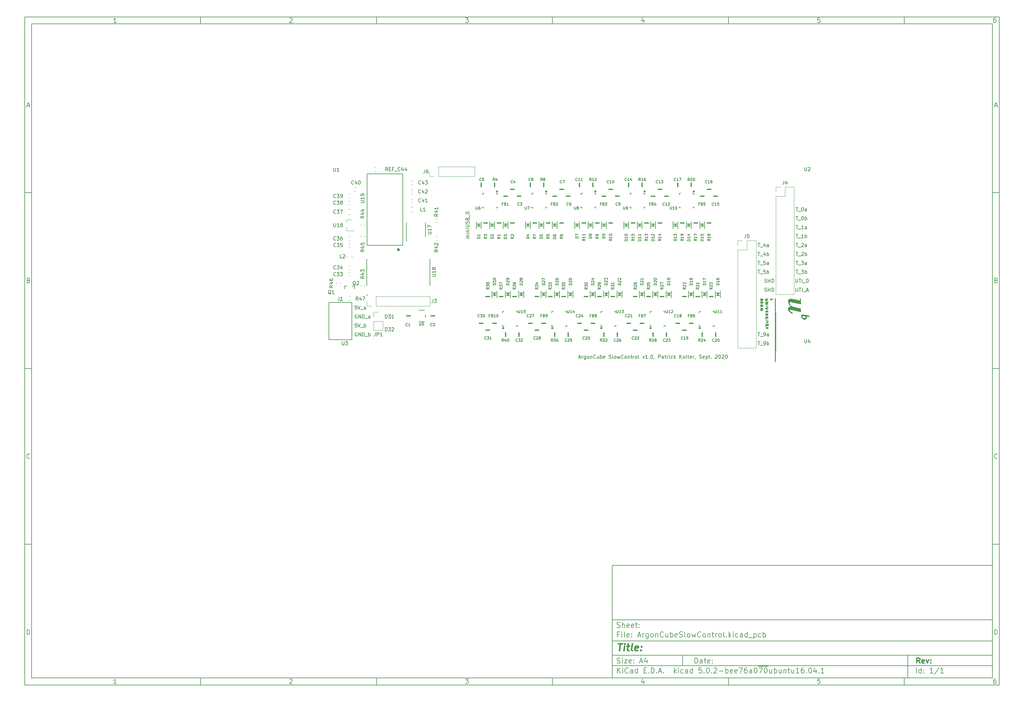
<source format=gbr>
G04 #@! TF.GenerationSoftware,KiCad,Pcbnew,5.0.2-bee76a0~70~ubuntu16.04.1*
G04 #@! TF.CreationDate,2020-09-03T14:52:49+02:00*
G04 #@! TF.ProjectId,ArgonCubeSlowControl,4172676f-6e43-4756-9265-536c6f77436f,rev?*
G04 #@! TF.SameCoordinates,Original*
G04 #@! TF.FileFunction,Legend,Top*
G04 #@! TF.FilePolarity,Positive*
%FSLAX46Y46*%
G04 Gerber Fmt 4.6, Leading zero omitted, Abs format (unit mm)*
G04 Created by KiCad (PCBNEW 5.0.2-bee76a0~70~ubuntu16.04.1) date Thu 03 Sep 2020 02:52:49 PM CEST*
%MOMM*%
%LPD*%
G01*
G04 APERTURE LIST*
%ADD10C,0.100000*%
%ADD11C,0.150000*%
%ADD12C,0.300000*%
%ADD13C,0.400000*%
%ADD14C,0.120000*%
%ADD15C,0.127000*%
%ADD16C,0.200000*%
%ADD17C,0.203200*%
%ADD18C,0.010000*%
%ADD19C,0.304800*%
%ADD20C,0.406400*%
%ADD21C,0.138988*%
G04 APERTURE END LIST*
D10*
D11*
X177002200Y-166007200D02*
X177002200Y-198007200D01*
X285002200Y-198007200D01*
X285002200Y-166007200D01*
X177002200Y-166007200D01*
D10*
D11*
X10000000Y-10000000D02*
X10000000Y-200007200D01*
X287002200Y-200007200D01*
X287002200Y-10000000D01*
X10000000Y-10000000D01*
D10*
D11*
X12000000Y-12000000D02*
X12000000Y-198007200D01*
X285002200Y-198007200D01*
X285002200Y-12000000D01*
X12000000Y-12000000D01*
D10*
D11*
X60000000Y-12000000D02*
X60000000Y-10000000D01*
D10*
D11*
X110000000Y-12000000D02*
X110000000Y-10000000D01*
D10*
D11*
X160000000Y-12000000D02*
X160000000Y-10000000D01*
D10*
D11*
X210000000Y-12000000D02*
X210000000Y-10000000D01*
D10*
D11*
X260000000Y-12000000D02*
X260000000Y-10000000D01*
D10*
D11*
X36065476Y-11588095D02*
X35322619Y-11588095D01*
X35694047Y-11588095D02*
X35694047Y-10288095D01*
X35570238Y-10473809D01*
X35446428Y-10597619D01*
X35322619Y-10659523D01*
D10*
D11*
X85322619Y-10411904D02*
X85384523Y-10350000D01*
X85508333Y-10288095D01*
X85817857Y-10288095D01*
X85941666Y-10350000D01*
X86003571Y-10411904D01*
X86065476Y-10535714D01*
X86065476Y-10659523D01*
X86003571Y-10845238D01*
X85260714Y-11588095D01*
X86065476Y-11588095D01*
D10*
D11*
X135260714Y-10288095D02*
X136065476Y-10288095D01*
X135632142Y-10783333D01*
X135817857Y-10783333D01*
X135941666Y-10845238D01*
X136003571Y-10907142D01*
X136065476Y-11030952D01*
X136065476Y-11340476D01*
X136003571Y-11464285D01*
X135941666Y-11526190D01*
X135817857Y-11588095D01*
X135446428Y-11588095D01*
X135322619Y-11526190D01*
X135260714Y-11464285D01*
D10*
D11*
X185941666Y-10721428D02*
X185941666Y-11588095D01*
X185632142Y-10226190D02*
X185322619Y-11154761D01*
X186127380Y-11154761D01*
D10*
D11*
X236003571Y-10288095D02*
X235384523Y-10288095D01*
X235322619Y-10907142D01*
X235384523Y-10845238D01*
X235508333Y-10783333D01*
X235817857Y-10783333D01*
X235941666Y-10845238D01*
X236003571Y-10907142D01*
X236065476Y-11030952D01*
X236065476Y-11340476D01*
X236003571Y-11464285D01*
X235941666Y-11526190D01*
X235817857Y-11588095D01*
X235508333Y-11588095D01*
X235384523Y-11526190D01*
X235322619Y-11464285D01*
D10*
D11*
X285941666Y-10288095D02*
X285694047Y-10288095D01*
X285570238Y-10350000D01*
X285508333Y-10411904D01*
X285384523Y-10597619D01*
X285322619Y-10845238D01*
X285322619Y-11340476D01*
X285384523Y-11464285D01*
X285446428Y-11526190D01*
X285570238Y-11588095D01*
X285817857Y-11588095D01*
X285941666Y-11526190D01*
X286003571Y-11464285D01*
X286065476Y-11340476D01*
X286065476Y-11030952D01*
X286003571Y-10907142D01*
X285941666Y-10845238D01*
X285817857Y-10783333D01*
X285570238Y-10783333D01*
X285446428Y-10845238D01*
X285384523Y-10907142D01*
X285322619Y-11030952D01*
D10*
D11*
X60000000Y-198007200D02*
X60000000Y-200007200D01*
D10*
D11*
X110000000Y-198007200D02*
X110000000Y-200007200D01*
D10*
D11*
X160000000Y-198007200D02*
X160000000Y-200007200D01*
D10*
D11*
X210000000Y-198007200D02*
X210000000Y-200007200D01*
D10*
D11*
X260000000Y-198007200D02*
X260000000Y-200007200D01*
D10*
D11*
X36065476Y-199595295D02*
X35322619Y-199595295D01*
X35694047Y-199595295D02*
X35694047Y-198295295D01*
X35570238Y-198481009D01*
X35446428Y-198604819D01*
X35322619Y-198666723D01*
D10*
D11*
X85322619Y-198419104D02*
X85384523Y-198357200D01*
X85508333Y-198295295D01*
X85817857Y-198295295D01*
X85941666Y-198357200D01*
X86003571Y-198419104D01*
X86065476Y-198542914D01*
X86065476Y-198666723D01*
X86003571Y-198852438D01*
X85260714Y-199595295D01*
X86065476Y-199595295D01*
D10*
D11*
X135260714Y-198295295D02*
X136065476Y-198295295D01*
X135632142Y-198790533D01*
X135817857Y-198790533D01*
X135941666Y-198852438D01*
X136003571Y-198914342D01*
X136065476Y-199038152D01*
X136065476Y-199347676D01*
X136003571Y-199471485D01*
X135941666Y-199533390D01*
X135817857Y-199595295D01*
X135446428Y-199595295D01*
X135322619Y-199533390D01*
X135260714Y-199471485D01*
D10*
D11*
X185941666Y-198728628D02*
X185941666Y-199595295D01*
X185632142Y-198233390D02*
X185322619Y-199161961D01*
X186127380Y-199161961D01*
D10*
D11*
X236003571Y-198295295D02*
X235384523Y-198295295D01*
X235322619Y-198914342D01*
X235384523Y-198852438D01*
X235508333Y-198790533D01*
X235817857Y-198790533D01*
X235941666Y-198852438D01*
X236003571Y-198914342D01*
X236065476Y-199038152D01*
X236065476Y-199347676D01*
X236003571Y-199471485D01*
X235941666Y-199533390D01*
X235817857Y-199595295D01*
X235508333Y-199595295D01*
X235384523Y-199533390D01*
X235322619Y-199471485D01*
D10*
D11*
X285941666Y-198295295D02*
X285694047Y-198295295D01*
X285570238Y-198357200D01*
X285508333Y-198419104D01*
X285384523Y-198604819D01*
X285322619Y-198852438D01*
X285322619Y-199347676D01*
X285384523Y-199471485D01*
X285446428Y-199533390D01*
X285570238Y-199595295D01*
X285817857Y-199595295D01*
X285941666Y-199533390D01*
X286003571Y-199471485D01*
X286065476Y-199347676D01*
X286065476Y-199038152D01*
X286003571Y-198914342D01*
X285941666Y-198852438D01*
X285817857Y-198790533D01*
X285570238Y-198790533D01*
X285446428Y-198852438D01*
X285384523Y-198914342D01*
X285322619Y-199038152D01*
D10*
D11*
X10000000Y-60000000D02*
X12000000Y-60000000D01*
D10*
D11*
X10000000Y-110000000D02*
X12000000Y-110000000D01*
D10*
D11*
X10000000Y-160000000D02*
X12000000Y-160000000D01*
D10*
D11*
X10690476Y-35216666D02*
X11309523Y-35216666D01*
X10566666Y-35588095D02*
X11000000Y-34288095D01*
X11433333Y-35588095D01*
D10*
D11*
X11092857Y-84907142D02*
X11278571Y-84969047D01*
X11340476Y-85030952D01*
X11402380Y-85154761D01*
X11402380Y-85340476D01*
X11340476Y-85464285D01*
X11278571Y-85526190D01*
X11154761Y-85588095D01*
X10659523Y-85588095D01*
X10659523Y-84288095D01*
X11092857Y-84288095D01*
X11216666Y-84350000D01*
X11278571Y-84411904D01*
X11340476Y-84535714D01*
X11340476Y-84659523D01*
X11278571Y-84783333D01*
X11216666Y-84845238D01*
X11092857Y-84907142D01*
X10659523Y-84907142D01*
D10*
D11*
X11402380Y-135464285D02*
X11340476Y-135526190D01*
X11154761Y-135588095D01*
X11030952Y-135588095D01*
X10845238Y-135526190D01*
X10721428Y-135402380D01*
X10659523Y-135278571D01*
X10597619Y-135030952D01*
X10597619Y-134845238D01*
X10659523Y-134597619D01*
X10721428Y-134473809D01*
X10845238Y-134350000D01*
X11030952Y-134288095D01*
X11154761Y-134288095D01*
X11340476Y-134350000D01*
X11402380Y-134411904D01*
D10*
D11*
X10659523Y-185588095D02*
X10659523Y-184288095D01*
X10969047Y-184288095D01*
X11154761Y-184350000D01*
X11278571Y-184473809D01*
X11340476Y-184597619D01*
X11402380Y-184845238D01*
X11402380Y-185030952D01*
X11340476Y-185278571D01*
X11278571Y-185402380D01*
X11154761Y-185526190D01*
X10969047Y-185588095D01*
X10659523Y-185588095D01*
D10*
D11*
X287002200Y-60000000D02*
X285002200Y-60000000D01*
D10*
D11*
X287002200Y-110000000D02*
X285002200Y-110000000D01*
D10*
D11*
X287002200Y-160000000D02*
X285002200Y-160000000D01*
D10*
D11*
X285692676Y-35216666D02*
X286311723Y-35216666D01*
X285568866Y-35588095D02*
X286002200Y-34288095D01*
X286435533Y-35588095D01*
D10*
D11*
X286095057Y-84907142D02*
X286280771Y-84969047D01*
X286342676Y-85030952D01*
X286404580Y-85154761D01*
X286404580Y-85340476D01*
X286342676Y-85464285D01*
X286280771Y-85526190D01*
X286156961Y-85588095D01*
X285661723Y-85588095D01*
X285661723Y-84288095D01*
X286095057Y-84288095D01*
X286218866Y-84350000D01*
X286280771Y-84411904D01*
X286342676Y-84535714D01*
X286342676Y-84659523D01*
X286280771Y-84783333D01*
X286218866Y-84845238D01*
X286095057Y-84907142D01*
X285661723Y-84907142D01*
D10*
D11*
X286404580Y-135464285D02*
X286342676Y-135526190D01*
X286156961Y-135588095D01*
X286033152Y-135588095D01*
X285847438Y-135526190D01*
X285723628Y-135402380D01*
X285661723Y-135278571D01*
X285599819Y-135030952D01*
X285599819Y-134845238D01*
X285661723Y-134597619D01*
X285723628Y-134473809D01*
X285847438Y-134350000D01*
X286033152Y-134288095D01*
X286156961Y-134288095D01*
X286342676Y-134350000D01*
X286404580Y-134411904D01*
D10*
D11*
X285661723Y-185588095D02*
X285661723Y-184288095D01*
X285971247Y-184288095D01*
X286156961Y-184350000D01*
X286280771Y-184473809D01*
X286342676Y-184597619D01*
X286404580Y-184845238D01*
X286404580Y-185030952D01*
X286342676Y-185278571D01*
X286280771Y-185402380D01*
X286156961Y-185526190D01*
X285971247Y-185588095D01*
X285661723Y-185588095D01*
D10*
D11*
X200434342Y-193785771D02*
X200434342Y-192285771D01*
X200791485Y-192285771D01*
X201005771Y-192357200D01*
X201148628Y-192500057D01*
X201220057Y-192642914D01*
X201291485Y-192928628D01*
X201291485Y-193142914D01*
X201220057Y-193428628D01*
X201148628Y-193571485D01*
X201005771Y-193714342D01*
X200791485Y-193785771D01*
X200434342Y-193785771D01*
X202577200Y-193785771D02*
X202577200Y-193000057D01*
X202505771Y-192857200D01*
X202362914Y-192785771D01*
X202077200Y-192785771D01*
X201934342Y-192857200D01*
X202577200Y-193714342D02*
X202434342Y-193785771D01*
X202077200Y-193785771D01*
X201934342Y-193714342D01*
X201862914Y-193571485D01*
X201862914Y-193428628D01*
X201934342Y-193285771D01*
X202077200Y-193214342D01*
X202434342Y-193214342D01*
X202577200Y-193142914D01*
X203077200Y-192785771D02*
X203648628Y-192785771D01*
X203291485Y-192285771D02*
X203291485Y-193571485D01*
X203362914Y-193714342D01*
X203505771Y-193785771D01*
X203648628Y-193785771D01*
X204720057Y-193714342D02*
X204577200Y-193785771D01*
X204291485Y-193785771D01*
X204148628Y-193714342D01*
X204077200Y-193571485D01*
X204077200Y-193000057D01*
X204148628Y-192857200D01*
X204291485Y-192785771D01*
X204577200Y-192785771D01*
X204720057Y-192857200D01*
X204791485Y-193000057D01*
X204791485Y-193142914D01*
X204077200Y-193285771D01*
X205434342Y-193642914D02*
X205505771Y-193714342D01*
X205434342Y-193785771D01*
X205362914Y-193714342D01*
X205434342Y-193642914D01*
X205434342Y-193785771D01*
X205434342Y-192857200D02*
X205505771Y-192928628D01*
X205434342Y-193000057D01*
X205362914Y-192928628D01*
X205434342Y-192857200D01*
X205434342Y-193000057D01*
D10*
D11*
X177002200Y-194507200D02*
X285002200Y-194507200D01*
D10*
D11*
X178434342Y-196585771D02*
X178434342Y-195085771D01*
X179291485Y-196585771D02*
X178648628Y-195728628D01*
X179291485Y-195085771D02*
X178434342Y-195942914D01*
X179934342Y-196585771D02*
X179934342Y-195585771D01*
X179934342Y-195085771D02*
X179862914Y-195157200D01*
X179934342Y-195228628D01*
X180005771Y-195157200D01*
X179934342Y-195085771D01*
X179934342Y-195228628D01*
X181505771Y-196442914D02*
X181434342Y-196514342D01*
X181220057Y-196585771D01*
X181077200Y-196585771D01*
X180862914Y-196514342D01*
X180720057Y-196371485D01*
X180648628Y-196228628D01*
X180577200Y-195942914D01*
X180577200Y-195728628D01*
X180648628Y-195442914D01*
X180720057Y-195300057D01*
X180862914Y-195157200D01*
X181077200Y-195085771D01*
X181220057Y-195085771D01*
X181434342Y-195157200D01*
X181505771Y-195228628D01*
X182791485Y-196585771D02*
X182791485Y-195800057D01*
X182720057Y-195657200D01*
X182577200Y-195585771D01*
X182291485Y-195585771D01*
X182148628Y-195657200D01*
X182791485Y-196514342D02*
X182648628Y-196585771D01*
X182291485Y-196585771D01*
X182148628Y-196514342D01*
X182077200Y-196371485D01*
X182077200Y-196228628D01*
X182148628Y-196085771D01*
X182291485Y-196014342D01*
X182648628Y-196014342D01*
X182791485Y-195942914D01*
X184148628Y-196585771D02*
X184148628Y-195085771D01*
X184148628Y-196514342D02*
X184005771Y-196585771D01*
X183720057Y-196585771D01*
X183577200Y-196514342D01*
X183505771Y-196442914D01*
X183434342Y-196300057D01*
X183434342Y-195871485D01*
X183505771Y-195728628D01*
X183577200Y-195657200D01*
X183720057Y-195585771D01*
X184005771Y-195585771D01*
X184148628Y-195657200D01*
X186005771Y-195800057D02*
X186505771Y-195800057D01*
X186720057Y-196585771D02*
X186005771Y-196585771D01*
X186005771Y-195085771D01*
X186720057Y-195085771D01*
X187362914Y-196442914D02*
X187434342Y-196514342D01*
X187362914Y-196585771D01*
X187291485Y-196514342D01*
X187362914Y-196442914D01*
X187362914Y-196585771D01*
X188077200Y-196585771D02*
X188077200Y-195085771D01*
X188434342Y-195085771D01*
X188648628Y-195157200D01*
X188791485Y-195300057D01*
X188862914Y-195442914D01*
X188934342Y-195728628D01*
X188934342Y-195942914D01*
X188862914Y-196228628D01*
X188791485Y-196371485D01*
X188648628Y-196514342D01*
X188434342Y-196585771D01*
X188077200Y-196585771D01*
X189577200Y-196442914D02*
X189648628Y-196514342D01*
X189577200Y-196585771D01*
X189505771Y-196514342D01*
X189577200Y-196442914D01*
X189577200Y-196585771D01*
X190220057Y-196157200D02*
X190934342Y-196157200D01*
X190077200Y-196585771D02*
X190577200Y-195085771D01*
X191077200Y-196585771D01*
X191577200Y-196442914D02*
X191648628Y-196514342D01*
X191577200Y-196585771D01*
X191505771Y-196514342D01*
X191577200Y-196442914D01*
X191577200Y-196585771D01*
X194577200Y-196585771D02*
X194577200Y-195085771D01*
X194720057Y-196014342D02*
X195148628Y-196585771D01*
X195148628Y-195585771D02*
X194577200Y-196157200D01*
X195791485Y-196585771D02*
X195791485Y-195585771D01*
X195791485Y-195085771D02*
X195720057Y-195157200D01*
X195791485Y-195228628D01*
X195862914Y-195157200D01*
X195791485Y-195085771D01*
X195791485Y-195228628D01*
X197148628Y-196514342D02*
X197005771Y-196585771D01*
X196720057Y-196585771D01*
X196577200Y-196514342D01*
X196505771Y-196442914D01*
X196434342Y-196300057D01*
X196434342Y-195871485D01*
X196505771Y-195728628D01*
X196577200Y-195657200D01*
X196720057Y-195585771D01*
X197005771Y-195585771D01*
X197148628Y-195657200D01*
X198434342Y-196585771D02*
X198434342Y-195800057D01*
X198362914Y-195657200D01*
X198220057Y-195585771D01*
X197934342Y-195585771D01*
X197791485Y-195657200D01*
X198434342Y-196514342D02*
X198291485Y-196585771D01*
X197934342Y-196585771D01*
X197791485Y-196514342D01*
X197720057Y-196371485D01*
X197720057Y-196228628D01*
X197791485Y-196085771D01*
X197934342Y-196014342D01*
X198291485Y-196014342D01*
X198434342Y-195942914D01*
X199791485Y-196585771D02*
X199791485Y-195085771D01*
X199791485Y-196514342D02*
X199648628Y-196585771D01*
X199362914Y-196585771D01*
X199220057Y-196514342D01*
X199148628Y-196442914D01*
X199077200Y-196300057D01*
X199077200Y-195871485D01*
X199148628Y-195728628D01*
X199220057Y-195657200D01*
X199362914Y-195585771D01*
X199648628Y-195585771D01*
X199791485Y-195657200D01*
X202362914Y-195085771D02*
X201648628Y-195085771D01*
X201577200Y-195800057D01*
X201648628Y-195728628D01*
X201791485Y-195657200D01*
X202148628Y-195657200D01*
X202291485Y-195728628D01*
X202362914Y-195800057D01*
X202434342Y-195942914D01*
X202434342Y-196300057D01*
X202362914Y-196442914D01*
X202291485Y-196514342D01*
X202148628Y-196585771D01*
X201791485Y-196585771D01*
X201648628Y-196514342D01*
X201577200Y-196442914D01*
X203077200Y-196442914D02*
X203148628Y-196514342D01*
X203077200Y-196585771D01*
X203005771Y-196514342D01*
X203077200Y-196442914D01*
X203077200Y-196585771D01*
X204077200Y-195085771D02*
X204220057Y-195085771D01*
X204362914Y-195157200D01*
X204434342Y-195228628D01*
X204505771Y-195371485D01*
X204577200Y-195657200D01*
X204577200Y-196014342D01*
X204505771Y-196300057D01*
X204434342Y-196442914D01*
X204362914Y-196514342D01*
X204220057Y-196585771D01*
X204077200Y-196585771D01*
X203934342Y-196514342D01*
X203862914Y-196442914D01*
X203791485Y-196300057D01*
X203720057Y-196014342D01*
X203720057Y-195657200D01*
X203791485Y-195371485D01*
X203862914Y-195228628D01*
X203934342Y-195157200D01*
X204077200Y-195085771D01*
X205220057Y-196442914D02*
X205291485Y-196514342D01*
X205220057Y-196585771D01*
X205148628Y-196514342D01*
X205220057Y-196442914D01*
X205220057Y-196585771D01*
X205862914Y-195228628D02*
X205934342Y-195157200D01*
X206077200Y-195085771D01*
X206434342Y-195085771D01*
X206577200Y-195157200D01*
X206648628Y-195228628D01*
X206720057Y-195371485D01*
X206720057Y-195514342D01*
X206648628Y-195728628D01*
X205791485Y-196585771D01*
X206720057Y-196585771D01*
X207362914Y-196014342D02*
X208505771Y-196014342D01*
X209220057Y-196585771D02*
X209220057Y-195085771D01*
X209220057Y-195657200D02*
X209362914Y-195585771D01*
X209648628Y-195585771D01*
X209791485Y-195657200D01*
X209862914Y-195728628D01*
X209934342Y-195871485D01*
X209934342Y-196300057D01*
X209862914Y-196442914D01*
X209791485Y-196514342D01*
X209648628Y-196585771D01*
X209362914Y-196585771D01*
X209220057Y-196514342D01*
X211148628Y-196514342D02*
X211005771Y-196585771D01*
X210720057Y-196585771D01*
X210577200Y-196514342D01*
X210505771Y-196371485D01*
X210505771Y-195800057D01*
X210577200Y-195657200D01*
X210720057Y-195585771D01*
X211005771Y-195585771D01*
X211148628Y-195657200D01*
X211220057Y-195800057D01*
X211220057Y-195942914D01*
X210505771Y-196085771D01*
X212434342Y-196514342D02*
X212291485Y-196585771D01*
X212005771Y-196585771D01*
X211862914Y-196514342D01*
X211791485Y-196371485D01*
X211791485Y-195800057D01*
X211862914Y-195657200D01*
X212005771Y-195585771D01*
X212291485Y-195585771D01*
X212434342Y-195657200D01*
X212505771Y-195800057D01*
X212505771Y-195942914D01*
X211791485Y-196085771D01*
X213005771Y-195085771D02*
X214005771Y-195085771D01*
X213362914Y-196585771D01*
X215220057Y-195085771D02*
X214934342Y-195085771D01*
X214791485Y-195157200D01*
X214720057Y-195228628D01*
X214577200Y-195442914D01*
X214505771Y-195728628D01*
X214505771Y-196300057D01*
X214577200Y-196442914D01*
X214648628Y-196514342D01*
X214791485Y-196585771D01*
X215077200Y-196585771D01*
X215220057Y-196514342D01*
X215291485Y-196442914D01*
X215362914Y-196300057D01*
X215362914Y-195942914D01*
X215291485Y-195800057D01*
X215220057Y-195728628D01*
X215077200Y-195657200D01*
X214791485Y-195657200D01*
X214648628Y-195728628D01*
X214577200Y-195800057D01*
X214505771Y-195942914D01*
X216648628Y-196585771D02*
X216648628Y-195800057D01*
X216577200Y-195657200D01*
X216434342Y-195585771D01*
X216148628Y-195585771D01*
X216005771Y-195657200D01*
X216648628Y-196514342D02*
X216505771Y-196585771D01*
X216148628Y-196585771D01*
X216005771Y-196514342D01*
X215934342Y-196371485D01*
X215934342Y-196228628D01*
X216005771Y-196085771D01*
X216148628Y-196014342D01*
X216505771Y-196014342D01*
X216648628Y-195942914D01*
X217648628Y-195085771D02*
X217791485Y-195085771D01*
X217934342Y-195157200D01*
X218005771Y-195228628D01*
X218077200Y-195371485D01*
X218148628Y-195657200D01*
X218148628Y-196014342D01*
X218077200Y-196300057D01*
X218005771Y-196442914D01*
X217934342Y-196514342D01*
X217791485Y-196585771D01*
X217648628Y-196585771D01*
X217505771Y-196514342D01*
X217434342Y-196442914D01*
X217362914Y-196300057D01*
X217291485Y-196014342D01*
X217291485Y-195657200D01*
X217362914Y-195371485D01*
X217434342Y-195228628D01*
X217505771Y-195157200D01*
X217648628Y-195085771D01*
X218434342Y-194677200D02*
X219862914Y-194677200D01*
X218648628Y-195085771D02*
X219648628Y-195085771D01*
X219005771Y-196585771D01*
X219862914Y-194677200D02*
X221291485Y-194677200D01*
X220505771Y-195085771D02*
X220648628Y-195085771D01*
X220791485Y-195157200D01*
X220862914Y-195228628D01*
X220934342Y-195371485D01*
X221005771Y-195657200D01*
X221005771Y-196014342D01*
X220934342Y-196300057D01*
X220862914Y-196442914D01*
X220791485Y-196514342D01*
X220648628Y-196585771D01*
X220505771Y-196585771D01*
X220362914Y-196514342D01*
X220291485Y-196442914D01*
X220220057Y-196300057D01*
X220148628Y-196014342D01*
X220148628Y-195657200D01*
X220220057Y-195371485D01*
X220291485Y-195228628D01*
X220362914Y-195157200D01*
X220505771Y-195085771D01*
X222291485Y-195585771D02*
X222291485Y-196585771D01*
X221648628Y-195585771D02*
X221648628Y-196371485D01*
X221720057Y-196514342D01*
X221862914Y-196585771D01*
X222077200Y-196585771D01*
X222220057Y-196514342D01*
X222291485Y-196442914D01*
X223005771Y-196585771D02*
X223005771Y-195085771D01*
X223005771Y-195657200D02*
X223148628Y-195585771D01*
X223434342Y-195585771D01*
X223577200Y-195657200D01*
X223648628Y-195728628D01*
X223720057Y-195871485D01*
X223720057Y-196300057D01*
X223648628Y-196442914D01*
X223577200Y-196514342D01*
X223434342Y-196585771D01*
X223148628Y-196585771D01*
X223005771Y-196514342D01*
X225005771Y-195585771D02*
X225005771Y-196585771D01*
X224362914Y-195585771D02*
X224362914Y-196371485D01*
X224434342Y-196514342D01*
X224577200Y-196585771D01*
X224791485Y-196585771D01*
X224934342Y-196514342D01*
X225005771Y-196442914D01*
X225720057Y-195585771D02*
X225720057Y-196585771D01*
X225720057Y-195728628D02*
X225791485Y-195657200D01*
X225934342Y-195585771D01*
X226148628Y-195585771D01*
X226291485Y-195657200D01*
X226362914Y-195800057D01*
X226362914Y-196585771D01*
X226862914Y-195585771D02*
X227434342Y-195585771D01*
X227077200Y-195085771D02*
X227077200Y-196371485D01*
X227148628Y-196514342D01*
X227291485Y-196585771D01*
X227434342Y-196585771D01*
X228577200Y-195585771D02*
X228577200Y-196585771D01*
X227934342Y-195585771D02*
X227934342Y-196371485D01*
X228005771Y-196514342D01*
X228148628Y-196585771D01*
X228362914Y-196585771D01*
X228505771Y-196514342D01*
X228577200Y-196442914D01*
X230077200Y-196585771D02*
X229220057Y-196585771D01*
X229648628Y-196585771D02*
X229648628Y-195085771D01*
X229505771Y-195300057D01*
X229362914Y-195442914D01*
X229220057Y-195514342D01*
X231362914Y-195085771D02*
X231077200Y-195085771D01*
X230934342Y-195157200D01*
X230862914Y-195228628D01*
X230720057Y-195442914D01*
X230648628Y-195728628D01*
X230648628Y-196300057D01*
X230720057Y-196442914D01*
X230791485Y-196514342D01*
X230934342Y-196585771D01*
X231220057Y-196585771D01*
X231362914Y-196514342D01*
X231434342Y-196442914D01*
X231505771Y-196300057D01*
X231505771Y-195942914D01*
X231434342Y-195800057D01*
X231362914Y-195728628D01*
X231220057Y-195657200D01*
X230934342Y-195657200D01*
X230791485Y-195728628D01*
X230720057Y-195800057D01*
X230648628Y-195942914D01*
X232148628Y-196442914D02*
X232220057Y-196514342D01*
X232148628Y-196585771D01*
X232077200Y-196514342D01*
X232148628Y-196442914D01*
X232148628Y-196585771D01*
X233148628Y-195085771D02*
X233291485Y-195085771D01*
X233434342Y-195157200D01*
X233505771Y-195228628D01*
X233577200Y-195371485D01*
X233648628Y-195657200D01*
X233648628Y-196014342D01*
X233577200Y-196300057D01*
X233505771Y-196442914D01*
X233434342Y-196514342D01*
X233291485Y-196585771D01*
X233148628Y-196585771D01*
X233005771Y-196514342D01*
X232934342Y-196442914D01*
X232862914Y-196300057D01*
X232791485Y-196014342D01*
X232791485Y-195657200D01*
X232862914Y-195371485D01*
X232934342Y-195228628D01*
X233005771Y-195157200D01*
X233148628Y-195085771D01*
X234934342Y-195585771D02*
X234934342Y-196585771D01*
X234577200Y-195014342D02*
X234220057Y-196085771D01*
X235148628Y-196085771D01*
X235720057Y-196442914D02*
X235791485Y-196514342D01*
X235720057Y-196585771D01*
X235648628Y-196514342D01*
X235720057Y-196442914D01*
X235720057Y-196585771D01*
X237220057Y-196585771D02*
X236362914Y-196585771D01*
X236791485Y-196585771D02*
X236791485Y-195085771D01*
X236648628Y-195300057D01*
X236505771Y-195442914D01*
X236362914Y-195514342D01*
D10*
D11*
X177002200Y-191507200D02*
X285002200Y-191507200D01*
D10*
D12*
X264411485Y-193785771D02*
X263911485Y-193071485D01*
X263554342Y-193785771D02*
X263554342Y-192285771D01*
X264125771Y-192285771D01*
X264268628Y-192357200D01*
X264340057Y-192428628D01*
X264411485Y-192571485D01*
X264411485Y-192785771D01*
X264340057Y-192928628D01*
X264268628Y-193000057D01*
X264125771Y-193071485D01*
X263554342Y-193071485D01*
X265625771Y-193714342D02*
X265482914Y-193785771D01*
X265197200Y-193785771D01*
X265054342Y-193714342D01*
X264982914Y-193571485D01*
X264982914Y-193000057D01*
X265054342Y-192857200D01*
X265197200Y-192785771D01*
X265482914Y-192785771D01*
X265625771Y-192857200D01*
X265697200Y-193000057D01*
X265697200Y-193142914D01*
X264982914Y-193285771D01*
X266197200Y-192785771D02*
X266554342Y-193785771D01*
X266911485Y-192785771D01*
X267482914Y-193642914D02*
X267554342Y-193714342D01*
X267482914Y-193785771D01*
X267411485Y-193714342D01*
X267482914Y-193642914D01*
X267482914Y-193785771D01*
X267482914Y-192857200D02*
X267554342Y-192928628D01*
X267482914Y-193000057D01*
X267411485Y-192928628D01*
X267482914Y-192857200D01*
X267482914Y-193000057D01*
D10*
D11*
X178362914Y-193714342D02*
X178577200Y-193785771D01*
X178934342Y-193785771D01*
X179077200Y-193714342D01*
X179148628Y-193642914D01*
X179220057Y-193500057D01*
X179220057Y-193357200D01*
X179148628Y-193214342D01*
X179077200Y-193142914D01*
X178934342Y-193071485D01*
X178648628Y-193000057D01*
X178505771Y-192928628D01*
X178434342Y-192857200D01*
X178362914Y-192714342D01*
X178362914Y-192571485D01*
X178434342Y-192428628D01*
X178505771Y-192357200D01*
X178648628Y-192285771D01*
X179005771Y-192285771D01*
X179220057Y-192357200D01*
X179862914Y-193785771D02*
X179862914Y-192785771D01*
X179862914Y-192285771D02*
X179791485Y-192357200D01*
X179862914Y-192428628D01*
X179934342Y-192357200D01*
X179862914Y-192285771D01*
X179862914Y-192428628D01*
X180434342Y-192785771D02*
X181220057Y-192785771D01*
X180434342Y-193785771D01*
X181220057Y-193785771D01*
X182362914Y-193714342D02*
X182220057Y-193785771D01*
X181934342Y-193785771D01*
X181791485Y-193714342D01*
X181720057Y-193571485D01*
X181720057Y-193000057D01*
X181791485Y-192857200D01*
X181934342Y-192785771D01*
X182220057Y-192785771D01*
X182362914Y-192857200D01*
X182434342Y-193000057D01*
X182434342Y-193142914D01*
X181720057Y-193285771D01*
X183077200Y-193642914D02*
X183148628Y-193714342D01*
X183077200Y-193785771D01*
X183005771Y-193714342D01*
X183077200Y-193642914D01*
X183077200Y-193785771D01*
X183077200Y-192857200D02*
X183148628Y-192928628D01*
X183077200Y-193000057D01*
X183005771Y-192928628D01*
X183077200Y-192857200D01*
X183077200Y-193000057D01*
X184862914Y-193357200D02*
X185577200Y-193357200D01*
X184720057Y-193785771D02*
X185220057Y-192285771D01*
X185720057Y-193785771D01*
X186862914Y-192785771D02*
X186862914Y-193785771D01*
X186505771Y-192214342D02*
X186148628Y-193285771D01*
X187077200Y-193285771D01*
D10*
D11*
X263434342Y-196585771D02*
X263434342Y-195085771D01*
X264791485Y-196585771D02*
X264791485Y-195085771D01*
X264791485Y-196514342D02*
X264648628Y-196585771D01*
X264362914Y-196585771D01*
X264220057Y-196514342D01*
X264148628Y-196442914D01*
X264077200Y-196300057D01*
X264077200Y-195871485D01*
X264148628Y-195728628D01*
X264220057Y-195657200D01*
X264362914Y-195585771D01*
X264648628Y-195585771D01*
X264791485Y-195657200D01*
X265505771Y-196442914D02*
X265577200Y-196514342D01*
X265505771Y-196585771D01*
X265434342Y-196514342D01*
X265505771Y-196442914D01*
X265505771Y-196585771D01*
X265505771Y-195657200D02*
X265577200Y-195728628D01*
X265505771Y-195800057D01*
X265434342Y-195728628D01*
X265505771Y-195657200D01*
X265505771Y-195800057D01*
X268148628Y-196585771D02*
X267291485Y-196585771D01*
X267720057Y-196585771D02*
X267720057Y-195085771D01*
X267577200Y-195300057D01*
X267434342Y-195442914D01*
X267291485Y-195514342D01*
X269862914Y-195014342D02*
X268577200Y-196942914D01*
X271148628Y-196585771D02*
X270291485Y-196585771D01*
X270720057Y-196585771D02*
X270720057Y-195085771D01*
X270577200Y-195300057D01*
X270434342Y-195442914D01*
X270291485Y-195514342D01*
D10*
D11*
X177002200Y-187507200D02*
X285002200Y-187507200D01*
D10*
D13*
X178714580Y-188211961D02*
X179857438Y-188211961D01*
X179036009Y-190211961D02*
X179286009Y-188211961D01*
X180274104Y-190211961D02*
X180440771Y-188878628D01*
X180524104Y-188211961D02*
X180416961Y-188307200D01*
X180500295Y-188402438D01*
X180607438Y-188307200D01*
X180524104Y-188211961D01*
X180500295Y-188402438D01*
X181107438Y-188878628D02*
X181869342Y-188878628D01*
X181476485Y-188211961D02*
X181262200Y-189926247D01*
X181333628Y-190116723D01*
X181512200Y-190211961D01*
X181702676Y-190211961D01*
X182655057Y-190211961D02*
X182476485Y-190116723D01*
X182405057Y-189926247D01*
X182619342Y-188211961D01*
X184190771Y-190116723D02*
X183988390Y-190211961D01*
X183607438Y-190211961D01*
X183428866Y-190116723D01*
X183357438Y-189926247D01*
X183452676Y-189164342D01*
X183571723Y-188973866D01*
X183774104Y-188878628D01*
X184155057Y-188878628D01*
X184333628Y-188973866D01*
X184405057Y-189164342D01*
X184381247Y-189354819D01*
X183405057Y-189545295D01*
X185155057Y-190021485D02*
X185238390Y-190116723D01*
X185131247Y-190211961D01*
X185047914Y-190116723D01*
X185155057Y-190021485D01*
X185131247Y-190211961D01*
X185286009Y-188973866D02*
X185369342Y-189069104D01*
X185262200Y-189164342D01*
X185178866Y-189069104D01*
X185286009Y-188973866D01*
X185262200Y-189164342D01*
D10*
D11*
X178934342Y-185600057D02*
X178434342Y-185600057D01*
X178434342Y-186385771D02*
X178434342Y-184885771D01*
X179148628Y-184885771D01*
X179720057Y-186385771D02*
X179720057Y-185385771D01*
X179720057Y-184885771D02*
X179648628Y-184957200D01*
X179720057Y-185028628D01*
X179791485Y-184957200D01*
X179720057Y-184885771D01*
X179720057Y-185028628D01*
X180648628Y-186385771D02*
X180505771Y-186314342D01*
X180434342Y-186171485D01*
X180434342Y-184885771D01*
X181791485Y-186314342D02*
X181648628Y-186385771D01*
X181362914Y-186385771D01*
X181220057Y-186314342D01*
X181148628Y-186171485D01*
X181148628Y-185600057D01*
X181220057Y-185457200D01*
X181362914Y-185385771D01*
X181648628Y-185385771D01*
X181791485Y-185457200D01*
X181862914Y-185600057D01*
X181862914Y-185742914D01*
X181148628Y-185885771D01*
X182505771Y-186242914D02*
X182577200Y-186314342D01*
X182505771Y-186385771D01*
X182434342Y-186314342D01*
X182505771Y-186242914D01*
X182505771Y-186385771D01*
X182505771Y-185457200D02*
X182577200Y-185528628D01*
X182505771Y-185600057D01*
X182434342Y-185528628D01*
X182505771Y-185457200D01*
X182505771Y-185600057D01*
X184291485Y-185957200D02*
X185005771Y-185957200D01*
X184148628Y-186385771D02*
X184648628Y-184885771D01*
X185148628Y-186385771D01*
X185648628Y-186385771D02*
X185648628Y-185385771D01*
X185648628Y-185671485D02*
X185720057Y-185528628D01*
X185791485Y-185457200D01*
X185934342Y-185385771D01*
X186077200Y-185385771D01*
X187220057Y-185385771D02*
X187220057Y-186600057D01*
X187148628Y-186742914D01*
X187077200Y-186814342D01*
X186934342Y-186885771D01*
X186720057Y-186885771D01*
X186577200Y-186814342D01*
X187220057Y-186314342D02*
X187077200Y-186385771D01*
X186791485Y-186385771D01*
X186648628Y-186314342D01*
X186577200Y-186242914D01*
X186505771Y-186100057D01*
X186505771Y-185671485D01*
X186577200Y-185528628D01*
X186648628Y-185457200D01*
X186791485Y-185385771D01*
X187077200Y-185385771D01*
X187220057Y-185457200D01*
X188148628Y-186385771D02*
X188005771Y-186314342D01*
X187934342Y-186242914D01*
X187862914Y-186100057D01*
X187862914Y-185671485D01*
X187934342Y-185528628D01*
X188005771Y-185457200D01*
X188148628Y-185385771D01*
X188362914Y-185385771D01*
X188505771Y-185457200D01*
X188577200Y-185528628D01*
X188648628Y-185671485D01*
X188648628Y-186100057D01*
X188577200Y-186242914D01*
X188505771Y-186314342D01*
X188362914Y-186385771D01*
X188148628Y-186385771D01*
X189291485Y-185385771D02*
X189291485Y-186385771D01*
X189291485Y-185528628D02*
X189362914Y-185457200D01*
X189505771Y-185385771D01*
X189720057Y-185385771D01*
X189862914Y-185457200D01*
X189934342Y-185600057D01*
X189934342Y-186385771D01*
X191505771Y-186242914D02*
X191434342Y-186314342D01*
X191220057Y-186385771D01*
X191077200Y-186385771D01*
X190862914Y-186314342D01*
X190720057Y-186171485D01*
X190648628Y-186028628D01*
X190577200Y-185742914D01*
X190577200Y-185528628D01*
X190648628Y-185242914D01*
X190720057Y-185100057D01*
X190862914Y-184957200D01*
X191077200Y-184885771D01*
X191220057Y-184885771D01*
X191434342Y-184957200D01*
X191505771Y-185028628D01*
X192791485Y-185385771D02*
X192791485Y-186385771D01*
X192148628Y-185385771D02*
X192148628Y-186171485D01*
X192220057Y-186314342D01*
X192362914Y-186385771D01*
X192577200Y-186385771D01*
X192720057Y-186314342D01*
X192791485Y-186242914D01*
X193505771Y-186385771D02*
X193505771Y-184885771D01*
X193505771Y-185457200D02*
X193648628Y-185385771D01*
X193934342Y-185385771D01*
X194077200Y-185457200D01*
X194148628Y-185528628D01*
X194220057Y-185671485D01*
X194220057Y-186100057D01*
X194148628Y-186242914D01*
X194077200Y-186314342D01*
X193934342Y-186385771D01*
X193648628Y-186385771D01*
X193505771Y-186314342D01*
X195434342Y-186314342D02*
X195291485Y-186385771D01*
X195005771Y-186385771D01*
X194862914Y-186314342D01*
X194791485Y-186171485D01*
X194791485Y-185600057D01*
X194862914Y-185457200D01*
X195005771Y-185385771D01*
X195291485Y-185385771D01*
X195434342Y-185457200D01*
X195505771Y-185600057D01*
X195505771Y-185742914D01*
X194791485Y-185885771D01*
X196077200Y-186314342D02*
X196291485Y-186385771D01*
X196648628Y-186385771D01*
X196791485Y-186314342D01*
X196862914Y-186242914D01*
X196934342Y-186100057D01*
X196934342Y-185957200D01*
X196862914Y-185814342D01*
X196791485Y-185742914D01*
X196648628Y-185671485D01*
X196362914Y-185600057D01*
X196220057Y-185528628D01*
X196148628Y-185457200D01*
X196077200Y-185314342D01*
X196077200Y-185171485D01*
X196148628Y-185028628D01*
X196220057Y-184957200D01*
X196362914Y-184885771D01*
X196720057Y-184885771D01*
X196934342Y-184957200D01*
X197791485Y-186385771D02*
X197648628Y-186314342D01*
X197577200Y-186171485D01*
X197577200Y-184885771D01*
X198577200Y-186385771D02*
X198434342Y-186314342D01*
X198362914Y-186242914D01*
X198291485Y-186100057D01*
X198291485Y-185671485D01*
X198362914Y-185528628D01*
X198434342Y-185457200D01*
X198577200Y-185385771D01*
X198791485Y-185385771D01*
X198934342Y-185457200D01*
X199005771Y-185528628D01*
X199077200Y-185671485D01*
X199077200Y-186100057D01*
X199005771Y-186242914D01*
X198934342Y-186314342D01*
X198791485Y-186385771D01*
X198577200Y-186385771D01*
X199577200Y-185385771D02*
X199862914Y-186385771D01*
X200148628Y-185671485D01*
X200434342Y-186385771D01*
X200720057Y-185385771D01*
X202148628Y-186242914D02*
X202077200Y-186314342D01*
X201862914Y-186385771D01*
X201720057Y-186385771D01*
X201505771Y-186314342D01*
X201362914Y-186171485D01*
X201291485Y-186028628D01*
X201220057Y-185742914D01*
X201220057Y-185528628D01*
X201291485Y-185242914D01*
X201362914Y-185100057D01*
X201505771Y-184957200D01*
X201720057Y-184885771D01*
X201862914Y-184885771D01*
X202077200Y-184957200D01*
X202148628Y-185028628D01*
X203005771Y-186385771D02*
X202862914Y-186314342D01*
X202791485Y-186242914D01*
X202720057Y-186100057D01*
X202720057Y-185671485D01*
X202791485Y-185528628D01*
X202862914Y-185457200D01*
X203005771Y-185385771D01*
X203220057Y-185385771D01*
X203362914Y-185457200D01*
X203434342Y-185528628D01*
X203505771Y-185671485D01*
X203505771Y-186100057D01*
X203434342Y-186242914D01*
X203362914Y-186314342D01*
X203220057Y-186385771D01*
X203005771Y-186385771D01*
X204148628Y-185385771D02*
X204148628Y-186385771D01*
X204148628Y-185528628D02*
X204220057Y-185457200D01*
X204362914Y-185385771D01*
X204577200Y-185385771D01*
X204720057Y-185457200D01*
X204791485Y-185600057D01*
X204791485Y-186385771D01*
X205291485Y-185385771D02*
X205862914Y-185385771D01*
X205505771Y-184885771D02*
X205505771Y-186171485D01*
X205577200Y-186314342D01*
X205720057Y-186385771D01*
X205862914Y-186385771D01*
X206362914Y-186385771D02*
X206362914Y-185385771D01*
X206362914Y-185671485D02*
X206434342Y-185528628D01*
X206505771Y-185457200D01*
X206648628Y-185385771D01*
X206791485Y-185385771D01*
X207505771Y-186385771D02*
X207362914Y-186314342D01*
X207291485Y-186242914D01*
X207220057Y-186100057D01*
X207220057Y-185671485D01*
X207291485Y-185528628D01*
X207362914Y-185457200D01*
X207505771Y-185385771D01*
X207720057Y-185385771D01*
X207862914Y-185457200D01*
X207934342Y-185528628D01*
X208005771Y-185671485D01*
X208005771Y-186100057D01*
X207934342Y-186242914D01*
X207862914Y-186314342D01*
X207720057Y-186385771D01*
X207505771Y-186385771D01*
X208862914Y-186385771D02*
X208720057Y-186314342D01*
X208648628Y-186171485D01*
X208648628Y-184885771D01*
X209434342Y-186242914D02*
X209505771Y-186314342D01*
X209434342Y-186385771D01*
X209362914Y-186314342D01*
X209434342Y-186242914D01*
X209434342Y-186385771D01*
X210148628Y-186385771D02*
X210148628Y-184885771D01*
X210291485Y-185814342D02*
X210720057Y-186385771D01*
X210720057Y-185385771D02*
X210148628Y-185957200D01*
X211362914Y-186385771D02*
X211362914Y-185385771D01*
X211362914Y-184885771D02*
X211291485Y-184957200D01*
X211362914Y-185028628D01*
X211434342Y-184957200D01*
X211362914Y-184885771D01*
X211362914Y-185028628D01*
X212720057Y-186314342D02*
X212577200Y-186385771D01*
X212291485Y-186385771D01*
X212148628Y-186314342D01*
X212077200Y-186242914D01*
X212005771Y-186100057D01*
X212005771Y-185671485D01*
X212077200Y-185528628D01*
X212148628Y-185457200D01*
X212291485Y-185385771D01*
X212577200Y-185385771D01*
X212720057Y-185457200D01*
X214005771Y-186385771D02*
X214005771Y-185600057D01*
X213934342Y-185457200D01*
X213791485Y-185385771D01*
X213505771Y-185385771D01*
X213362914Y-185457200D01*
X214005771Y-186314342D02*
X213862914Y-186385771D01*
X213505771Y-186385771D01*
X213362914Y-186314342D01*
X213291485Y-186171485D01*
X213291485Y-186028628D01*
X213362914Y-185885771D01*
X213505771Y-185814342D01*
X213862914Y-185814342D01*
X214005771Y-185742914D01*
X215362914Y-186385771D02*
X215362914Y-184885771D01*
X215362914Y-186314342D02*
X215220057Y-186385771D01*
X214934342Y-186385771D01*
X214791485Y-186314342D01*
X214720057Y-186242914D01*
X214648628Y-186100057D01*
X214648628Y-185671485D01*
X214720057Y-185528628D01*
X214791485Y-185457200D01*
X214934342Y-185385771D01*
X215220057Y-185385771D01*
X215362914Y-185457200D01*
X215720057Y-186528628D02*
X216862914Y-186528628D01*
X217220057Y-185385771D02*
X217220057Y-186885771D01*
X217220057Y-185457200D02*
X217362914Y-185385771D01*
X217648628Y-185385771D01*
X217791485Y-185457200D01*
X217862914Y-185528628D01*
X217934342Y-185671485D01*
X217934342Y-186100057D01*
X217862914Y-186242914D01*
X217791485Y-186314342D01*
X217648628Y-186385771D01*
X217362914Y-186385771D01*
X217220057Y-186314342D01*
X219220057Y-186314342D02*
X219077200Y-186385771D01*
X218791485Y-186385771D01*
X218648628Y-186314342D01*
X218577200Y-186242914D01*
X218505771Y-186100057D01*
X218505771Y-185671485D01*
X218577200Y-185528628D01*
X218648628Y-185457200D01*
X218791485Y-185385771D01*
X219077200Y-185385771D01*
X219220057Y-185457200D01*
X219862914Y-186385771D02*
X219862914Y-184885771D01*
X219862914Y-185457200D02*
X220005771Y-185385771D01*
X220291485Y-185385771D01*
X220434342Y-185457200D01*
X220505771Y-185528628D01*
X220577200Y-185671485D01*
X220577200Y-186100057D01*
X220505771Y-186242914D01*
X220434342Y-186314342D01*
X220291485Y-186385771D01*
X220005771Y-186385771D01*
X219862914Y-186314342D01*
D10*
D11*
X177002200Y-181507200D02*
X285002200Y-181507200D01*
D10*
D11*
X178362914Y-183614342D02*
X178577200Y-183685771D01*
X178934342Y-183685771D01*
X179077200Y-183614342D01*
X179148628Y-183542914D01*
X179220057Y-183400057D01*
X179220057Y-183257200D01*
X179148628Y-183114342D01*
X179077200Y-183042914D01*
X178934342Y-182971485D01*
X178648628Y-182900057D01*
X178505771Y-182828628D01*
X178434342Y-182757200D01*
X178362914Y-182614342D01*
X178362914Y-182471485D01*
X178434342Y-182328628D01*
X178505771Y-182257200D01*
X178648628Y-182185771D01*
X179005771Y-182185771D01*
X179220057Y-182257200D01*
X179862914Y-183685771D02*
X179862914Y-182185771D01*
X180505771Y-183685771D02*
X180505771Y-182900057D01*
X180434342Y-182757200D01*
X180291485Y-182685771D01*
X180077200Y-182685771D01*
X179934342Y-182757200D01*
X179862914Y-182828628D01*
X181791485Y-183614342D02*
X181648628Y-183685771D01*
X181362914Y-183685771D01*
X181220057Y-183614342D01*
X181148628Y-183471485D01*
X181148628Y-182900057D01*
X181220057Y-182757200D01*
X181362914Y-182685771D01*
X181648628Y-182685771D01*
X181791485Y-182757200D01*
X181862914Y-182900057D01*
X181862914Y-183042914D01*
X181148628Y-183185771D01*
X183077200Y-183614342D02*
X182934342Y-183685771D01*
X182648628Y-183685771D01*
X182505771Y-183614342D01*
X182434342Y-183471485D01*
X182434342Y-182900057D01*
X182505771Y-182757200D01*
X182648628Y-182685771D01*
X182934342Y-182685771D01*
X183077200Y-182757200D01*
X183148628Y-182900057D01*
X183148628Y-183042914D01*
X182434342Y-183185771D01*
X183577200Y-182685771D02*
X184148628Y-182685771D01*
X183791485Y-182185771D02*
X183791485Y-183471485D01*
X183862914Y-183614342D01*
X184005771Y-183685771D01*
X184148628Y-183685771D01*
X184648628Y-183542914D02*
X184720057Y-183614342D01*
X184648628Y-183685771D01*
X184577200Y-183614342D01*
X184648628Y-183542914D01*
X184648628Y-183685771D01*
X184648628Y-182757200D02*
X184720057Y-182828628D01*
X184648628Y-182900057D01*
X184577200Y-182828628D01*
X184648628Y-182757200D01*
X184648628Y-182900057D01*
D10*
D11*
X197002200Y-191507200D02*
X197002200Y-194507200D01*
D10*
D11*
X261002200Y-191507200D02*
X261002200Y-198007200D01*
X104449761Y-99830000D02*
X104354523Y-99782380D01*
X104211666Y-99782380D01*
X104068809Y-99830000D01*
X103973571Y-99925238D01*
X103925952Y-100020476D01*
X103878333Y-100210952D01*
X103878333Y-100353809D01*
X103925952Y-100544285D01*
X103973571Y-100639523D01*
X104068809Y-100734761D01*
X104211666Y-100782380D01*
X104306904Y-100782380D01*
X104449761Y-100734761D01*
X104497380Y-100687142D01*
X104497380Y-100353809D01*
X104306904Y-100353809D01*
X104925952Y-100782380D02*
X104925952Y-99782380D01*
X105497380Y-100782380D01*
X105497380Y-99782380D01*
X105973571Y-100782380D02*
X105973571Y-99782380D01*
X106211666Y-99782380D01*
X106354523Y-99830000D01*
X106449761Y-99925238D01*
X106497380Y-100020476D01*
X106545000Y-100210952D01*
X106545000Y-100353809D01*
X106497380Y-100544285D01*
X106449761Y-100639523D01*
X106354523Y-100734761D01*
X106211666Y-100782380D01*
X105973571Y-100782380D01*
X106735476Y-100877619D02*
X107497380Y-100877619D01*
X107735476Y-100782380D02*
X107735476Y-99782380D01*
X107735476Y-100163333D02*
X107830714Y-100115714D01*
X108021190Y-100115714D01*
X108116428Y-100163333D01*
X108164047Y-100210952D01*
X108211666Y-100306190D01*
X108211666Y-100591904D01*
X108164047Y-100687142D01*
X108116428Y-100734761D01*
X108021190Y-100782380D01*
X107830714Y-100782380D01*
X107735476Y-100734761D01*
X104386190Y-97242380D02*
X103910000Y-97242380D01*
X103862380Y-97718571D01*
X103910000Y-97670952D01*
X104005238Y-97623333D01*
X104243333Y-97623333D01*
X104338571Y-97670952D01*
X104386190Y-97718571D01*
X104433809Y-97813809D01*
X104433809Y-98051904D01*
X104386190Y-98147142D01*
X104338571Y-98194761D01*
X104243333Y-98242380D01*
X104005238Y-98242380D01*
X103910000Y-98194761D01*
X103862380Y-98147142D01*
X104719523Y-97242380D02*
X105052857Y-98242380D01*
X105386190Y-97242380D01*
X105481428Y-98337619D02*
X106243333Y-98337619D01*
X106481428Y-98242380D02*
X106481428Y-97242380D01*
X106481428Y-97623333D02*
X106576666Y-97575714D01*
X106767142Y-97575714D01*
X106862380Y-97623333D01*
X106910000Y-97670952D01*
X106957619Y-97766190D01*
X106957619Y-98051904D01*
X106910000Y-98147142D01*
X106862380Y-98194761D01*
X106767142Y-98242380D01*
X106576666Y-98242380D01*
X106481428Y-98194761D01*
X104449761Y-94750000D02*
X104354523Y-94702380D01*
X104211666Y-94702380D01*
X104068809Y-94750000D01*
X103973571Y-94845238D01*
X103925952Y-94940476D01*
X103878333Y-95130952D01*
X103878333Y-95273809D01*
X103925952Y-95464285D01*
X103973571Y-95559523D01*
X104068809Y-95654761D01*
X104211666Y-95702380D01*
X104306904Y-95702380D01*
X104449761Y-95654761D01*
X104497380Y-95607142D01*
X104497380Y-95273809D01*
X104306904Y-95273809D01*
X104925952Y-95702380D02*
X104925952Y-94702380D01*
X105497380Y-95702380D01*
X105497380Y-94702380D01*
X105973571Y-95702380D02*
X105973571Y-94702380D01*
X106211666Y-94702380D01*
X106354523Y-94750000D01*
X106449761Y-94845238D01*
X106497380Y-94940476D01*
X106545000Y-95130952D01*
X106545000Y-95273809D01*
X106497380Y-95464285D01*
X106449761Y-95559523D01*
X106354523Y-95654761D01*
X106211666Y-95702380D01*
X105973571Y-95702380D01*
X106735476Y-95797619D02*
X107497380Y-95797619D01*
X108164047Y-95702380D02*
X108164047Y-95178571D01*
X108116428Y-95083333D01*
X108021190Y-95035714D01*
X107830714Y-95035714D01*
X107735476Y-95083333D01*
X108164047Y-95654761D02*
X108068809Y-95702380D01*
X107830714Y-95702380D01*
X107735476Y-95654761D01*
X107687857Y-95559523D01*
X107687857Y-95464285D01*
X107735476Y-95369047D01*
X107830714Y-95321428D01*
X108068809Y-95321428D01*
X108164047Y-95273809D01*
X104386190Y-92162380D02*
X103910000Y-92162380D01*
X103862380Y-92638571D01*
X103910000Y-92590952D01*
X104005238Y-92543333D01*
X104243333Y-92543333D01*
X104338571Y-92590952D01*
X104386190Y-92638571D01*
X104433809Y-92733809D01*
X104433809Y-92971904D01*
X104386190Y-93067142D01*
X104338571Y-93114761D01*
X104243333Y-93162380D01*
X104005238Y-93162380D01*
X103910000Y-93114761D01*
X103862380Y-93067142D01*
X104719523Y-92162380D02*
X105052857Y-93162380D01*
X105386190Y-92162380D01*
X105481428Y-93257619D02*
X106243333Y-93257619D01*
X106910000Y-93162380D02*
X106910000Y-92638571D01*
X106862380Y-92543333D01*
X106767142Y-92495714D01*
X106576666Y-92495714D01*
X106481428Y-92543333D01*
X106910000Y-93114761D02*
X106814761Y-93162380D01*
X106576666Y-93162380D01*
X106481428Y-93114761D01*
X106433809Y-93019523D01*
X106433809Y-92924285D01*
X106481428Y-92829047D01*
X106576666Y-92781428D01*
X106814761Y-92781428D01*
X106910000Y-92733809D01*
X218368761Y-102322380D02*
X218940190Y-102322380D01*
X218654476Y-103322380D02*
X218654476Y-102322380D01*
X219035428Y-103417619D02*
X219797333Y-103417619D01*
X220083047Y-103322380D02*
X220273523Y-103322380D01*
X220368761Y-103274761D01*
X220416380Y-103227142D01*
X220511619Y-103084285D01*
X220559238Y-102893809D01*
X220559238Y-102512857D01*
X220511619Y-102417619D01*
X220464000Y-102370000D01*
X220368761Y-102322380D01*
X220178285Y-102322380D01*
X220083047Y-102370000D01*
X220035428Y-102417619D01*
X219987809Y-102512857D01*
X219987809Y-102750952D01*
X220035428Y-102846190D01*
X220083047Y-102893809D01*
X220178285Y-102941428D01*
X220368761Y-102941428D01*
X220464000Y-102893809D01*
X220511619Y-102846190D01*
X220559238Y-102750952D01*
X220987809Y-103322380D02*
X220987809Y-102322380D01*
X220987809Y-102703333D02*
X221083047Y-102655714D01*
X221273523Y-102655714D01*
X221368761Y-102703333D01*
X221416380Y-102750952D01*
X221464000Y-102846190D01*
X221464000Y-103131904D01*
X221416380Y-103227142D01*
X221368761Y-103274761D01*
X221273523Y-103322380D01*
X221083047Y-103322380D01*
X220987809Y-103274761D01*
X218368761Y-99782380D02*
X218940190Y-99782380D01*
X218654476Y-100782380D02*
X218654476Y-99782380D01*
X219035428Y-100877619D02*
X219797333Y-100877619D01*
X220083047Y-100782380D02*
X220273523Y-100782380D01*
X220368761Y-100734761D01*
X220416380Y-100687142D01*
X220511619Y-100544285D01*
X220559238Y-100353809D01*
X220559238Y-99972857D01*
X220511619Y-99877619D01*
X220464000Y-99830000D01*
X220368761Y-99782380D01*
X220178285Y-99782380D01*
X220083047Y-99830000D01*
X220035428Y-99877619D01*
X219987809Y-99972857D01*
X219987809Y-100210952D01*
X220035428Y-100306190D01*
X220083047Y-100353809D01*
X220178285Y-100401428D01*
X220368761Y-100401428D01*
X220464000Y-100353809D01*
X220511619Y-100306190D01*
X220559238Y-100210952D01*
X221416380Y-100782380D02*
X221416380Y-100258571D01*
X221368761Y-100163333D01*
X221273523Y-100115714D01*
X221083047Y-100115714D01*
X220987809Y-100163333D01*
X221416380Y-100734761D02*
X221321142Y-100782380D01*
X221083047Y-100782380D01*
X220987809Y-100734761D01*
X220940190Y-100639523D01*
X220940190Y-100544285D01*
X220987809Y-100449047D01*
X221083047Y-100401428D01*
X221321142Y-100401428D01*
X221416380Y-100353809D01*
X218368761Y-76922380D02*
X218940190Y-76922380D01*
X218654476Y-77922380D02*
X218654476Y-76922380D01*
X219035428Y-78017619D02*
X219797333Y-78017619D01*
X220464000Y-77255714D02*
X220464000Y-77922380D01*
X220225904Y-76874761D02*
X219987809Y-77589047D01*
X220606857Y-77589047D01*
X220987809Y-77922380D02*
X220987809Y-76922380D01*
X220987809Y-77303333D02*
X221083047Y-77255714D01*
X221273523Y-77255714D01*
X221368761Y-77303333D01*
X221416380Y-77350952D01*
X221464000Y-77446190D01*
X221464000Y-77731904D01*
X221416380Y-77827142D01*
X221368761Y-77874761D01*
X221273523Y-77922380D01*
X221083047Y-77922380D01*
X220987809Y-77874761D01*
X218368761Y-74382380D02*
X218940190Y-74382380D01*
X218654476Y-75382380D02*
X218654476Y-74382380D01*
X219035428Y-75477619D02*
X219797333Y-75477619D01*
X220464000Y-74715714D02*
X220464000Y-75382380D01*
X220225904Y-74334761D02*
X219987809Y-75049047D01*
X220606857Y-75049047D01*
X221416380Y-75382380D02*
X221416380Y-74858571D01*
X221368761Y-74763333D01*
X221273523Y-74715714D01*
X221083047Y-74715714D01*
X220987809Y-74763333D01*
X221416380Y-75334761D02*
X221321142Y-75382380D01*
X221083047Y-75382380D01*
X220987809Y-75334761D01*
X220940190Y-75239523D01*
X220940190Y-75144285D01*
X220987809Y-75049047D01*
X221083047Y-75001428D01*
X221321142Y-75001428D01*
X221416380Y-74953809D01*
X218368761Y-82002380D02*
X218940190Y-82002380D01*
X218654476Y-83002380D02*
X218654476Y-82002380D01*
X219035428Y-83097619D02*
X219797333Y-83097619D01*
X220511619Y-82002380D02*
X220035428Y-82002380D01*
X219987809Y-82478571D01*
X220035428Y-82430952D01*
X220130666Y-82383333D01*
X220368761Y-82383333D01*
X220464000Y-82430952D01*
X220511619Y-82478571D01*
X220559238Y-82573809D01*
X220559238Y-82811904D01*
X220511619Y-82907142D01*
X220464000Y-82954761D01*
X220368761Y-83002380D01*
X220130666Y-83002380D01*
X220035428Y-82954761D01*
X219987809Y-82907142D01*
X220987809Y-83002380D02*
X220987809Y-82002380D01*
X220987809Y-82383333D02*
X221083047Y-82335714D01*
X221273523Y-82335714D01*
X221368761Y-82383333D01*
X221416380Y-82430952D01*
X221464000Y-82526190D01*
X221464000Y-82811904D01*
X221416380Y-82907142D01*
X221368761Y-82954761D01*
X221273523Y-83002380D01*
X221083047Y-83002380D01*
X220987809Y-82954761D01*
X218368761Y-79462380D02*
X218940190Y-79462380D01*
X218654476Y-80462380D02*
X218654476Y-79462380D01*
X219035428Y-80557619D02*
X219797333Y-80557619D01*
X220511619Y-79462380D02*
X220035428Y-79462380D01*
X219987809Y-79938571D01*
X220035428Y-79890952D01*
X220130666Y-79843333D01*
X220368761Y-79843333D01*
X220464000Y-79890952D01*
X220511619Y-79938571D01*
X220559238Y-80033809D01*
X220559238Y-80271904D01*
X220511619Y-80367142D01*
X220464000Y-80414761D01*
X220368761Y-80462380D01*
X220130666Y-80462380D01*
X220035428Y-80414761D01*
X219987809Y-80367142D01*
X221416380Y-80462380D02*
X221416380Y-79938571D01*
X221368761Y-79843333D01*
X221273523Y-79795714D01*
X221083047Y-79795714D01*
X220987809Y-79843333D01*
X221416380Y-80414761D02*
X221321142Y-80462380D01*
X221083047Y-80462380D01*
X220987809Y-80414761D01*
X220940190Y-80319523D01*
X220940190Y-80224285D01*
X220987809Y-80129047D01*
X221083047Y-80081428D01*
X221321142Y-80081428D01*
X221416380Y-80033809D01*
X229163761Y-82002380D02*
X229735190Y-82002380D01*
X229449476Y-83002380D02*
X229449476Y-82002380D01*
X229830428Y-83097619D02*
X230592333Y-83097619D01*
X230735190Y-82002380D02*
X231354238Y-82002380D01*
X231020904Y-82383333D01*
X231163761Y-82383333D01*
X231259000Y-82430952D01*
X231306619Y-82478571D01*
X231354238Y-82573809D01*
X231354238Y-82811904D01*
X231306619Y-82907142D01*
X231259000Y-82954761D01*
X231163761Y-83002380D01*
X230878047Y-83002380D01*
X230782809Y-82954761D01*
X230735190Y-82907142D01*
X231782809Y-83002380D02*
X231782809Y-82002380D01*
X231782809Y-82383333D02*
X231878047Y-82335714D01*
X232068523Y-82335714D01*
X232163761Y-82383333D01*
X232211380Y-82430952D01*
X232259000Y-82526190D01*
X232259000Y-82811904D01*
X232211380Y-82907142D01*
X232163761Y-82954761D01*
X232068523Y-83002380D01*
X231878047Y-83002380D01*
X231782809Y-82954761D01*
X229163761Y-79462380D02*
X229735190Y-79462380D01*
X229449476Y-80462380D02*
X229449476Y-79462380D01*
X229830428Y-80557619D02*
X230592333Y-80557619D01*
X230735190Y-79462380D02*
X231354238Y-79462380D01*
X231020904Y-79843333D01*
X231163761Y-79843333D01*
X231259000Y-79890952D01*
X231306619Y-79938571D01*
X231354238Y-80033809D01*
X231354238Y-80271904D01*
X231306619Y-80367142D01*
X231259000Y-80414761D01*
X231163761Y-80462380D01*
X230878047Y-80462380D01*
X230782809Y-80414761D01*
X230735190Y-80367142D01*
X232211380Y-80462380D02*
X232211380Y-79938571D01*
X232163761Y-79843333D01*
X232068523Y-79795714D01*
X231878047Y-79795714D01*
X231782809Y-79843333D01*
X232211380Y-80414761D02*
X232116142Y-80462380D01*
X231878047Y-80462380D01*
X231782809Y-80414761D01*
X231735190Y-80319523D01*
X231735190Y-80224285D01*
X231782809Y-80129047D01*
X231878047Y-80081428D01*
X232116142Y-80081428D01*
X232211380Y-80033809D01*
X229163761Y-76922380D02*
X229735190Y-76922380D01*
X229449476Y-77922380D02*
X229449476Y-76922380D01*
X229830428Y-78017619D02*
X230592333Y-78017619D01*
X230782809Y-77017619D02*
X230830428Y-76970000D01*
X230925666Y-76922380D01*
X231163761Y-76922380D01*
X231259000Y-76970000D01*
X231306619Y-77017619D01*
X231354238Y-77112857D01*
X231354238Y-77208095D01*
X231306619Y-77350952D01*
X230735190Y-77922380D01*
X231354238Y-77922380D01*
X231782809Y-77922380D02*
X231782809Y-76922380D01*
X231782809Y-77303333D02*
X231878047Y-77255714D01*
X232068523Y-77255714D01*
X232163761Y-77303333D01*
X232211380Y-77350952D01*
X232259000Y-77446190D01*
X232259000Y-77731904D01*
X232211380Y-77827142D01*
X232163761Y-77874761D01*
X232068523Y-77922380D01*
X231878047Y-77922380D01*
X231782809Y-77874761D01*
X229163761Y-74382380D02*
X229735190Y-74382380D01*
X229449476Y-75382380D02*
X229449476Y-74382380D01*
X229830428Y-75477619D02*
X230592333Y-75477619D01*
X230782809Y-74477619D02*
X230830428Y-74430000D01*
X230925666Y-74382380D01*
X231163761Y-74382380D01*
X231259000Y-74430000D01*
X231306619Y-74477619D01*
X231354238Y-74572857D01*
X231354238Y-74668095D01*
X231306619Y-74810952D01*
X230735190Y-75382380D01*
X231354238Y-75382380D01*
X232211380Y-75382380D02*
X232211380Y-74858571D01*
X232163761Y-74763333D01*
X232068523Y-74715714D01*
X231878047Y-74715714D01*
X231782809Y-74763333D01*
X232211380Y-75334761D02*
X232116142Y-75382380D01*
X231878047Y-75382380D01*
X231782809Y-75334761D01*
X231735190Y-75239523D01*
X231735190Y-75144285D01*
X231782809Y-75049047D01*
X231878047Y-75001428D01*
X232116142Y-75001428D01*
X232211380Y-74953809D01*
X229163761Y-71842380D02*
X229735190Y-71842380D01*
X229449476Y-72842380D02*
X229449476Y-71842380D01*
X229830428Y-72937619D02*
X230592333Y-72937619D01*
X231354238Y-72842380D02*
X230782809Y-72842380D01*
X231068523Y-72842380D02*
X231068523Y-71842380D01*
X230973285Y-71985238D01*
X230878047Y-72080476D01*
X230782809Y-72128095D01*
X231782809Y-72842380D02*
X231782809Y-71842380D01*
X231782809Y-72223333D02*
X231878047Y-72175714D01*
X232068523Y-72175714D01*
X232163761Y-72223333D01*
X232211380Y-72270952D01*
X232259000Y-72366190D01*
X232259000Y-72651904D01*
X232211380Y-72747142D01*
X232163761Y-72794761D01*
X232068523Y-72842380D01*
X231878047Y-72842380D01*
X231782809Y-72794761D01*
X229163761Y-69302380D02*
X229735190Y-69302380D01*
X229449476Y-70302380D02*
X229449476Y-69302380D01*
X229830428Y-70397619D02*
X230592333Y-70397619D01*
X231354238Y-70302380D02*
X230782809Y-70302380D01*
X231068523Y-70302380D02*
X231068523Y-69302380D01*
X230973285Y-69445238D01*
X230878047Y-69540476D01*
X230782809Y-69588095D01*
X232211380Y-70302380D02*
X232211380Y-69778571D01*
X232163761Y-69683333D01*
X232068523Y-69635714D01*
X231878047Y-69635714D01*
X231782809Y-69683333D01*
X232211380Y-70254761D02*
X232116142Y-70302380D01*
X231878047Y-70302380D01*
X231782809Y-70254761D01*
X231735190Y-70159523D01*
X231735190Y-70064285D01*
X231782809Y-69969047D01*
X231878047Y-69921428D01*
X232116142Y-69921428D01*
X232211380Y-69873809D01*
X229163761Y-66762380D02*
X229735190Y-66762380D01*
X229449476Y-67762380D02*
X229449476Y-66762380D01*
X229830428Y-67857619D02*
X230592333Y-67857619D01*
X231020904Y-66762380D02*
X231116142Y-66762380D01*
X231211380Y-66810000D01*
X231259000Y-66857619D01*
X231306619Y-66952857D01*
X231354238Y-67143333D01*
X231354238Y-67381428D01*
X231306619Y-67571904D01*
X231259000Y-67667142D01*
X231211380Y-67714761D01*
X231116142Y-67762380D01*
X231020904Y-67762380D01*
X230925666Y-67714761D01*
X230878047Y-67667142D01*
X230830428Y-67571904D01*
X230782809Y-67381428D01*
X230782809Y-67143333D01*
X230830428Y-66952857D01*
X230878047Y-66857619D01*
X230925666Y-66810000D01*
X231020904Y-66762380D01*
X231782809Y-67762380D02*
X231782809Y-66762380D01*
X231782809Y-67143333D02*
X231878047Y-67095714D01*
X232068523Y-67095714D01*
X232163761Y-67143333D01*
X232211380Y-67190952D01*
X232259000Y-67286190D01*
X232259000Y-67571904D01*
X232211380Y-67667142D01*
X232163761Y-67714761D01*
X232068523Y-67762380D01*
X231878047Y-67762380D01*
X231782809Y-67714761D01*
X229163761Y-64222380D02*
X229735190Y-64222380D01*
X229449476Y-65222380D02*
X229449476Y-64222380D01*
X229830428Y-65317619D02*
X230592333Y-65317619D01*
X231020904Y-64222380D02*
X231116142Y-64222380D01*
X231211380Y-64270000D01*
X231259000Y-64317619D01*
X231306619Y-64412857D01*
X231354238Y-64603333D01*
X231354238Y-64841428D01*
X231306619Y-65031904D01*
X231259000Y-65127142D01*
X231211380Y-65174761D01*
X231116142Y-65222380D01*
X231020904Y-65222380D01*
X230925666Y-65174761D01*
X230878047Y-65127142D01*
X230830428Y-65031904D01*
X230782809Y-64841428D01*
X230782809Y-64603333D01*
X230830428Y-64412857D01*
X230878047Y-64317619D01*
X230925666Y-64270000D01*
X231020904Y-64222380D01*
X232211380Y-65222380D02*
X232211380Y-64698571D01*
X232163761Y-64603333D01*
X232068523Y-64555714D01*
X231878047Y-64555714D01*
X231782809Y-64603333D01*
X232211380Y-65174761D02*
X232116142Y-65222380D01*
X231878047Y-65222380D01*
X231782809Y-65174761D01*
X231735190Y-65079523D01*
X231735190Y-64984285D01*
X231782809Y-64889047D01*
X231878047Y-64841428D01*
X232116142Y-64841428D01*
X232211380Y-64793809D01*
X220305476Y-88034761D02*
X220448333Y-88082380D01*
X220686428Y-88082380D01*
X220781666Y-88034761D01*
X220829285Y-87987142D01*
X220876904Y-87891904D01*
X220876904Y-87796666D01*
X220829285Y-87701428D01*
X220781666Y-87653809D01*
X220686428Y-87606190D01*
X220495952Y-87558571D01*
X220400714Y-87510952D01*
X220353095Y-87463333D01*
X220305476Y-87368095D01*
X220305476Y-87272857D01*
X220353095Y-87177619D01*
X220400714Y-87130000D01*
X220495952Y-87082380D01*
X220734047Y-87082380D01*
X220876904Y-87130000D01*
X221305476Y-88082380D02*
X221305476Y-87082380D01*
X221305476Y-87558571D02*
X221876904Y-87558571D01*
X221876904Y-88082380D02*
X221876904Y-87082380D01*
X222353095Y-88082380D02*
X222353095Y-87082380D01*
X222591190Y-87082380D01*
X222734047Y-87130000D01*
X222829285Y-87225238D01*
X222876904Y-87320476D01*
X222924523Y-87510952D01*
X222924523Y-87653809D01*
X222876904Y-87844285D01*
X222829285Y-87939523D01*
X222734047Y-88034761D01*
X222591190Y-88082380D01*
X222353095Y-88082380D01*
X220305476Y-85494761D02*
X220448333Y-85542380D01*
X220686428Y-85542380D01*
X220781666Y-85494761D01*
X220829285Y-85447142D01*
X220876904Y-85351904D01*
X220876904Y-85256666D01*
X220829285Y-85161428D01*
X220781666Y-85113809D01*
X220686428Y-85066190D01*
X220495952Y-85018571D01*
X220400714Y-84970952D01*
X220353095Y-84923333D01*
X220305476Y-84828095D01*
X220305476Y-84732857D01*
X220353095Y-84637619D01*
X220400714Y-84590000D01*
X220495952Y-84542380D01*
X220734047Y-84542380D01*
X220876904Y-84590000D01*
X221305476Y-85542380D02*
X221305476Y-84542380D01*
X221305476Y-85018571D02*
X221876904Y-85018571D01*
X221876904Y-85542380D02*
X221876904Y-84542380D01*
X222353095Y-85542380D02*
X222353095Y-84542380D01*
X222591190Y-84542380D01*
X222734047Y-84590000D01*
X222829285Y-84685238D01*
X222876904Y-84780476D01*
X222924523Y-84970952D01*
X222924523Y-85113809D01*
X222876904Y-85304285D01*
X222829285Y-85399523D01*
X222734047Y-85494761D01*
X222591190Y-85542380D01*
X222353095Y-85542380D01*
X229171714Y-87082380D02*
X229171714Y-87891904D01*
X229219333Y-87987142D01*
X229266952Y-88034761D01*
X229362190Y-88082380D01*
X229552666Y-88082380D01*
X229647904Y-88034761D01*
X229695523Y-87987142D01*
X229743142Y-87891904D01*
X229743142Y-87082380D01*
X230076476Y-87082380D02*
X230647904Y-87082380D01*
X230362190Y-88082380D02*
X230362190Y-87082380D01*
X230981238Y-88082380D02*
X230981238Y-87082380D01*
X231219333Y-88177619D02*
X231981238Y-88177619D01*
X232171714Y-87796666D02*
X232647904Y-87796666D01*
X232076476Y-88082380D02*
X232409809Y-87082380D01*
X232743142Y-88082380D01*
X229100285Y-84542380D02*
X229100285Y-85351904D01*
X229147904Y-85447142D01*
X229195523Y-85494761D01*
X229290761Y-85542380D01*
X229481238Y-85542380D01*
X229576476Y-85494761D01*
X229624095Y-85447142D01*
X229671714Y-85351904D01*
X229671714Y-84542380D01*
X230005047Y-84542380D02*
X230576476Y-84542380D01*
X230290761Y-85542380D02*
X230290761Y-84542380D01*
X230909809Y-85542380D02*
X230909809Y-84542380D01*
X231147904Y-85637619D02*
X231909809Y-85637619D01*
X232147904Y-85542380D02*
X232147904Y-84542380D01*
X232386000Y-84542380D01*
X232528857Y-84590000D01*
X232624095Y-84685238D01*
X232671714Y-84780476D01*
X232719333Y-84970952D01*
X232719333Y-85113809D01*
X232671714Y-85304285D01*
X232624095Y-85399523D01*
X232528857Y-85494761D01*
X232386000Y-85542380D01*
X232147904Y-85542380D01*
X167475952Y-106846666D02*
X167952142Y-106846666D01*
X167380714Y-107132380D02*
X167714047Y-106132380D01*
X168047380Y-107132380D01*
X168380714Y-107132380D02*
X168380714Y-106465714D01*
X168380714Y-106656190D02*
X168428333Y-106560952D01*
X168475952Y-106513333D01*
X168571190Y-106465714D01*
X168666428Y-106465714D01*
X169428333Y-106465714D02*
X169428333Y-107275238D01*
X169380714Y-107370476D01*
X169333095Y-107418095D01*
X169237857Y-107465714D01*
X169095000Y-107465714D01*
X168999761Y-107418095D01*
X169428333Y-107084761D02*
X169333095Y-107132380D01*
X169142619Y-107132380D01*
X169047380Y-107084761D01*
X168999761Y-107037142D01*
X168952142Y-106941904D01*
X168952142Y-106656190D01*
X168999761Y-106560952D01*
X169047380Y-106513333D01*
X169142619Y-106465714D01*
X169333095Y-106465714D01*
X169428333Y-106513333D01*
X170047380Y-107132380D02*
X169952142Y-107084761D01*
X169904523Y-107037142D01*
X169856904Y-106941904D01*
X169856904Y-106656190D01*
X169904523Y-106560952D01*
X169952142Y-106513333D01*
X170047380Y-106465714D01*
X170190238Y-106465714D01*
X170285476Y-106513333D01*
X170333095Y-106560952D01*
X170380714Y-106656190D01*
X170380714Y-106941904D01*
X170333095Y-107037142D01*
X170285476Y-107084761D01*
X170190238Y-107132380D01*
X170047380Y-107132380D01*
X170809285Y-106465714D02*
X170809285Y-107132380D01*
X170809285Y-106560952D02*
X170856904Y-106513333D01*
X170952142Y-106465714D01*
X171095000Y-106465714D01*
X171190238Y-106513333D01*
X171237857Y-106608571D01*
X171237857Y-107132380D01*
X172285476Y-107037142D02*
X172237857Y-107084761D01*
X172095000Y-107132380D01*
X171999761Y-107132380D01*
X171856904Y-107084761D01*
X171761666Y-106989523D01*
X171714047Y-106894285D01*
X171666428Y-106703809D01*
X171666428Y-106560952D01*
X171714047Y-106370476D01*
X171761666Y-106275238D01*
X171856904Y-106180000D01*
X171999761Y-106132380D01*
X172095000Y-106132380D01*
X172237857Y-106180000D01*
X172285476Y-106227619D01*
X173142619Y-106465714D02*
X173142619Y-107132380D01*
X172714047Y-106465714D02*
X172714047Y-106989523D01*
X172761666Y-107084761D01*
X172856904Y-107132380D01*
X172999761Y-107132380D01*
X173095000Y-107084761D01*
X173142619Y-107037142D01*
X173618809Y-107132380D02*
X173618809Y-106132380D01*
X173618809Y-106513333D02*
X173714047Y-106465714D01*
X173904523Y-106465714D01*
X173999761Y-106513333D01*
X174047380Y-106560952D01*
X174095000Y-106656190D01*
X174095000Y-106941904D01*
X174047380Y-107037142D01*
X173999761Y-107084761D01*
X173904523Y-107132380D01*
X173714047Y-107132380D01*
X173618809Y-107084761D01*
X174904523Y-107084761D02*
X174809285Y-107132380D01*
X174618809Y-107132380D01*
X174523571Y-107084761D01*
X174475952Y-106989523D01*
X174475952Y-106608571D01*
X174523571Y-106513333D01*
X174618809Y-106465714D01*
X174809285Y-106465714D01*
X174904523Y-106513333D01*
X174952142Y-106608571D01*
X174952142Y-106703809D01*
X174475952Y-106799047D01*
X176095000Y-107084761D02*
X176237857Y-107132380D01*
X176475952Y-107132380D01*
X176571190Y-107084761D01*
X176618809Y-107037142D01*
X176666428Y-106941904D01*
X176666428Y-106846666D01*
X176618809Y-106751428D01*
X176571190Y-106703809D01*
X176475952Y-106656190D01*
X176285476Y-106608571D01*
X176190238Y-106560952D01*
X176142619Y-106513333D01*
X176095000Y-106418095D01*
X176095000Y-106322857D01*
X176142619Y-106227619D01*
X176190238Y-106180000D01*
X176285476Y-106132380D01*
X176523571Y-106132380D01*
X176666428Y-106180000D01*
X177237857Y-107132380D02*
X177142619Y-107084761D01*
X177095000Y-106989523D01*
X177095000Y-106132380D01*
X177761666Y-107132380D02*
X177666428Y-107084761D01*
X177618809Y-107037142D01*
X177571190Y-106941904D01*
X177571190Y-106656190D01*
X177618809Y-106560952D01*
X177666428Y-106513333D01*
X177761666Y-106465714D01*
X177904523Y-106465714D01*
X177999761Y-106513333D01*
X178047380Y-106560952D01*
X178095000Y-106656190D01*
X178095000Y-106941904D01*
X178047380Y-107037142D01*
X177999761Y-107084761D01*
X177904523Y-107132380D01*
X177761666Y-107132380D01*
X178428333Y-106465714D02*
X178618809Y-107132380D01*
X178809285Y-106656190D01*
X178999761Y-107132380D01*
X179190238Y-106465714D01*
X180142619Y-107037142D02*
X180095000Y-107084761D01*
X179952142Y-107132380D01*
X179856904Y-107132380D01*
X179714047Y-107084761D01*
X179618809Y-106989523D01*
X179571190Y-106894285D01*
X179523571Y-106703809D01*
X179523571Y-106560952D01*
X179571190Y-106370476D01*
X179618809Y-106275238D01*
X179714047Y-106180000D01*
X179856904Y-106132380D01*
X179952142Y-106132380D01*
X180095000Y-106180000D01*
X180142619Y-106227619D01*
X180714047Y-107132380D02*
X180618809Y-107084761D01*
X180571190Y-107037142D01*
X180523571Y-106941904D01*
X180523571Y-106656190D01*
X180571190Y-106560952D01*
X180618809Y-106513333D01*
X180714047Y-106465714D01*
X180856904Y-106465714D01*
X180952142Y-106513333D01*
X180999761Y-106560952D01*
X181047380Y-106656190D01*
X181047380Y-106941904D01*
X180999761Y-107037142D01*
X180952142Y-107084761D01*
X180856904Y-107132380D01*
X180714047Y-107132380D01*
X181475952Y-106465714D02*
X181475952Y-107132380D01*
X181475952Y-106560952D02*
X181523571Y-106513333D01*
X181618809Y-106465714D01*
X181761666Y-106465714D01*
X181856904Y-106513333D01*
X181904523Y-106608571D01*
X181904523Y-107132380D01*
X182237857Y-106465714D02*
X182618809Y-106465714D01*
X182380714Y-106132380D02*
X182380714Y-106989523D01*
X182428333Y-107084761D01*
X182523571Y-107132380D01*
X182618809Y-107132380D01*
X182952142Y-107132380D02*
X182952142Y-106465714D01*
X182952142Y-106656190D02*
X182999761Y-106560952D01*
X183047380Y-106513333D01*
X183142619Y-106465714D01*
X183237857Y-106465714D01*
X183714047Y-107132380D02*
X183618809Y-107084761D01*
X183571190Y-107037142D01*
X183523571Y-106941904D01*
X183523571Y-106656190D01*
X183571190Y-106560952D01*
X183618809Y-106513333D01*
X183714047Y-106465714D01*
X183856904Y-106465714D01*
X183952142Y-106513333D01*
X183999761Y-106560952D01*
X184047380Y-106656190D01*
X184047380Y-106941904D01*
X183999761Y-107037142D01*
X183952142Y-107084761D01*
X183856904Y-107132380D01*
X183714047Y-107132380D01*
X184618809Y-107132380D02*
X184523571Y-107084761D01*
X184475952Y-106989523D01*
X184475952Y-106132380D01*
X185666428Y-106465714D02*
X185904523Y-107132380D01*
X186142619Y-106465714D01*
X187047380Y-107132380D02*
X186475952Y-107132380D01*
X186761666Y-107132380D02*
X186761666Y-106132380D01*
X186666428Y-106275238D01*
X186571190Y-106370476D01*
X186475952Y-106418095D01*
X187475952Y-107037142D02*
X187523571Y-107084761D01*
X187475952Y-107132380D01*
X187428333Y-107084761D01*
X187475952Y-107037142D01*
X187475952Y-107132380D01*
X188142619Y-106132380D02*
X188237857Y-106132380D01*
X188333095Y-106180000D01*
X188380714Y-106227619D01*
X188428333Y-106322857D01*
X188475952Y-106513333D01*
X188475952Y-106751428D01*
X188428333Y-106941904D01*
X188380714Y-107037142D01*
X188333095Y-107084761D01*
X188237857Y-107132380D01*
X188142619Y-107132380D01*
X188047380Y-107084761D01*
X187999761Y-107037142D01*
X187952142Y-106941904D01*
X187904523Y-106751428D01*
X187904523Y-106513333D01*
X187952142Y-106322857D01*
X187999761Y-106227619D01*
X188047380Y-106180000D01*
X188142619Y-106132380D01*
X188952142Y-107084761D02*
X188952142Y-107132380D01*
X188904523Y-107227619D01*
X188856904Y-107275238D01*
X190142619Y-107132380D02*
X190142619Y-106132380D01*
X190523571Y-106132380D01*
X190618809Y-106180000D01*
X190666428Y-106227619D01*
X190714047Y-106322857D01*
X190714047Y-106465714D01*
X190666428Y-106560952D01*
X190618809Y-106608571D01*
X190523571Y-106656190D01*
X190142619Y-106656190D01*
X191571190Y-107132380D02*
X191571190Y-106608571D01*
X191523571Y-106513333D01*
X191428333Y-106465714D01*
X191237857Y-106465714D01*
X191142619Y-106513333D01*
X191571190Y-107084761D02*
X191475952Y-107132380D01*
X191237857Y-107132380D01*
X191142619Y-107084761D01*
X191095000Y-106989523D01*
X191095000Y-106894285D01*
X191142619Y-106799047D01*
X191237857Y-106751428D01*
X191475952Y-106751428D01*
X191571190Y-106703809D01*
X191904523Y-106465714D02*
X192285476Y-106465714D01*
X192047380Y-106132380D02*
X192047380Y-106989523D01*
X192095000Y-107084761D01*
X192190238Y-107132380D01*
X192285476Y-107132380D01*
X192618809Y-107132380D02*
X192618809Y-106465714D01*
X192618809Y-106656190D02*
X192666428Y-106560952D01*
X192714047Y-106513333D01*
X192809285Y-106465714D01*
X192904523Y-106465714D01*
X193237857Y-107132380D02*
X193237857Y-106465714D01*
X193237857Y-106132380D02*
X193190238Y-106180000D01*
X193237857Y-106227619D01*
X193285476Y-106180000D01*
X193237857Y-106132380D01*
X193237857Y-106227619D01*
X194142619Y-107084761D02*
X194047380Y-107132380D01*
X193856904Y-107132380D01*
X193761666Y-107084761D01*
X193714047Y-107037142D01*
X193666428Y-106941904D01*
X193666428Y-106656190D01*
X193714047Y-106560952D01*
X193761666Y-106513333D01*
X193856904Y-106465714D01*
X194047380Y-106465714D01*
X194142619Y-106513333D01*
X194571190Y-107132380D02*
X194571190Y-106132380D01*
X194666428Y-106751428D02*
X194952142Y-107132380D01*
X194952142Y-106465714D02*
X194571190Y-106846666D01*
X196142619Y-107132380D02*
X196142619Y-106132380D01*
X196714047Y-107132380D02*
X196285476Y-106560952D01*
X196714047Y-106132380D02*
X196142619Y-106703809D01*
X197285476Y-107132380D02*
X197190238Y-107084761D01*
X197142619Y-107037142D01*
X197095000Y-106941904D01*
X197095000Y-106656190D01*
X197142619Y-106560952D01*
X197190238Y-106513333D01*
X197285476Y-106465714D01*
X197428333Y-106465714D01*
X197523571Y-106513333D01*
X197571190Y-106560952D01*
X197618809Y-106656190D01*
X197618809Y-106941904D01*
X197571190Y-107037142D01*
X197523571Y-107084761D01*
X197428333Y-107132380D01*
X197285476Y-107132380D01*
X198190238Y-107132380D02*
X198095000Y-107084761D01*
X198047380Y-106989523D01*
X198047380Y-106132380D01*
X198714047Y-107132380D02*
X198618809Y-107084761D01*
X198571190Y-106989523D01*
X198571190Y-106132380D01*
X199475952Y-107084761D02*
X199380714Y-107132380D01*
X199190238Y-107132380D01*
X199095000Y-107084761D01*
X199047380Y-106989523D01*
X199047380Y-106608571D01*
X199095000Y-106513333D01*
X199190238Y-106465714D01*
X199380714Y-106465714D01*
X199475952Y-106513333D01*
X199523571Y-106608571D01*
X199523571Y-106703809D01*
X199047380Y-106799047D01*
X199952142Y-107132380D02*
X199952142Y-106465714D01*
X199952142Y-106656190D02*
X199999761Y-106560952D01*
X200047380Y-106513333D01*
X200142619Y-106465714D01*
X200237857Y-106465714D01*
X200618809Y-107084761D02*
X200618809Y-107132380D01*
X200571190Y-107227619D01*
X200523571Y-107275238D01*
X201761666Y-107084761D02*
X201904523Y-107132380D01*
X202142619Y-107132380D01*
X202237857Y-107084761D01*
X202285476Y-107037142D01*
X202333095Y-106941904D01*
X202333095Y-106846666D01*
X202285476Y-106751428D01*
X202237857Y-106703809D01*
X202142619Y-106656190D01*
X201952142Y-106608571D01*
X201856904Y-106560952D01*
X201809285Y-106513333D01*
X201761666Y-106418095D01*
X201761666Y-106322857D01*
X201809285Y-106227619D01*
X201856904Y-106180000D01*
X201952142Y-106132380D01*
X202190238Y-106132380D01*
X202333095Y-106180000D01*
X203142619Y-107084761D02*
X203047380Y-107132380D01*
X202856904Y-107132380D01*
X202761666Y-107084761D01*
X202714047Y-106989523D01*
X202714047Y-106608571D01*
X202761666Y-106513333D01*
X202856904Y-106465714D01*
X203047380Y-106465714D01*
X203142619Y-106513333D01*
X203190238Y-106608571D01*
X203190238Y-106703809D01*
X202714047Y-106799047D01*
X203618809Y-106465714D02*
X203618809Y-107465714D01*
X203618809Y-106513333D02*
X203714047Y-106465714D01*
X203904523Y-106465714D01*
X203999761Y-106513333D01*
X204047380Y-106560952D01*
X204095000Y-106656190D01*
X204095000Y-106941904D01*
X204047380Y-107037142D01*
X203999761Y-107084761D01*
X203904523Y-107132380D01*
X203714047Y-107132380D01*
X203618809Y-107084761D01*
X204380714Y-106465714D02*
X204761666Y-106465714D01*
X204523571Y-106132380D02*
X204523571Y-106989523D01*
X204571190Y-107084761D01*
X204666428Y-107132380D01*
X204761666Y-107132380D01*
X205095000Y-107037142D02*
X205142619Y-107084761D01*
X205095000Y-107132380D01*
X205047380Y-107084761D01*
X205095000Y-107037142D01*
X205095000Y-107132380D01*
X206285476Y-106227619D02*
X206333095Y-106180000D01*
X206428333Y-106132380D01*
X206666428Y-106132380D01*
X206761666Y-106180000D01*
X206809285Y-106227619D01*
X206856904Y-106322857D01*
X206856904Y-106418095D01*
X206809285Y-106560952D01*
X206237857Y-107132380D01*
X206856904Y-107132380D01*
X207475952Y-106132380D02*
X207571190Y-106132380D01*
X207666428Y-106180000D01*
X207714047Y-106227619D01*
X207761666Y-106322857D01*
X207809285Y-106513333D01*
X207809285Y-106751428D01*
X207761666Y-106941904D01*
X207714047Y-107037142D01*
X207666428Y-107084761D01*
X207571190Y-107132380D01*
X207475952Y-107132380D01*
X207380714Y-107084761D01*
X207333095Y-107037142D01*
X207285476Y-106941904D01*
X207237857Y-106751428D01*
X207237857Y-106513333D01*
X207285476Y-106322857D01*
X207333095Y-106227619D01*
X207380714Y-106180000D01*
X207475952Y-106132380D01*
X208190238Y-106227619D02*
X208237857Y-106180000D01*
X208333095Y-106132380D01*
X208571190Y-106132380D01*
X208666428Y-106180000D01*
X208714047Y-106227619D01*
X208761666Y-106322857D01*
X208761666Y-106418095D01*
X208714047Y-106560952D01*
X208142619Y-107132380D01*
X208761666Y-107132380D01*
X209380714Y-106132380D02*
X209475952Y-106132380D01*
X209571190Y-106180000D01*
X209618809Y-106227619D01*
X209666428Y-106322857D01*
X209714047Y-106513333D01*
X209714047Y-106751428D01*
X209666428Y-106941904D01*
X209618809Y-107037142D01*
X209571190Y-107084761D01*
X209475952Y-107132380D01*
X209380714Y-107132380D01*
X209285476Y-107084761D01*
X209237857Y-107037142D01*
X209190238Y-106941904D01*
X209142619Y-106751428D01*
X209142619Y-106513333D01*
X209190238Y-106322857D01*
X209237857Y-106227619D01*
X209285476Y-106180000D01*
X209380714Y-106132380D01*
D14*
G04 #@! TO.C,J6*
X137855000Y-55305000D02*
X137855000Y-52645000D01*
X127635000Y-55305000D02*
X137855000Y-55305000D01*
X127635000Y-52645000D02*
X137855000Y-52645000D01*
X127635000Y-55305000D02*
X127635000Y-52645000D01*
X126365000Y-55305000D02*
X125035000Y-55305000D01*
X125035000Y-55305000D02*
X125035000Y-53975000D01*
G04 #@! TO.C,JP1*
X109160000Y-99120000D02*
X111820000Y-99120000D01*
X109160000Y-96520000D02*
X109160000Y-99120000D01*
X111820000Y-96520000D02*
X111820000Y-99120000D01*
X109160000Y-96520000D02*
X111820000Y-96520000D01*
X109160000Y-95250000D02*
X109160000Y-93920000D01*
X109160000Y-93920000D02*
X110490000Y-93920000D01*
D10*
G04 #@! TO.C,D31*
X115620000Y-93375000D02*
G75*
G03X115620000Y-93375000I-50000J0D01*
G01*
G04 #@! TO.C,D32*
X115620000Y-98880000D02*
G75*
G03X115620000Y-98880000I-50000J0D01*
G01*
D15*
G04 #@! TO.C,J1*
X102945000Y-91210000D02*
X96445000Y-91210000D01*
X96445000Y-91210000D02*
X96445000Y-101830000D01*
X96445000Y-101830000D02*
X102945000Y-101830000D01*
X102945000Y-101830000D02*
X102945000Y-91210000D01*
X99795000Y-90805000D02*
G75*
G03X99795000Y-90805000I-100000J0D01*
G01*
D10*
G04 #@! TO.C,Q1*
X98810000Y-87665000D02*
G75*
G03X98810000Y-87665000I-50000J0D01*
G01*
D15*
G04 #@! TO.C,U19*
X117475000Y-74930000D02*
X107315000Y-74930000D01*
D13*
X116405000Y-76200000D02*
G75*
G03X116405000Y-76200000I-200000J0D01*
G01*
D15*
X117475000Y-54610000D02*
X117475000Y-74930000D01*
X107315000Y-54610000D02*
X117475000Y-54610000D01*
X107315000Y-74930000D02*
X107315000Y-54610000D01*
G04 #@! TO.C,U18*
X125133282Y-86358123D02*
X125133282Y-78858123D01*
X107233282Y-86358123D02*
X107233282Y-78858123D01*
D16*
X107428282Y-89113123D02*
G75*
G03X107428282Y-89113123I-100000J0D01*
G01*
D17*
G04 #@! TO.C,Q2*
X103062100Y-86525100D02*
X103720900Y-86525100D01*
X103720900Y-86525100D02*
X103720900Y-87337900D01*
X100876100Y-86525100D02*
X101534900Y-86525100D01*
X100876100Y-87337900D02*
X100876100Y-86525100D01*
D18*
G04 #@! TO.C,LOGO2*
G36*
X219776229Y-90570928D02*
X219687102Y-90662011D01*
X219519500Y-90699533D01*
X219244263Y-90716456D01*
X219094172Y-90649484D01*
X219036862Y-90476881D01*
X219032666Y-90372608D01*
X219041324Y-90196085D01*
X219098014Y-90112493D01*
X219248811Y-90087094D01*
X219286666Y-90086690D01*
X219286666Y-90339333D01*
X219204460Y-90403762D01*
X219202000Y-90424000D01*
X219266429Y-90506206D01*
X219286666Y-90508667D01*
X219368873Y-90444237D01*
X219371333Y-90424000D01*
X219306904Y-90341793D01*
X219286666Y-90339333D01*
X219286666Y-90086690D01*
X219413666Y-90085333D01*
X219597111Y-90090458D01*
X219597111Y-90367555D01*
X219546777Y-90379178D01*
X219540666Y-90424000D01*
X219571645Y-90493690D01*
X219597111Y-90480444D01*
X219607244Y-90379965D01*
X219597111Y-90367555D01*
X219597111Y-90090458D01*
X219647783Y-90091874D01*
X219758647Y-90134611D01*
X219792333Y-90248218D01*
X219794666Y-90372057D01*
X219776229Y-90570928D01*
X219776229Y-90570928D01*
G37*
X219776229Y-90570928D02*
X219687102Y-90662011D01*
X219519500Y-90699533D01*
X219244263Y-90716456D01*
X219094172Y-90649484D01*
X219036862Y-90476881D01*
X219032666Y-90372608D01*
X219041324Y-90196085D01*
X219098014Y-90112493D01*
X219248811Y-90087094D01*
X219286666Y-90086690D01*
X219286666Y-90339333D01*
X219204460Y-90403762D01*
X219202000Y-90424000D01*
X219266429Y-90506206D01*
X219286666Y-90508667D01*
X219368873Y-90444237D01*
X219371333Y-90424000D01*
X219306904Y-90341793D01*
X219286666Y-90339333D01*
X219286666Y-90086690D01*
X219413666Y-90085333D01*
X219597111Y-90090458D01*
X219597111Y-90367555D01*
X219546777Y-90379178D01*
X219540666Y-90424000D01*
X219571645Y-90493690D01*
X219597111Y-90480444D01*
X219607244Y-90379965D01*
X219597111Y-90367555D01*
X219597111Y-90090458D01*
X219647783Y-90091874D01*
X219758647Y-90134611D01*
X219792333Y-90248218D01*
X219794666Y-90372057D01*
X219776229Y-90570928D01*
G36*
X219768603Y-91438158D02*
X219707870Y-91520528D01*
X219638658Y-91461173D01*
X219600419Y-91334167D01*
X219563727Y-91143667D01*
X219552197Y-91334167D01*
X219505669Y-91488363D01*
X219428403Y-91515557D01*
X219374733Y-91409389D01*
X219371333Y-91355333D01*
X219335877Y-91217753D01*
X219286666Y-91186000D01*
X219217876Y-91256912D01*
X219202000Y-91355333D01*
X219166544Y-91492914D01*
X219117333Y-91524667D01*
X219061371Y-91450238D01*
X219033398Y-91267223D01*
X219032666Y-91228333D01*
X219040800Y-91046253D01*
X219095923Y-90960032D01*
X219244120Y-90933828D01*
X219413666Y-90932000D01*
X219647770Y-90938326D01*
X219758625Y-90981199D01*
X219792316Y-91096464D01*
X219794666Y-91228333D01*
X219768603Y-91438158D01*
X219768603Y-91438158D01*
G37*
X219768603Y-91438158D02*
X219707870Y-91520528D01*
X219638658Y-91461173D01*
X219600419Y-91334167D01*
X219563727Y-91143667D01*
X219552197Y-91334167D01*
X219505669Y-91488363D01*
X219428403Y-91515557D01*
X219374733Y-91409389D01*
X219371333Y-91355333D01*
X219335877Y-91217753D01*
X219286666Y-91186000D01*
X219217876Y-91256912D01*
X219202000Y-91355333D01*
X219166544Y-91492914D01*
X219117333Y-91524667D01*
X219061371Y-91450238D01*
X219033398Y-91267223D01*
X219032666Y-91228333D01*
X219040800Y-91046253D01*
X219095923Y-90960032D01*
X219244120Y-90933828D01*
X219413666Y-90932000D01*
X219647770Y-90938326D01*
X219758625Y-90981199D01*
X219792316Y-91096464D01*
X219794666Y-91228333D01*
X219768603Y-91438158D01*
G36*
X219778611Y-92092192D02*
X219752283Y-92289129D01*
X219683518Y-92380896D01*
X219521345Y-92410015D01*
X219392500Y-92414294D01*
X219151101Y-92392536D01*
X219036420Y-92327273D01*
X219062687Y-92239976D01*
X219223166Y-92158793D01*
X219413666Y-92095836D01*
X219223166Y-92058363D01*
X219074305Y-91983324D01*
X219032666Y-91899778D01*
X219089171Y-91819036D01*
X219275152Y-91782651D01*
X219418777Y-91778667D01*
X219597111Y-91778667D01*
X219597111Y-92060889D01*
X219546777Y-92072511D01*
X219540666Y-92117333D01*
X219571645Y-92187023D01*
X219597111Y-92173778D01*
X219607244Y-92073298D01*
X219597111Y-92060889D01*
X219597111Y-91778667D01*
X219804888Y-91778667D01*
X219778611Y-92092192D01*
X219778611Y-92092192D01*
G37*
X219778611Y-92092192D02*
X219752283Y-92289129D01*
X219683518Y-92380896D01*
X219521345Y-92410015D01*
X219392500Y-92414294D01*
X219151101Y-92392536D01*
X219036420Y-92327273D01*
X219062687Y-92239976D01*
X219223166Y-92158793D01*
X219413666Y-92095836D01*
X219223166Y-92058363D01*
X219074305Y-91983324D01*
X219032666Y-91899778D01*
X219089171Y-91819036D01*
X219275152Y-91782651D01*
X219418777Y-91778667D01*
X219597111Y-91778667D01*
X219597111Y-92060889D01*
X219546777Y-92072511D01*
X219540666Y-92117333D01*
X219571645Y-92187023D01*
X219597111Y-92173778D01*
X219607244Y-92073298D01*
X219597111Y-92060889D01*
X219597111Y-91778667D01*
X219804888Y-91778667D01*
X219778611Y-92092192D01*
G36*
X219744805Y-93428707D02*
X219575264Y-93466836D01*
X219413666Y-93472000D01*
X219175210Y-93460712D01*
X219062503Y-93414373D01*
X219032749Y-93314265D01*
X219032666Y-93305371D01*
X219103892Y-93144810D01*
X219265500Y-93012427D01*
X219498333Y-92886113D01*
X219265500Y-92882723D01*
X219096460Y-92853670D01*
X219032666Y-92794667D01*
X219108341Y-92744173D01*
X219299804Y-92713885D01*
X219413666Y-92710000D01*
X219653836Y-92722187D01*
X219767049Y-92770061D01*
X219794666Y-92866395D01*
X219725374Y-93020235D01*
X219604166Y-93114665D01*
X219413666Y-93206539D01*
X219604166Y-93212270D01*
X219757055Y-93265268D01*
X219794666Y-93345000D01*
X219744805Y-93428707D01*
X219744805Y-93428707D01*
G37*
X219744805Y-93428707D02*
X219575264Y-93466836D01*
X219413666Y-93472000D01*
X219175210Y-93460712D01*
X219062503Y-93414373D01*
X219032749Y-93314265D01*
X219032666Y-93305371D01*
X219103892Y-93144810D01*
X219265500Y-93012427D01*
X219498333Y-92886113D01*
X219265500Y-92882723D01*
X219096460Y-92853670D01*
X219032666Y-92794667D01*
X219108341Y-92744173D01*
X219299804Y-92713885D01*
X219413666Y-92710000D01*
X219653836Y-92722187D01*
X219767049Y-92770061D01*
X219794666Y-92866395D01*
X219725374Y-93020235D01*
X219604166Y-93114665D01*
X219413666Y-93206539D01*
X219604166Y-93212270D01*
X219757055Y-93265268D01*
X219794666Y-93345000D01*
X219744805Y-93428707D01*
G36*
X221171328Y-90305243D02*
X220969793Y-90338872D01*
X220930611Y-90339333D01*
X220720974Y-90370774D01*
X220658826Y-90442961D01*
X220739323Y-90522685D01*
X220957621Y-90576741D01*
X220965353Y-90577531D01*
X221173658Y-90623314D01*
X221225541Y-90686495D01*
X221128354Y-90741436D01*
X220912266Y-90762667D01*
X220601072Y-90719704D01*
X220431010Y-90596169D01*
X220408654Y-90400088D01*
X220478782Y-90233500D01*
X220604543Y-90136635D01*
X220802870Y-90085710D01*
X221013742Y-90082408D01*
X221177138Y-90128411D01*
X221234000Y-90212333D01*
X221171328Y-90305243D01*
X221171328Y-90305243D01*
G37*
X221171328Y-90305243D02*
X220969793Y-90338872D01*
X220930611Y-90339333D01*
X220720974Y-90370774D01*
X220658826Y-90442961D01*
X220739323Y-90522685D01*
X220957621Y-90576741D01*
X220965353Y-90577531D01*
X221173658Y-90623314D01*
X221225541Y-90686495D01*
X221128354Y-90741436D01*
X220912266Y-90762667D01*
X220601072Y-90719704D01*
X220431010Y-90596169D01*
X220408654Y-90400088D01*
X220478782Y-90233500D01*
X220604543Y-90136635D01*
X220802870Y-90085710D01*
X221013742Y-90082408D01*
X221177138Y-90128411D01*
X221234000Y-90212333D01*
X221171328Y-90305243D01*
G36*
X221198472Y-95723665D02*
X221122570Y-95742389D01*
X221052317Y-95610265D01*
X221043337Y-95567500D01*
X221015355Y-95445645D01*
X220978255Y-95463583D01*
X220912544Y-95609833D01*
X220782235Y-95795913D01*
X220630958Y-95829295D01*
X220489949Y-95705050D01*
X220474979Y-95678899D01*
X220392667Y-95461492D01*
X220431018Y-95320325D01*
X220443778Y-95306444D01*
X220555531Y-95250175D01*
X220602923Y-95314070D01*
X220590571Y-95368436D01*
X220600051Y-95505368D01*
X220635561Y-95542766D01*
X220717820Y-95544639D01*
X220726000Y-95515044D01*
X220780269Y-95394049D01*
X220861970Y-95295458D01*
X221018415Y-95220203D01*
X221152692Y-95287970D01*
X221228210Y-95473066D01*
X221234000Y-95556700D01*
X221198472Y-95723665D01*
X221198472Y-95723665D01*
G37*
X221198472Y-95723665D02*
X221122570Y-95742389D01*
X221052317Y-95610265D01*
X221043337Y-95567500D01*
X221015355Y-95445645D01*
X220978255Y-95463583D01*
X220912544Y-95609833D01*
X220782235Y-95795913D01*
X220630958Y-95829295D01*
X220489949Y-95705050D01*
X220474979Y-95678899D01*
X220392667Y-95461492D01*
X220431018Y-95320325D01*
X220443778Y-95306444D01*
X220555531Y-95250175D01*
X220602923Y-95314070D01*
X220590571Y-95368436D01*
X220600051Y-95505368D01*
X220635561Y-95542766D01*
X220717820Y-95544639D01*
X220726000Y-95515044D01*
X220780269Y-95394049D01*
X220861970Y-95295458D01*
X221018415Y-95220203D01*
X221152692Y-95287970D01*
X221228210Y-95473066D01*
X221234000Y-95556700D01*
X221198472Y-95723665D01*
G36*
X221164499Y-91317676D02*
X221001166Y-91443859D01*
X220768333Y-91559565D01*
X221001166Y-91590073D01*
X221190149Y-91637719D01*
X221227399Y-91697432D01*
X221127684Y-91750418D01*
X220905768Y-91777883D01*
X220853000Y-91778667D01*
X220612830Y-91766479D01*
X220499617Y-91718605D01*
X220472000Y-91622271D01*
X220541292Y-91468431D01*
X220662500Y-91374002D01*
X220853000Y-91282127D01*
X220662500Y-91276397D01*
X220509612Y-91223399D01*
X220472000Y-91143667D01*
X220521862Y-91059959D01*
X220691403Y-91021830D01*
X220853000Y-91016667D01*
X221093301Y-91028918D01*
X221206548Y-91076907D01*
X221234000Y-91172410D01*
X221164499Y-91317676D01*
X221164499Y-91317676D01*
G37*
X221164499Y-91317676D02*
X221001166Y-91443859D01*
X220768333Y-91559565D01*
X221001166Y-91590073D01*
X221190149Y-91637719D01*
X221227399Y-91697432D01*
X221127684Y-91750418D01*
X220905768Y-91777883D01*
X220853000Y-91778667D01*
X220612830Y-91766479D01*
X220499617Y-91718605D01*
X220472000Y-91622271D01*
X220541292Y-91468431D01*
X220662500Y-91374002D01*
X220853000Y-91282127D01*
X220662500Y-91276397D01*
X220509612Y-91223399D01*
X220472000Y-91143667D01*
X220521862Y-91059959D01*
X220691403Y-91021830D01*
X220853000Y-91016667D01*
X221093301Y-91028918D01*
X221206548Y-91076907D01*
X221234000Y-91172410D01*
X221164499Y-91317676D01*
G36*
X221158326Y-92252493D02*
X220966862Y-92282782D01*
X220853000Y-92286667D01*
X220625780Y-92269850D01*
X220489482Y-92227303D01*
X220472000Y-92202000D01*
X220547674Y-92151507D01*
X220739138Y-92121218D01*
X220853000Y-92117333D01*
X221080219Y-92134150D01*
X221216517Y-92176697D01*
X221234000Y-92202000D01*
X221158326Y-92252493D01*
X221158326Y-92252493D01*
G37*
X221158326Y-92252493D02*
X220966862Y-92282782D01*
X220853000Y-92286667D01*
X220625780Y-92269850D01*
X220489482Y-92227303D01*
X220472000Y-92202000D01*
X220547674Y-92151507D01*
X220739138Y-92121218D01*
X220853000Y-92117333D01*
X221080219Y-92134150D01*
X221216517Y-92176697D01*
X221234000Y-92202000D01*
X221158326Y-92252493D01*
G36*
X221210466Y-93260374D02*
X221119451Y-93270395D01*
X220930334Y-93219958D01*
X220662500Y-93124123D01*
X220495169Y-93008424D01*
X220478150Y-92865589D01*
X220602711Y-92726602D01*
X220799323Y-92638735D01*
X221050097Y-92567383D01*
X221179476Y-92549072D01*
X221227420Y-92585489D01*
X221234000Y-92657083D01*
X221160426Y-92752911D01*
X220981065Y-92830861D01*
X220958833Y-92836316D01*
X220683666Y-92899131D01*
X220958833Y-92986147D01*
X221144569Y-93076659D01*
X221232840Y-93182187D01*
X221234000Y-93193620D01*
X221210466Y-93260374D01*
X221210466Y-93260374D01*
G37*
X221210466Y-93260374D02*
X221119451Y-93270395D01*
X220930334Y-93219958D01*
X220662500Y-93124123D01*
X220495169Y-93008424D01*
X220478150Y-92865589D01*
X220602711Y-92726602D01*
X220799323Y-92638735D01*
X221050097Y-92567383D01*
X221179476Y-92549072D01*
X221227420Y-92585489D01*
X221234000Y-92657083D01*
X221160426Y-92752911D01*
X220981065Y-92830861D01*
X220958833Y-92836316D01*
X220683666Y-92899131D01*
X220958833Y-92986147D01*
X221144569Y-93076659D01*
X221232840Y-93182187D01*
X221234000Y-93193620D01*
X221210466Y-93260374D01*
G36*
X221209476Y-93989008D02*
X221150387Y-94064647D01*
X221149333Y-94064667D01*
X221080543Y-93993754D01*
X221064666Y-93895333D01*
X221029210Y-93757753D01*
X220980000Y-93726000D01*
X220911210Y-93796912D01*
X220895333Y-93895333D01*
X220859384Y-94040368D01*
X220782390Y-94045365D01*
X220710630Y-93915368D01*
X220701085Y-93874167D01*
X220664393Y-93683667D01*
X220652863Y-93874167D01*
X220611876Y-94034721D01*
X220543216Y-94052973D01*
X220485447Y-93942461D01*
X220472000Y-93810667D01*
X220483044Y-93654478D01*
X220546814Y-93580502D01*
X220709264Y-93558102D01*
X220853000Y-93556667D01*
X221087283Y-93564030D01*
X221198247Y-93606543D01*
X221231846Y-93714842D01*
X221234000Y-93810667D01*
X221209476Y-93989008D01*
X221209476Y-93989008D01*
G37*
X221209476Y-93989008D02*
X221150387Y-94064647D01*
X221149333Y-94064667D01*
X221080543Y-93993754D01*
X221064666Y-93895333D01*
X221029210Y-93757753D01*
X220980000Y-93726000D01*
X220911210Y-93796912D01*
X220895333Y-93895333D01*
X220859384Y-94040368D01*
X220782390Y-94045365D01*
X220710630Y-93915368D01*
X220701085Y-93874167D01*
X220664393Y-93683667D01*
X220652863Y-93874167D01*
X220611876Y-94034721D01*
X220543216Y-94052973D01*
X220485447Y-93942461D01*
X220472000Y-93810667D01*
X220483044Y-93654478D01*
X220546814Y-93580502D01*
X220709264Y-93558102D01*
X220853000Y-93556667D01*
X221087283Y-93564030D01*
X221198247Y-93606543D01*
X221231846Y-93714842D01*
X221234000Y-93810667D01*
X221209476Y-93989008D01*
G36*
X221217944Y-94636167D02*
X221192025Y-94835455D01*
X221124484Y-94927782D01*
X220964360Y-94955750D01*
X220831833Y-94958939D01*
X220575340Y-94939103D01*
X220480405Y-94869963D01*
X220547324Y-94751894D01*
X220620166Y-94690526D01*
X220722004Y-94604097D01*
X220686438Y-94577909D01*
X220620166Y-94575359D01*
X220494783Y-94513538D01*
X220472000Y-94445667D01*
X220521244Y-94362459D01*
X220689107Y-94324189D01*
X220858111Y-94318667D01*
X220980000Y-94318667D01*
X220980000Y-94572667D01*
X220897793Y-94637096D01*
X220895333Y-94657333D01*
X220959762Y-94739540D01*
X220980000Y-94742000D01*
X221062206Y-94677571D01*
X221064666Y-94657333D01*
X221000237Y-94575127D01*
X220980000Y-94572667D01*
X220980000Y-94318667D01*
X221244222Y-94318667D01*
X221217944Y-94636167D01*
X221217944Y-94636167D01*
G37*
X221217944Y-94636167D02*
X221192025Y-94835455D01*
X221124484Y-94927782D01*
X220964360Y-94955750D01*
X220831833Y-94958939D01*
X220575340Y-94939103D01*
X220480405Y-94869963D01*
X220547324Y-94751894D01*
X220620166Y-94690526D01*
X220722004Y-94604097D01*
X220686438Y-94577909D01*
X220620166Y-94575359D01*
X220494783Y-94513538D01*
X220472000Y-94445667D01*
X220521244Y-94362459D01*
X220689107Y-94324189D01*
X220858111Y-94318667D01*
X220980000Y-94318667D01*
X220980000Y-94572667D01*
X220897793Y-94637096D01*
X220895333Y-94657333D01*
X220959762Y-94739540D01*
X220980000Y-94742000D01*
X221062206Y-94677571D01*
X221064666Y-94657333D01*
X221000237Y-94575127D01*
X220980000Y-94572667D01*
X220980000Y-94318667D01*
X221244222Y-94318667D01*
X221217944Y-94636167D01*
G36*
X221158326Y-96231826D02*
X220966862Y-96262115D01*
X220853000Y-96266000D01*
X220625780Y-96249183D01*
X220489482Y-96206636D01*
X220472000Y-96181333D01*
X220547674Y-96130840D01*
X220739138Y-96100551D01*
X220853000Y-96096667D01*
X221080219Y-96113483D01*
X221216517Y-96156030D01*
X221234000Y-96181333D01*
X221158326Y-96231826D01*
X221158326Y-96231826D01*
G37*
X221158326Y-96231826D02*
X220966862Y-96262115D01*
X220853000Y-96266000D01*
X220625780Y-96249183D01*
X220489482Y-96206636D01*
X220472000Y-96181333D01*
X220547674Y-96130840D01*
X220739138Y-96100551D01*
X220853000Y-96096667D01*
X221080219Y-96113483D01*
X221216517Y-96156030D01*
X221234000Y-96181333D01*
X221158326Y-96231826D01*
G36*
X221215222Y-96986074D02*
X221168312Y-97104031D01*
X221149333Y-97112667D01*
X221074219Y-97044090D01*
X221064666Y-96985667D01*
X221000407Y-96891735D01*
X220795322Y-96858896D01*
X220768333Y-96858667D01*
X220572466Y-96837401D01*
X220474559Y-96785111D01*
X220472000Y-96774000D01*
X220546429Y-96718038D01*
X220729443Y-96690064D01*
X220768333Y-96689333D01*
X220987506Y-96661793D01*
X221064131Y-96573900D01*
X221064666Y-96562333D01*
X221110384Y-96449661D01*
X221149333Y-96435333D01*
X221202352Y-96510445D01*
X221231841Y-96698085D01*
X221234000Y-96774000D01*
X221215222Y-96986074D01*
X221215222Y-96986074D01*
G37*
X221215222Y-96986074D02*
X221168312Y-97104031D01*
X221149333Y-97112667D01*
X221074219Y-97044090D01*
X221064666Y-96985667D01*
X221000407Y-96891735D01*
X220795322Y-96858896D01*
X220768333Y-96858667D01*
X220572466Y-96837401D01*
X220474559Y-96785111D01*
X220472000Y-96774000D01*
X220546429Y-96718038D01*
X220729443Y-96690064D01*
X220768333Y-96689333D01*
X220987506Y-96661793D01*
X221064131Y-96573900D01*
X221064666Y-96562333D01*
X221110384Y-96449661D01*
X221149333Y-96435333D01*
X221202352Y-96510445D01*
X221231841Y-96698085D01*
X221234000Y-96774000D01*
X221215222Y-96986074D01*
G36*
X221342674Y-97774499D02*
X221297500Y-97767851D01*
X221160786Y-97777100D01*
X220938812Y-97842627D01*
X220831833Y-97884786D01*
X220593355Y-97968366D01*
X220487589Y-97952465D01*
X220505537Y-97830290D01*
X220577833Y-97693122D01*
X220641009Y-97549278D01*
X220594691Y-97482353D01*
X220577833Y-97475549D01*
X220502465Y-97395646D01*
X220465855Y-97275513D01*
X220490547Y-97199737D01*
X220503688Y-97197333D01*
X220595938Y-97222573D01*
X220788071Y-97285660D01*
X220863522Y-97311657D01*
X220895333Y-97320437D01*
X220895333Y-97536000D01*
X220825643Y-97566978D01*
X220838889Y-97592444D01*
X220939368Y-97602577D01*
X220951778Y-97592444D01*
X220940155Y-97542110D01*
X220895333Y-97536000D01*
X220895333Y-97320437D01*
X221095966Y-97375814D01*
X221269301Y-97394328D01*
X221297500Y-97389268D01*
X221393256Y-97404766D01*
X221403333Y-97437222D01*
X221337024Y-97542486D01*
X221297500Y-97564593D01*
X221235108Y-97602847D01*
X221297500Y-97613982D01*
X221396022Y-97678512D01*
X221403333Y-97712389D01*
X221342674Y-97774499D01*
X221342674Y-97774499D01*
G37*
X221342674Y-97774499D02*
X221297500Y-97767851D01*
X221160786Y-97777100D01*
X220938812Y-97842627D01*
X220831833Y-97884786D01*
X220593355Y-97968366D01*
X220487589Y-97952465D01*
X220505537Y-97830290D01*
X220577833Y-97693122D01*
X220641009Y-97549278D01*
X220594691Y-97482353D01*
X220577833Y-97475549D01*
X220502465Y-97395646D01*
X220465855Y-97275513D01*
X220490547Y-97199737D01*
X220503688Y-97197333D01*
X220595938Y-97222573D01*
X220788071Y-97285660D01*
X220863522Y-97311657D01*
X220895333Y-97320437D01*
X220895333Y-97536000D01*
X220825643Y-97566978D01*
X220838889Y-97592444D01*
X220939368Y-97602577D01*
X220951778Y-97592444D01*
X220940155Y-97542110D01*
X220895333Y-97536000D01*
X220895333Y-97320437D01*
X221095966Y-97375814D01*
X221269301Y-97394328D01*
X221297500Y-97389268D01*
X221393256Y-97404766D01*
X221403333Y-97437222D01*
X221337024Y-97542486D01*
X221297500Y-97564593D01*
X221235108Y-97602847D01*
X221297500Y-97613982D01*
X221396022Y-97678512D01*
X221403333Y-97712389D01*
X221342674Y-97774499D01*
G36*
X221212734Y-98620867D02*
X221160445Y-98718774D01*
X221149333Y-98721333D01*
X221067127Y-98656904D01*
X221064666Y-98636667D01*
X220990238Y-98580704D01*
X220807223Y-98552731D01*
X220768333Y-98552000D01*
X220549160Y-98524460D01*
X220472536Y-98436566D01*
X220472000Y-98425000D01*
X220536259Y-98331068D01*
X220741344Y-98298229D01*
X220768333Y-98298000D01*
X220964201Y-98276734D01*
X221062107Y-98224445D01*
X221064666Y-98213333D01*
X221129096Y-98131127D01*
X221149333Y-98128667D01*
X221205295Y-98203095D01*
X221233269Y-98386110D01*
X221234000Y-98425000D01*
X221212734Y-98620867D01*
X221212734Y-98620867D01*
G37*
X221212734Y-98620867D02*
X221160445Y-98718774D01*
X221149333Y-98721333D01*
X221067127Y-98656904D01*
X221064666Y-98636667D01*
X220990238Y-98580704D01*
X220807223Y-98552731D01*
X220768333Y-98552000D01*
X220549160Y-98524460D01*
X220472536Y-98436566D01*
X220472000Y-98425000D01*
X220536259Y-98331068D01*
X220741344Y-98298229D01*
X220768333Y-98298000D01*
X220964201Y-98276734D01*
X221062107Y-98224445D01*
X221064666Y-98213333D01*
X221129096Y-98131127D01*
X221149333Y-98128667D01*
X221205295Y-98203095D01*
X221233269Y-98386110D01*
X221234000Y-98425000D01*
X221212734Y-98620867D01*
G36*
X222501814Y-90253096D02*
X222482833Y-90253370D01*
X222357573Y-90316470D01*
X222334666Y-90387290D01*
X222275683Y-90490906D01*
X222138305Y-90509473D01*
X221981892Y-90456419D01*
X221865803Y-90345171D01*
X221841945Y-90275833D01*
X221846753Y-90145320D01*
X221942295Y-90093642D01*
X222073611Y-90087650D01*
X222073611Y-90170000D01*
X221949479Y-90214608D01*
X221946285Y-90309020D01*
X222055313Y-90394118D01*
X222108849Y-90409041D01*
X222229686Y-90372569D01*
X222250000Y-90303208D01*
X222178780Y-90193291D01*
X222073611Y-90170000D01*
X222073611Y-90087650D01*
X222095945Y-90086630D01*
X222330632Y-90111427D01*
X222502940Y-90169321D01*
X222504000Y-90170000D01*
X222581835Y-90235613D01*
X222501814Y-90253096D01*
X222501814Y-90253096D01*
G37*
X222501814Y-90253096D02*
X222482833Y-90253370D01*
X222357573Y-90316470D01*
X222334666Y-90387290D01*
X222275683Y-90490906D01*
X222138305Y-90509473D01*
X221981892Y-90456419D01*
X221865803Y-90345171D01*
X221841945Y-90275833D01*
X221846753Y-90145320D01*
X221942295Y-90093642D01*
X222073611Y-90087650D01*
X222073611Y-90170000D01*
X221949479Y-90214608D01*
X221946285Y-90309020D01*
X222055313Y-90394118D01*
X222108849Y-90409041D01*
X222229686Y-90372569D01*
X222250000Y-90303208D01*
X222178780Y-90193291D01*
X222073611Y-90170000D01*
X222073611Y-90087650D01*
X222095945Y-90086630D01*
X222330632Y-90111427D01*
X222502940Y-90169321D01*
X222504000Y-90170000D01*
X222581835Y-90235613D01*
X222501814Y-90253096D01*
G36*
X223435130Y-100507369D02*
X223434434Y-101794553D01*
X223433118Y-102930697D01*
X223431054Y-103924951D01*
X223428112Y-104786459D01*
X223424165Y-105524371D01*
X223419085Y-106147832D01*
X223412744Y-106665991D01*
X223405013Y-107087993D01*
X223395763Y-107422987D01*
X223384867Y-107680119D01*
X223372197Y-107868536D01*
X223357624Y-107997387D01*
X223341020Y-108075817D01*
X223322257Y-108112974D01*
X223308333Y-108119333D01*
X223287983Y-108104817D01*
X223269892Y-108055151D01*
X223253931Y-107961160D01*
X223239970Y-107813668D01*
X223227880Y-107603500D01*
X223217532Y-107321480D01*
X223208796Y-106958433D01*
X223201542Y-106505184D01*
X223195642Y-105952556D01*
X223190965Y-105291375D01*
X223187383Y-104512464D01*
X223184766Y-103606649D01*
X223182984Y-102564753D01*
X223181909Y-101377602D01*
X223181410Y-100036019D01*
X223181333Y-99116444D01*
X223181853Y-97895901D01*
X223183367Y-96723062D01*
X223185806Y-95609010D01*
X223189102Y-94564831D01*
X223193184Y-93601610D01*
X223197983Y-92730430D01*
X223203432Y-91962376D01*
X223209460Y-91308533D01*
X223215999Y-90779986D01*
X223222979Y-90387819D01*
X223230332Y-90143116D01*
X223237778Y-90057111D01*
X223358713Y-90000861D01*
X223364778Y-90000667D01*
X223374303Y-90083507D01*
X223383450Y-90324722D01*
X223392134Y-90713354D01*
X223400268Y-91238444D01*
X223407768Y-91889035D01*
X223414548Y-92654168D01*
X223420522Y-93522885D01*
X223425607Y-94484227D01*
X223429715Y-95527238D01*
X223432763Y-96640958D01*
X223434664Y-97814429D01*
X223435333Y-99036694D01*
X223435333Y-99060000D01*
X223435130Y-100507369D01*
X223435130Y-100507369D01*
G37*
X223435130Y-100507369D02*
X223434434Y-101794553D01*
X223433118Y-102930697D01*
X223431054Y-103924951D01*
X223428112Y-104786459D01*
X223424165Y-105524371D01*
X223419085Y-106147832D01*
X223412744Y-106665991D01*
X223405013Y-107087993D01*
X223395763Y-107422987D01*
X223384867Y-107680119D01*
X223372197Y-107868536D01*
X223357624Y-107997387D01*
X223341020Y-108075817D01*
X223322257Y-108112974D01*
X223308333Y-108119333D01*
X223287983Y-108104817D01*
X223269892Y-108055151D01*
X223253931Y-107961160D01*
X223239970Y-107813668D01*
X223227880Y-107603500D01*
X223217532Y-107321480D01*
X223208796Y-106958433D01*
X223201542Y-106505184D01*
X223195642Y-105952556D01*
X223190965Y-105291375D01*
X223187383Y-104512464D01*
X223184766Y-103606649D01*
X223182984Y-102564753D01*
X223181909Y-101377602D01*
X223181410Y-100036019D01*
X223181333Y-99116444D01*
X223181853Y-97895901D01*
X223183367Y-96723062D01*
X223185806Y-95609010D01*
X223189102Y-94564831D01*
X223193184Y-93601610D01*
X223197983Y-92730430D01*
X223203432Y-91962376D01*
X223209460Y-91308533D01*
X223215999Y-90779986D01*
X223222979Y-90387819D01*
X223230332Y-90143116D01*
X223237778Y-90057111D01*
X223358713Y-90000861D01*
X223364778Y-90000667D01*
X223374303Y-90083507D01*
X223383450Y-90324722D01*
X223392134Y-90713354D01*
X223400268Y-91238444D01*
X223407768Y-91889035D01*
X223414548Y-92654168D01*
X223420522Y-93522885D01*
X223425607Y-94484227D01*
X223429715Y-95527238D01*
X223432763Y-96640958D01*
X223434664Y-97814429D01*
X223435333Y-99036694D01*
X223435333Y-99060000D01*
X223435130Y-100507369D01*
G36*
X229682456Y-91469005D02*
X228999512Y-91307704D01*
X228463416Y-91185238D01*
X228056402Y-91100754D01*
X227760700Y-91053398D01*
X227558543Y-91042316D01*
X227432164Y-91066655D01*
X227363795Y-91125559D01*
X227335667Y-91218176D01*
X227330013Y-91343652D01*
X227330000Y-91355954D01*
X227384607Y-91593336D01*
X227561796Y-91859195D01*
X227657425Y-91966907D01*
X227790712Y-92103300D01*
X227919363Y-92208212D01*
X228074447Y-92294680D01*
X228287033Y-92375741D01*
X228588190Y-92464432D01*
X229008986Y-92573789D01*
X229244925Y-92633033D01*
X230505000Y-92948142D01*
X230530187Y-93414862D01*
X230538405Y-93681105D01*
X230518748Y-93815223D01*
X230460509Y-93853551D01*
X230403187Y-93845823D01*
X229753515Y-93694847D01*
X229144423Y-93556478D01*
X228598092Y-93435503D01*
X228136704Y-93336708D01*
X227782439Y-93264882D01*
X227557478Y-93224810D01*
X227494073Y-93218000D01*
X227356253Y-93280476D01*
X227330000Y-93386802D01*
X227405326Y-93547137D01*
X227619433Y-93755974D01*
X227954517Y-93997364D01*
X228139824Y-94112238D01*
X228238134Y-94226301D01*
X228229036Y-94302427D01*
X228115135Y-94347160D01*
X227925832Y-94286028D01*
X227693208Y-94144017D01*
X227449345Y-93946109D01*
X227226322Y-93717290D01*
X227056221Y-93482543D01*
X226988453Y-93336271D01*
X226933564Y-92988817D01*
X226995865Y-92690187D01*
X227158761Y-92474121D01*
X227405657Y-92374360D01*
X227463047Y-92371333D01*
X227609590Y-92359024D01*
X227652037Y-92305285D01*
X227585381Y-92184902D01*
X227404612Y-91972658D01*
X227377967Y-91943087D01*
X227150569Y-91622255D01*
X226986231Y-91257377D01*
X226914156Y-90917391D01*
X226913823Y-90847333D01*
X226946640Y-90675223D01*
X227002877Y-90494088D01*
X227156469Y-90291576D01*
X227406020Y-90156403D01*
X227681222Y-90123833D01*
X227726394Y-90131227D01*
X227865257Y-90160504D01*
X228132537Y-90216418D01*
X228490859Y-90291162D01*
X228902845Y-90376933D01*
X228938666Y-90384383D01*
X229352860Y-90471403D01*
X229715824Y-90549295D01*
X229990404Y-90609974D01*
X230139446Y-90645354D01*
X230145166Y-90646945D01*
X230239875Y-90647397D01*
X230283327Y-90551645D01*
X230293333Y-90337983D01*
X230312399Y-90101605D01*
X230372296Y-90018421D01*
X230399166Y-90021641D01*
X230458073Y-90116433D01*
X230499822Y-90361396D01*
X230525710Y-90764960D01*
X230529123Y-90866249D01*
X230553245Y-91675771D01*
X229682456Y-91469005D01*
X229682456Y-91469005D01*
G37*
X229682456Y-91469005D02*
X228999512Y-91307704D01*
X228463416Y-91185238D01*
X228056402Y-91100754D01*
X227760700Y-91053398D01*
X227558543Y-91042316D01*
X227432164Y-91066655D01*
X227363795Y-91125559D01*
X227335667Y-91218176D01*
X227330013Y-91343652D01*
X227330000Y-91355954D01*
X227384607Y-91593336D01*
X227561796Y-91859195D01*
X227657425Y-91966907D01*
X227790712Y-92103300D01*
X227919363Y-92208212D01*
X228074447Y-92294680D01*
X228287033Y-92375741D01*
X228588190Y-92464432D01*
X229008986Y-92573789D01*
X229244925Y-92633033D01*
X230505000Y-92948142D01*
X230530187Y-93414862D01*
X230538405Y-93681105D01*
X230518748Y-93815223D01*
X230460509Y-93853551D01*
X230403187Y-93845823D01*
X229753515Y-93694847D01*
X229144423Y-93556478D01*
X228598092Y-93435503D01*
X228136704Y-93336708D01*
X227782439Y-93264882D01*
X227557478Y-93224810D01*
X227494073Y-93218000D01*
X227356253Y-93280476D01*
X227330000Y-93386802D01*
X227405326Y-93547137D01*
X227619433Y-93755974D01*
X227954517Y-93997364D01*
X228139824Y-94112238D01*
X228238134Y-94226301D01*
X228229036Y-94302427D01*
X228115135Y-94347160D01*
X227925832Y-94286028D01*
X227693208Y-94144017D01*
X227449345Y-93946109D01*
X227226322Y-93717290D01*
X227056221Y-93482543D01*
X226988453Y-93336271D01*
X226933564Y-92988817D01*
X226995865Y-92690187D01*
X227158761Y-92474121D01*
X227405657Y-92374360D01*
X227463047Y-92371333D01*
X227609590Y-92359024D01*
X227652037Y-92305285D01*
X227585381Y-92184902D01*
X227404612Y-91972658D01*
X227377967Y-91943087D01*
X227150569Y-91622255D01*
X226986231Y-91257377D01*
X226914156Y-90917391D01*
X226913823Y-90847333D01*
X226946640Y-90675223D01*
X227002877Y-90494088D01*
X227156469Y-90291576D01*
X227406020Y-90156403D01*
X227681222Y-90123833D01*
X227726394Y-90131227D01*
X227865257Y-90160504D01*
X228132537Y-90216418D01*
X228490859Y-90291162D01*
X228902845Y-90376933D01*
X228938666Y-90384383D01*
X229352860Y-90471403D01*
X229715824Y-90549295D01*
X229990404Y-90609974D01*
X230139446Y-90645354D01*
X230145166Y-90646945D01*
X230239875Y-90647397D01*
X230283327Y-90551645D01*
X230293333Y-90337983D01*
X230312399Y-90101605D01*
X230372296Y-90018421D01*
X230399166Y-90021641D01*
X230458073Y-90116433D01*
X230499822Y-90361396D01*
X230525710Y-90764960D01*
X230529123Y-90866249D01*
X230553245Y-91675771D01*
X229682456Y-91469005D01*
G36*
X232982650Y-95191272D02*
X232894656Y-95225973D01*
X232696773Y-95214549D01*
X232595308Y-95201794D01*
X232187950Y-95147756D01*
X232222353Y-95442442D01*
X232186942Y-95721193D01*
X232012214Y-95911039D01*
X231707678Y-96003856D01*
X231555912Y-96012000D01*
X231195636Y-95934310D01*
X230910209Y-95716664D01*
X230728932Y-95382198D01*
X230720055Y-95351982D01*
X230653855Y-95087442D01*
X230640424Y-94924252D01*
X230678461Y-94803294D01*
X230706907Y-94754892D01*
X230762422Y-94710896D01*
X230875966Y-94690982D01*
X231074043Y-94695991D01*
X231086724Y-94697253D01*
X231086724Y-94999008D01*
X230944719Y-95001052D01*
X230900949Y-95046458D01*
X230920455Y-95146928D01*
X230928578Y-95173695D01*
X231034212Y-95401189D01*
X231124467Y-95529214D01*
X231294518Y-95637311D01*
X231563376Y-95658624D01*
X231601285Y-95656214D01*
X231828690Y-95623106D01*
X231937074Y-95548199D01*
X231972668Y-95430735D01*
X231974462Y-95263466D01*
X231902028Y-95155054D01*
X231724969Y-95085486D01*
X231412886Y-95034747D01*
X231361923Y-95028621D01*
X231086724Y-94999008D01*
X231086724Y-94697253D01*
X231383155Y-94726763D01*
X231829807Y-94784138D01*
X231890944Y-94792447D01*
X232346719Y-94857273D01*
X232659850Y-94910336D01*
X232855970Y-94958724D01*
X232960715Y-95009531D01*
X232999721Y-95069846D01*
X233002666Y-95099970D01*
X232982650Y-95191272D01*
X232982650Y-95191272D01*
G37*
X232982650Y-95191272D02*
X232894656Y-95225973D01*
X232696773Y-95214549D01*
X232595308Y-95201794D01*
X232187950Y-95147756D01*
X232222353Y-95442442D01*
X232186942Y-95721193D01*
X232012214Y-95911039D01*
X231707678Y-96003856D01*
X231555912Y-96012000D01*
X231195636Y-95934310D01*
X230910209Y-95716664D01*
X230728932Y-95382198D01*
X230720055Y-95351982D01*
X230653855Y-95087442D01*
X230640424Y-94924252D01*
X230678461Y-94803294D01*
X230706907Y-94754892D01*
X230762422Y-94710896D01*
X230875966Y-94690982D01*
X231074043Y-94695991D01*
X231086724Y-94697253D01*
X231086724Y-94999008D01*
X230944719Y-95001052D01*
X230900949Y-95046458D01*
X230920455Y-95146928D01*
X230928578Y-95173695D01*
X231034212Y-95401189D01*
X231124467Y-95529214D01*
X231294518Y-95637311D01*
X231563376Y-95658624D01*
X231601285Y-95656214D01*
X231828690Y-95623106D01*
X231937074Y-95548199D01*
X231972668Y-95430735D01*
X231974462Y-95263466D01*
X231902028Y-95155054D01*
X231724969Y-95085486D01*
X231412886Y-95034747D01*
X231361923Y-95028621D01*
X231086724Y-94999008D01*
X231086724Y-94697253D01*
X231383155Y-94726763D01*
X231829807Y-94784138D01*
X231890944Y-94792447D01*
X232346719Y-94857273D01*
X232659850Y-94910336D01*
X232855970Y-94958724D01*
X232960715Y-95009531D01*
X232999721Y-95069846D01*
X233002666Y-95099970D01*
X232982650Y-95191272D01*
D14*
G04 #@! TO.C,J5*
X212665000Y-104200000D02*
X217865000Y-104200000D01*
X212665000Y-76200000D02*
X212665000Y-104200000D01*
X217865000Y-73600000D02*
X217865000Y-104200000D01*
X212665000Y-76200000D02*
X215265000Y-76200000D01*
X215265000Y-76200000D02*
X215265000Y-73600000D01*
X215265000Y-73600000D02*
X217865000Y-73600000D01*
X212665000Y-74930000D02*
X212665000Y-73600000D01*
X212665000Y-73600000D02*
X213995000Y-73600000D01*
G04 #@! TO.C,J4*
X223460000Y-88960000D02*
X228660000Y-88960000D01*
X223460000Y-60960000D02*
X223460000Y-88960000D01*
X228660000Y-58360000D02*
X228660000Y-88960000D01*
X223460000Y-60960000D02*
X226060000Y-60960000D01*
X226060000Y-60960000D02*
X226060000Y-58360000D01*
X226060000Y-58360000D02*
X228660000Y-58360000D01*
X223460000Y-59690000D02*
X223460000Y-58360000D01*
X223460000Y-58360000D02*
X224790000Y-58360000D01*
G04 #@! TO.C,J3*
X125155489Y-92193123D02*
X125155489Y-89533123D01*
X109855489Y-92193123D02*
X125155489Y-92193123D01*
X109855489Y-89533123D02*
X125155489Y-89533123D01*
X109855489Y-92193123D02*
X109855489Y-89533123D01*
X108585489Y-92193123D02*
X107255489Y-92193123D01*
X107255489Y-92193123D02*
X107255489Y-90863123D01*
D17*
G04 #@! TO.C,D1*
X138365000Y-70215000D02*
X138365000Y-68215000D01*
X139765000Y-68215000D02*
X139765000Y-70215000D01*
X139065000Y-69465000D02*
X138665000Y-68865000D01*
X138665000Y-68865000D02*
X139465000Y-68865000D01*
X139465000Y-68865000D02*
X139065000Y-69465000D01*
D10*
G36*
X139565000Y-69665000D02*
X139565000Y-69465000D01*
X138565000Y-69465000D01*
X138565000Y-69665000D01*
X139565000Y-69665000D01*
G37*
G36*
X139065000Y-69315000D02*
X138865000Y-69015000D01*
X139265000Y-69015000D01*
X139065000Y-69315000D01*
G37*
D17*
G04 #@! TO.C,D3*
X145985000Y-70215000D02*
X145985000Y-68215000D01*
X147385000Y-68215000D02*
X147385000Y-70215000D01*
X146685000Y-69465000D02*
X146285000Y-68865000D01*
X146285000Y-68865000D02*
X147085000Y-68865000D01*
X147085000Y-68865000D02*
X146685000Y-69465000D01*
D10*
G36*
X147185000Y-69665000D02*
X147185000Y-69465000D01*
X146185000Y-69465000D01*
X146185000Y-69665000D01*
X147185000Y-69665000D01*
G37*
G36*
X146685000Y-69315000D02*
X146485000Y-69015000D01*
X146885000Y-69015000D01*
X146685000Y-69315000D01*
G37*
D19*
G04 #@! TO.C,R3*
X141478000Y-68580000D02*
X140462000Y-68580000D01*
D17*
G04 #@! TO.C,D2*
X142175000Y-70215000D02*
X142175000Y-68215000D01*
X143575000Y-68215000D02*
X143575000Y-70215000D01*
X142875000Y-69465000D02*
X142475000Y-68865000D01*
X142475000Y-68865000D02*
X143275000Y-68865000D01*
X143275000Y-68865000D02*
X142875000Y-69465000D01*
D10*
G36*
X143375000Y-69665000D02*
X143375000Y-69465000D01*
X142375000Y-69465000D01*
X142375000Y-69665000D01*
X143375000Y-69665000D01*
G37*
G36*
X142875000Y-69315000D02*
X142675000Y-69015000D01*
X143075000Y-69015000D01*
X142875000Y-69315000D01*
G37*
D19*
G04 #@! TO.C,R2*
X149098000Y-68580000D02*
X148082000Y-68580000D01*
G04 #@! TO.C,R1*
X145288000Y-68580000D02*
X144272000Y-68580000D01*
D11*
G04 #@! TO.C,U17*
X123871455Y-72543123D02*
X123871455Y-68543123D01*
X118471455Y-73818123D02*
X118471455Y-68543123D01*
D14*
G04 #@! TO.C,U16*
X101475000Y-67635000D02*
X101475000Y-68565000D01*
X101475000Y-70795000D02*
X101475000Y-69865000D01*
X101475000Y-70795000D02*
X103635000Y-70795000D01*
X101475000Y-67635000D02*
X102935000Y-67635000D01*
G04 #@! TO.C,R47*
X102224721Y-89533000D02*
X102550279Y-89533000D01*
X102224721Y-90553000D02*
X102550279Y-90553000D01*
G04 #@! TO.C,R46*
X99570000Y-85562221D02*
X99570000Y-85887779D01*
X98550000Y-85562221D02*
X98550000Y-85887779D01*
G04 #@! TO.C,R45*
X105513282Y-72552779D02*
X105513282Y-72227221D01*
X106533282Y-72552779D02*
X106533282Y-72227221D01*
G04 #@! TO.C,R44*
X106533282Y-69052221D02*
X106533282Y-69377779D01*
X105513282Y-69052221D02*
X105513282Y-69377779D01*
G04 #@! TO.C,R43*
X106533282Y-86197221D02*
X106533282Y-86522779D01*
X105513282Y-86197221D02*
X105513282Y-86522779D01*
G04 #@! TO.C,R42*
X127162779Y-73535000D02*
X126837221Y-73535000D01*
X127162779Y-72515000D02*
X126837221Y-72515000D01*
G04 #@! TO.C,R41*
X127162779Y-68455000D02*
X126837221Y-68455000D01*
X127162779Y-67435000D02*
X126837221Y-67435000D01*
D19*
G04 #@! TO.C,R40*
X146685000Y-100838000D02*
X146685000Y-99822000D01*
G04 #@! TO.C,R36*
X160655000Y-100838000D02*
X160655000Y-99822000D01*
G04 #@! TO.C,R32*
X174625000Y-100838000D02*
X174625000Y-99822000D01*
G04 #@! TO.C,R28*
X188595000Y-100838000D02*
X188595000Y-99822000D01*
G04 #@! TO.C,R24*
X202565000Y-100838000D02*
X202565000Y-99822000D01*
G04 #@! TO.C,R20*
X199390000Y-57277000D02*
X199390000Y-58293000D01*
G04 #@! TO.C,R16*
X185420000Y-57277000D02*
X185420000Y-58293000D01*
G04 #@! TO.C,R12*
X171450000Y-57277000D02*
X171450000Y-58293000D01*
G04 #@! TO.C,R8*
X157480000Y-57277000D02*
X157480000Y-58293000D01*
D14*
G04 #@! TO.C,L2*
X101525000Y-78363578D02*
X101525000Y-77846422D01*
X102945000Y-78363578D02*
X102945000Y-77846422D01*
G04 #@! TO.C,L1*
X119756422Y-64060000D02*
X120273578Y-64060000D01*
X119756422Y-65480000D02*
X120273578Y-65480000D01*
G04 #@! TO.C,REF_C44*
X109518003Y-52888123D02*
X109843561Y-52888123D01*
X109518003Y-53908123D02*
X109843561Y-53908123D01*
G04 #@! TO.C,C43*
X119852221Y-56640000D02*
X120177779Y-56640000D01*
X119852221Y-57660000D02*
X120177779Y-57660000D01*
G04 #@! TO.C,C42*
X119852221Y-59180000D02*
X120177779Y-59180000D01*
X119852221Y-60200000D02*
X120177779Y-60200000D01*
G04 #@! TO.C,C41*
X119852221Y-61720000D02*
X120177779Y-61720000D01*
X119852221Y-62740000D02*
X120177779Y-62740000D01*
G04 #@! TO.C,C40*
X103972779Y-59565000D02*
X103647221Y-59565000D01*
X103972779Y-58545000D02*
X103647221Y-58545000D01*
G04 #@! TO.C,C39*
X102072221Y-60450000D02*
X102397779Y-60450000D01*
X102072221Y-61470000D02*
X102397779Y-61470000D01*
G04 #@! TO.C,C38*
X102072221Y-62355000D02*
X102397779Y-62355000D01*
X102072221Y-63375000D02*
X102397779Y-63375000D01*
G04 #@! TO.C,C37*
X101976422Y-64695000D02*
X102493578Y-64695000D01*
X101976422Y-66115000D02*
X102493578Y-66115000D01*
G04 #@! TO.C,C36*
X102072221Y-72515000D02*
X102397779Y-72515000D01*
X102072221Y-73535000D02*
X102397779Y-73535000D01*
G04 #@! TO.C,C35*
X102072221Y-74420000D02*
X102397779Y-74420000D01*
X102072221Y-75440000D02*
X102397779Y-75440000D01*
G04 #@! TO.C,C34*
X102072221Y-80770000D02*
X102397779Y-80770000D01*
X102072221Y-81790000D02*
X102397779Y-81790000D01*
G04 #@! TO.C,C33*
X102072221Y-82675000D02*
X102397779Y-82675000D01*
X102072221Y-83695000D02*
X102397779Y-83695000D01*
D19*
G04 #@! TO.C,C32*
X150495000Y-99822000D02*
X150495000Y-100838000D01*
G04 #@! TO.C,C29*
X164465000Y-99822000D02*
X164465000Y-100838000D01*
G04 #@! TO.C,C26*
X178435000Y-99822000D02*
X178435000Y-100838000D01*
G04 #@! TO.C,C23*
X192405000Y-99822000D02*
X192405000Y-100838000D01*
G04 #@! TO.C,C20*
X206375000Y-99822000D02*
X206375000Y-100838000D01*
G04 #@! TO.C,C17*
X195580000Y-58293000D02*
X195580000Y-57277000D01*
G04 #@! TO.C,C14*
X181610000Y-58293000D02*
X181610000Y-57277000D01*
G04 #@! TO.C,C11*
X167640000Y-58293000D02*
X167640000Y-57277000D01*
G04 #@! TO.C,C8*
X153670000Y-58293000D02*
X153670000Y-57277000D01*
G04 #@! TO.C,C1*
X119542684Y-95051814D02*
X118526684Y-95051814D01*
G04 #@! TO.C,C2*
X126527684Y-95051814D02*
X125511684Y-95051814D01*
G04 #@! TO.C,C3*
X149987000Y-60960000D02*
X151003000Y-60960000D01*
G04 #@! TO.C,C4*
X148082000Y-59055000D02*
X149098000Y-59055000D01*
G04 #@! TO.C,C5*
X139700000Y-58293000D02*
X139700000Y-57277000D01*
G04 #@! TO.C,C6*
X163957000Y-60960000D02*
X164973000Y-60960000D01*
G04 #@! TO.C,C7*
X162052000Y-59055000D02*
X163068000Y-59055000D01*
G04 #@! TO.C,C9*
X177927000Y-60960000D02*
X178943000Y-60960000D01*
G04 #@! TO.C,C10*
X176022000Y-59055000D02*
X177038000Y-59055000D01*
G04 #@! TO.C,C12*
X191897000Y-60960000D02*
X192913000Y-60960000D01*
G04 #@! TO.C,C13*
X189992000Y-59055000D02*
X191008000Y-59055000D01*
G04 #@! TO.C,C15*
X205867000Y-60960000D02*
X206883000Y-60960000D01*
G04 #@! TO.C,C16*
X203962000Y-59055000D02*
X204978000Y-59055000D01*
G04 #@! TO.C,C18*
X196088000Y-97155000D02*
X195072000Y-97155000D01*
G04 #@! TO.C,C19*
X197993000Y-99060000D02*
X196977000Y-99060000D01*
G04 #@! TO.C,C21*
X182118000Y-97155000D02*
X181102000Y-97155000D01*
G04 #@! TO.C,C22*
X184023000Y-99060000D02*
X183007000Y-99060000D01*
G04 #@! TO.C,C24*
X168148000Y-97155000D02*
X167132000Y-97155000D01*
G04 #@! TO.C,C25*
X170053000Y-99060000D02*
X169037000Y-99060000D01*
G04 #@! TO.C,C27*
X154178000Y-97155000D02*
X153162000Y-97155000D01*
G04 #@! TO.C,C28*
X156083000Y-99060000D02*
X155067000Y-99060000D01*
G04 #@! TO.C,C30*
X140208000Y-97155000D02*
X139192000Y-97155000D01*
G04 #@! TO.C,C31*
X142113000Y-99060000D02*
X141097000Y-99060000D01*
D17*
G04 #@! TO.C,D4*
X152335000Y-70215000D02*
X152335000Y-68215000D01*
X153735000Y-68215000D02*
X153735000Y-70215000D01*
X153035000Y-69465000D02*
X152635000Y-68865000D01*
X152635000Y-68865000D02*
X153435000Y-68865000D01*
X153435000Y-68865000D02*
X153035000Y-69465000D01*
D10*
G36*
X153535000Y-69665000D02*
X153535000Y-69465000D01*
X152535000Y-69465000D01*
X152535000Y-69665000D01*
X153535000Y-69665000D01*
G37*
G36*
X153035000Y-69315000D02*
X152835000Y-69015000D01*
X153235000Y-69015000D01*
X153035000Y-69315000D01*
G37*
D17*
G04 #@! TO.C,D5*
X156145000Y-70215000D02*
X156145000Y-68215000D01*
X157545000Y-68215000D02*
X157545000Y-70215000D01*
X156845000Y-69465000D02*
X156445000Y-68865000D01*
X156445000Y-68865000D02*
X157245000Y-68865000D01*
X157245000Y-68865000D02*
X156845000Y-69465000D01*
D10*
G36*
X157345000Y-69665000D02*
X157345000Y-69465000D01*
X156345000Y-69465000D01*
X156345000Y-69665000D01*
X157345000Y-69665000D01*
G37*
G36*
X156845000Y-69315000D02*
X156645000Y-69015000D01*
X157045000Y-69015000D01*
X156845000Y-69315000D01*
G37*
D17*
G04 #@! TO.C,D6*
X159955000Y-70215000D02*
X159955000Y-68215000D01*
X161355000Y-68215000D02*
X161355000Y-70215000D01*
X160655000Y-69465000D02*
X160255000Y-68865000D01*
X160255000Y-68865000D02*
X161055000Y-68865000D01*
X161055000Y-68865000D02*
X160655000Y-69465000D01*
D10*
G36*
X161155000Y-69665000D02*
X161155000Y-69465000D01*
X160155000Y-69465000D01*
X160155000Y-69665000D01*
X161155000Y-69665000D01*
G37*
G36*
X160655000Y-69315000D02*
X160455000Y-69015000D01*
X160855000Y-69015000D01*
X160655000Y-69315000D01*
G37*
D17*
G04 #@! TO.C,D7*
X166305000Y-70215000D02*
X166305000Y-68215000D01*
X167705000Y-68215000D02*
X167705000Y-70215000D01*
X167005000Y-69465000D02*
X166605000Y-68865000D01*
X166605000Y-68865000D02*
X167405000Y-68865000D01*
X167405000Y-68865000D02*
X167005000Y-69465000D01*
D10*
G36*
X167505000Y-69665000D02*
X167505000Y-69465000D01*
X166505000Y-69465000D01*
X166505000Y-69665000D01*
X167505000Y-69665000D01*
G37*
G36*
X167005000Y-69315000D02*
X166805000Y-69015000D01*
X167205000Y-69015000D01*
X167005000Y-69315000D01*
G37*
D17*
G04 #@! TO.C,D8*
X170115000Y-70215000D02*
X170115000Y-68215000D01*
X171515000Y-68215000D02*
X171515000Y-70215000D01*
X170815000Y-69465000D02*
X170415000Y-68865000D01*
X170415000Y-68865000D02*
X171215000Y-68865000D01*
X171215000Y-68865000D02*
X170815000Y-69465000D01*
D10*
G36*
X171315000Y-69665000D02*
X171315000Y-69465000D01*
X170315000Y-69465000D01*
X170315000Y-69665000D01*
X171315000Y-69665000D01*
G37*
G36*
X170815000Y-69315000D02*
X170615000Y-69015000D01*
X171015000Y-69015000D01*
X170815000Y-69315000D01*
G37*
D17*
G04 #@! TO.C,D9*
X173925000Y-70215000D02*
X173925000Y-68215000D01*
X175325000Y-68215000D02*
X175325000Y-70215000D01*
X174625000Y-69465000D02*
X174225000Y-68865000D01*
X174225000Y-68865000D02*
X175025000Y-68865000D01*
X175025000Y-68865000D02*
X174625000Y-69465000D01*
D10*
G36*
X175125000Y-69665000D02*
X175125000Y-69465000D01*
X174125000Y-69465000D01*
X174125000Y-69665000D01*
X175125000Y-69665000D01*
G37*
G36*
X174625000Y-69315000D02*
X174425000Y-69015000D01*
X174825000Y-69015000D01*
X174625000Y-69315000D01*
G37*
D17*
G04 #@! TO.C,D10*
X180275000Y-70215000D02*
X180275000Y-68215000D01*
X181675000Y-68215000D02*
X181675000Y-70215000D01*
X180975000Y-69465000D02*
X180575000Y-68865000D01*
X180575000Y-68865000D02*
X181375000Y-68865000D01*
X181375000Y-68865000D02*
X180975000Y-69465000D01*
D10*
G36*
X181475000Y-69665000D02*
X181475000Y-69465000D01*
X180475000Y-69465000D01*
X180475000Y-69665000D01*
X181475000Y-69665000D01*
G37*
G36*
X180975000Y-69315000D02*
X180775000Y-69015000D01*
X181175000Y-69015000D01*
X180975000Y-69315000D01*
G37*
D17*
G04 #@! TO.C,D11*
X184085000Y-70215000D02*
X184085000Y-68215000D01*
X185485000Y-68215000D02*
X185485000Y-70215000D01*
X184785000Y-69465000D02*
X184385000Y-68865000D01*
X184385000Y-68865000D02*
X185185000Y-68865000D01*
X185185000Y-68865000D02*
X184785000Y-69465000D01*
D10*
G36*
X185285000Y-69665000D02*
X185285000Y-69465000D01*
X184285000Y-69465000D01*
X184285000Y-69665000D01*
X185285000Y-69665000D01*
G37*
G36*
X184785000Y-69315000D02*
X184585000Y-69015000D01*
X184985000Y-69015000D01*
X184785000Y-69315000D01*
G37*
D17*
G04 #@! TO.C,D12*
X187895000Y-70215000D02*
X187895000Y-68215000D01*
X189295000Y-68215000D02*
X189295000Y-70215000D01*
X188595000Y-69465000D02*
X188195000Y-68865000D01*
X188195000Y-68865000D02*
X188995000Y-68865000D01*
X188995000Y-68865000D02*
X188595000Y-69465000D01*
D10*
G36*
X189095000Y-69665000D02*
X189095000Y-69465000D01*
X188095000Y-69465000D01*
X188095000Y-69665000D01*
X189095000Y-69665000D01*
G37*
G36*
X188595000Y-69315000D02*
X188395000Y-69015000D01*
X188795000Y-69015000D01*
X188595000Y-69315000D01*
G37*
D17*
G04 #@! TO.C,D13*
X194245000Y-70215000D02*
X194245000Y-68215000D01*
X195645000Y-68215000D02*
X195645000Y-70215000D01*
X194945000Y-69465000D02*
X194545000Y-68865000D01*
X194545000Y-68865000D02*
X195345000Y-68865000D01*
X195345000Y-68865000D02*
X194945000Y-69465000D01*
D10*
G36*
X195445000Y-69665000D02*
X195445000Y-69465000D01*
X194445000Y-69465000D01*
X194445000Y-69665000D01*
X195445000Y-69665000D01*
G37*
G36*
X194945000Y-69315000D02*
X194745000Y-69015000D01*
X195145000Y-69015000D01*
X194945000Y-69315000D01*
G37*
D17*
G04 #@! TO.C,D14*
X198055000Y-70215000D02*
X198055000Y-68215000D01*
X199455000Y-68215000D02*
X199455000Y-70215000D01*
X198755000Y-69465000D02*
X198355000Y-68865000D01*
X198355000Y-68865000D02*
X199155000Y-68865000D01*
X199155000Y-68865000D02*
X198755000Y-69465000D01*
D10*
G36*
X199255000Y-69665000D02*
X199255000Y-69465000D01*
X198255000Y-69465000D01*
X198255000Y-69665000D01*
X199255000Y-69665000D01*
G37*
G36*
X198755000Y-69315000D02*
X198555000Y-69015000D01*
X198955000Y-69015000D01*
X198755000Y-69315000D01*
G37*
D17*
G04 #@! TO.C,D15*
X201865000Y-70215000D02*
X201865000Y-68215000D01*
X203265000Y-68215000D02*
X203265000Y-70215000D01*
X202565000Y-69465000D02*
X202165000Y-68865000D01*
X202165000Y-68865000D02*
X202965000Y-68865000D01*
X202965000Y-68865000D02*
X202565000Y-69465000D01*
D10*
G36*
X203065000Y-69665000D02*
X203065000Y-69465000D01*
X202065000Y-69465000D01*
X202065000Y-69665000D01*
X203065000Y-69665000D01*
G37*
G36*
X202565000Y-69315000D02*
X202365000Y-69015000D01*
X202765000Y-69015000D01*
X202565000Y-69315000D01*
G37*
D17*
G04 #@! TO.C,D16*
X207710000Y-87900000D02*
X207710000Y-89900000D01*
X206310000Y-89900000D02*
X206310000Y-87900000D01*
X207010000Y-88650000D02*
X207410000Y-89250000D01*
X207410000Y-89250000D02*
X206610000Y-89250000D01*
X206610000Y-89250000D02*
X207010000Y-88650000D01*
D10*
G36*
X206510000Y-88450000D02*
X206510000Y-88650000D01*
X207510000Y-88650000D01*
X207510000Y-88450000D01*
X206510000Y-88450000D01*
G37*
G36*
X207010000Y-88800000D02*
X207210000Y-89100000D01*
X206810000Y-89100000D01*
X207010000Y-88800000D01*
G37*
D17*
G04 #@! TO.C,D17*
X203900000Y-87900000D02*
X203900000Y-89900000D01*
X202500000Y-89900000D02*
X202500000Y-87900000D01*
X203200000Y-88650000D02*
X203600000Y-89250000D01*
X203600000Y-89250000D02*
X202800000Y-89250000D01*
X202800000Y-89250000D02*
X203200000Y-88650000D01*
D10*
G36*
X202700000Y-88450000D02*
X202700000Y-88650000D01*
X203700000Y-88650000D01*
X203700000Y-88450000D01*
X202700000Y-88450000D01*
G37*
G36*
X203200000Y-88800000D02*
X203400000Y-89100000D01*
X203000000Y-89100000D01*
X203200000Y-88800000D01*
G37*
D17*
G04 #@! TO.C,D18*
X200090000Y-87900000D02*
X200090000Y-89900000D01*
X198690000Y-89900000D02*
X198690000Y-87900000D01*
X199390000Y-88650000D02*
X199790000Y-89250000D01*
X199790000Y-89250000D02*
X198990000Y-89250000D01*
X198990000Y-89250000D02*
X199390000Y-88650000D01*
D10*
G36*
X198890000Y-88450000D02*
X198890000Y-88650000D01*
X199890000Y-88650000D01*
X199890000Y-88450000D01*
X198890000Y-88450000D01*
G37*
G36*
X199390000Y-88800000D02*
X199590000Y-89100000D01*
X199190000Y-89100000D01*
X199390000Y-88800000D01*
G37*
D17*
G04 #@! TO.C,D19*
X193740000Y-87900000D02*
X193740000Y-89900000D01*
X192340000Y-89900000D02*
X192340000Y-87900000D01*
X193040000Y-88650000D02*
X193440000Y-89250000D01*
X193440000Y-89250000D02*
X192640000Y-89250000D01*
X192640000Y-89250000D02*
X193040000Y-88650000D01*
D10*
G36*
X192540000Y-88450000D02*
X192540000Y-88650000D01*
X193540000Y-88650000D01*
X193540000Y-88450000D01*
X192540000Y-88450000D01*
G37*
G36*
X193040000Y-88800000D02*
X193240000Y-89100000D01*
X192840000Y-89100000D01*
X193040000Y-88800000D01*
G37*
D17*
G04 #@! TO.C,D20*
X189930000Y-87900000D02*
X189930000Y-89900000D01*
X188530000Y-89900000D02*
X188530000Y-87900000D01*
X189230000Y-88650000D02*
X189630000Y-89250000D01*
X189630000Y-89250000D02*
X188830000Y-89250000D01*
X188830000Y-89250000D02*
X189230000Y-88650000D01*
D10*
G36*
X188730000Y-88450000D02*
X188730000Y-88650000D01*
X189730000Y-88650000D01*
X189730000Y-88450000D01*
X188730000Y-88450000D01*
G37*
G36*
X189230000Y-88800000D02*
X189430000Y-89100000D01*
X189030000Y-89100000D01*
X189230000Y-88800000D01*
G37*
D17*
G04 #@! TO.C,D21*
X186120000Y-87900000D02*
X186120000Y-89900000D01*
X184720000Y-89900000D02*
X184720000Y-87900000D01*
X185420000Y-88650000D02*
X185820000Y-89250000D01*
X185820000Y-89250000D02*
X185020000Y-89250000D01*
X185020000Y-89250000D02*
X185420000Y-88650000D01*
D10*
G36*
X184920000Y-88450000D02*
X184920000Y-88650000D01*
X185920000Y-88650000D01*
X185920000Y-88450000D01*
X184920000Y-88450000D01*
G37*
G36*
X185420000Y-88800000D02*
X185620000Y-89100000D01*
X185220000Y-89100000D01*
X185420000Y-88800000D01*
G37*
D17*
G04 #@! TO.C,D22*
X179770000Y-87900000D02*
X179770000Y-89900000D01*
X178370000Y-89900000D02*
X178370000Y-87900000D01*
X179070000Y-88650000D02*
X179470000Y-89250000D01*
X179470000Y-89250000D02*
X178670000Y-89250000D01*
X178670000Y-89250000D02*
X179070000Y-88650000D01*
D10*
G36*
X178570000Y-88450000D02*
X178570000Y-88650000D01*
X179570000Y-88650000D01*
X179570000Y-88450000D01*
X178570000Y-88450000D01*
G37*
G36*
X179070000Y-88800000D02*
X179270000Y-89100000D01*
X178870000Y-89100000D01*
X179070000Y-88800000D01*
G37*
D17*
G04 #@! TO.C,D23*
X175960000Y-87900000D02*
X175960000Y-89900000D01*
X174560000Y-89900000D02*
X174560000Y-87900000D01*
X175260000Y-88650000D02*
X175660000Y-89250000D01*
X175660000Y-89250000D02*
X174860000Y-89250000D01*
X174860000Y-89250000D02*
X175260000Y-88650000D01*
D10*
G36*
X174760000Y-88450000D02*
X174760000Y-88650000D01*
X175760000Y-88650000D01*
X175760000Y-88450000D01*
X174760000Y-88450000D01*
G37*
G36*
X175260000Y-88800000D02*
X175460000Y-89100000D01*
X175060000Y-89100000D01*
X175260000Y-88800000D01*
G37*
D17*
G04 #@! TO.C,D24*
X172150000Y-87900000D02*
X172150000Y-89900000D01*
X170750000Y-89900000D02*
X170750000Y-87900000D01*
X171450000Y-88650000D02*
X171850000Y-89250000D01*
X171850000Y-89250000D02*
X171050000Y-89250000D01*
X171050000Y-89250000D02*
X171450000Y-88650000D01*
D10*
G36*
X170950000Y-88450000D02*
X170950000Y-88650000D01*
X171950000Y-88650000D01*
X171950000Y-88450000D01*
X170950000Y-88450000D01*
G37*
G36*
X171450000Y-88800000D02*
X171650000Y-89100000D01*
X171250000Y-89100000D01*
X171450000Y-88800000D01*
G37*
D17*
G04 #@! TO.C,D25*
X165800000Y-87900000D02*
X165800000Y-89900000D01*
X164400000Y-89900000D02*
X164400000Y-87900000D01*
X165100000Y-88650000D02*
X165500000Y-89250000D01*
X165500000Y-89250000D02*
X164700000Y-89250000D01*
X164700000Y-89250000D02*
X165100000Y-88650000D01*
D10*
G36*
X164600000Y-88450000D02*
X164600000Y-88650000D01*
X165600000Y-88650000D01*
X165600000Y-88450000D01*
X164600000Y-88450000D01*
G37*
G36*
X165100000Y-88800000D02*
X165300000Y-89100000D01*
X164900000Y-89100000D01*
X165100000Y-88800000D01*
G37*
D17*
G04 #@! TO.C,D26*
X161990000Y-87900000D02*
X161990000Y-89900000D01*
X160590000Y-89900000D02*
X160590000Y-87900000D01*
X161290000Y-88650000D02*
X161690000Y-89250000D01*
X161690000Y-89250000D02*
X160890000Y-89250000D01*
X160890000Y-89250000D02*
X161290000Y-88650000D01*
D10*
G36*
X160790000Y-88450000D02*
X160790000Y-88650000D01*
X161790000Y-88650000D01*
X161790000Y-88450000D01*
X160790000Y-88450000D01*
G37*
G36*
X161290000Y-88800000D02*
X161490000Y-89100000D01*
X161090000Y-89100000D01*
X161290000Y-88800000D01*
G37*
D17*
G04 #@! TO.C,D27*
X158180000Y-87900000D02*
X158180000Y-89900000D01*
X156780000Y-89900000D02*
X156780000Y-87900000D01*
X157480000Y-88650000D02*
X157880000Y-89250000D01*
X157880000Y-89250000D02*
X157080000Y-89250000D01*
X157080000Y-89250000D02*
X157480000Y-88650000D01*
D10*
G36*
X156980000Y-88450000D02*
X156980000Y-88650000D01*
X157980000Y-88650000D01*
X157980000Y-88450000D01*
X156980000Y-88450000D01*
G37*
G36*
X157480000Y-88800000D02*
X157680000Y-89100000D01*
X157280000Y-89100000D01*
X157480000Y-88800000D01*
G37*
D17*
G04 #@! TO.C,D28*
X151830000Y-87900000D02*
X151830000Y-89900000D01*
X150430000Y-89900000D02*
X150430000Y-87900000D01*
X151130000Y-88650000D02*
X151530000Y-89250000D01*
X151530000Y-89250000D02*
X150730000Y-89250000D01*
X150730000Y-89250000D02*
X151130000Y-88650000D01*
D10*
G36*
X150630000Y-88450000D02*
X150630000Y-88650000D01*
X151630000Y-88650000D01*
X151630000Y-88450000D01*
X150630000Y-88450000D01*
G37*
G36*
X151130000Y-88800000D02*
X151330000Y-89100000D01*
X150930000Y-89100000D01*
X151130000Y-88800000D01*
G37*
D17*
G04 #@! TO.C,D29*
X148020000Y-87900000D02*
X148020000Y-89900000D01*
X146620000Y-89900000D02*
X146620000Y-87900000D01*
X147320000Y-88650000D02*
X147720000Y-89250000D01*
X147720000Y-89250000D02*
X146920000Y-89250000D01*
X146920000Y-89250000D02*
X147320000Y-88650000D01*
D10*
G36*
X146820000Y-88450000D02*
X146820000Y-88650000D01*
X147820000Y-88650000D01*
X147820000Y-88450000D01*
X146820000Y-88450000D01*
G37*
G36*
X147320000Y-88800000D02*
X147520000Y-89100000D01*
X147120000Y-89100000D01*
X147320000Y-88800000D01*
G37*
D17*
G04 #@! TO.C,D30*
X144210000Y-87900000D02*
X144210000Y-89900000D01*
X142810000Y-89900000D02*
X142810000Y-87900000D01*
X143510000Y-88650000D02*
X143910000Y-89250000D01*
X143910000Y-89250000D02*
X143110000Y-89250000D01*
X143110000Y-89250000D02*
X143510000Y-88650000D01*
D10*
G36*
X143010000Y-88450000D02*
X143010000Y-88650000D01*
X144010000Y-88650000D01*
X144010000Y-88450000D01*
X143010000Y-88450000D01*
G37*
G36*
X143510000Y-88800000D02*
X143710000Y-89100000D01*
X143310000Y-89100000D01*
X143510000Y-88800000D01*
G37*
D19*
G04 #@! TO.C,FB1*
X147193000Y-60960000D02*
X146177000Y-60960000D01*
G04 #@! TO.C,FB2*
X161163000Y-60960000D02*
X160147000Y-60960000D01*
G04 #@! TO.C,FB3*
X175133000Y-60960000D02*
X174117000Y-60960000D01*
G04 #@! TO.C,FB4*
X189103000Y-60960000D02*
X188087000Y-60960000D01*
G04 #@! TO.C,FB5*
X203073000Y-60960000D02*
X202057000Y-60960000D01*
G04 #@! TO.C,FB6*
X198882000Y-97155000D02*
X199898000Y-97155000D01*
G04 #@! TO.C,FB7*
X184912000Y-97155000D02*
X185928000Y-97155000D01*
G04 #@! TO.C,FB8*
X170942000Y-97155000D02*
X171958000Y-97155000D01*
G04 #@! TO.C,FB9*
X156972000Y-97155000D02*
X157988000Y-97155000D01*
G04 #@! TO.C,FB10*
X143002000Y-97155000D02*
X144018000Y-97155000D01*
G04 #@! TO.C,R4*
X143510000Y-57277000D02*
X143510000Y-58293000D01*
G04 #@! TO.C,R5*
X159258000Y-68580000D02*
X158242000Y-68580000D01*
G04 #@! TO.C,R6*
X163068000Y-68580000D02*
X162052000Y-68580000D01*
G04 #@! TO.C,R7*
X155448000Y-68580000D02*
X154432000Y-68580000D01*
G04 #@! TO.C,R9*
X173228000Y-68580000D02*
X172212000Y-68580000D01*
G04 #@! TO.C,R10*
X177038000Y-68580000D02*
X176022000Y-68580000D01*
G04 #@! TO.C,R11*
X169418000Y-68580000D02*
X168402000Y-68580000D01*
G04 #@! TO.C,R13*
X187198000Y-68580000D02*
X186182000Y-68580000D01*
G04 #@! TO.C,R14*
X191008000Y-68580000D02*
X189992000Y-68580000D01*
G04 #@! TO.C,R15*
X183388000Y-68580000D02*
X182372000Y-68580000D01*
G04 #@! TO.C,R17*
X201168000Y-68580000D02*
X200152000Y-68580000D01*
G04 #@! TO.C,R18*
X204978000Y-68580000D02*
X203962000Y-68580000D01*
G04 #@! TO.C,R19*
X197358000Y-68580000D02*
X196342000Y-68580000D01*
G04 #@! TO.C,R21*
X200787000Y-89535000D02*
X201803000Y-89535000D01*
G04 #@! TO.C,R22*
X196977000Y-89535000D02*
X197993000Y-89535000D01*
G04 #@! TO.C,R23*
X204597000Y-89535000D02*
X205613000Y-89535000D01*
G04 #@! TO.C,R25*
X186817000Y-89535000D02*
X187833000Y-89535000D01*
G04 #@! TO.C,R26*
X183007000Y-89535000D02*
X184023000Y-89535000D01*
G04 #@! TO.C,R27*
X190627000Y-89535000D02*
X191643000Y-89535000D01*
G04 #@! TO.C,R29*
X172847000Y-89535000D02*
X173863000Y-89535000D01*
G04 #@! TO.C,R30*
X169037000Y-89535000D02*
X170053000Y-89535000D01*
G04 #@! TO.C,R31*
X176657000Y-89535000D02*
X177673000Y-89535000D01*
G04 #@! TO.C,R33*
X158877000Y-89535000D02*
X159893000Y-89535000D01*
G04 #@! TO.C,R34*
X155067000Y-89535000D02*
X156083000Y-89535000D01*
G04 #@! TO.C,R35*
X162687000Y-89535000D02*
X163703000Y-89535000D01*
G04 #@! TO.C,R37*
X144907000Y-89535000D02*
X145923000Y-89535000D01*
G04 #@! TO.C,R38*
X141097000Y-89535000D02*
X142113000Y-89535000D01*
G04 #@! TO.C,R39*
X148717000Y-89535000D02*
X149733000Y-89535000D01*
D17*
G04 #@! TO.C,U5*
X123894684Y-94651814D02*
X123894684Y-95451814D01*
X123644684Y-96701814D02*
X122044684Y-96701814D01*
X123644684Y-93401814D02*
X122044684Y-93401814D01*
D15*
G04 #@! TO.C,U6*
X144340000Y-63930000D02*
X144340000Y-64330000D01*
X144340000Y-64330000D02*
X143940000Y-64330000D01*
X140540000Y-64330000D02*
X140140000Y-64330000D01*
X140140000Y-64330000D02*
X140140000Y-63930000D01*
X144340000Y-60530000D02*
X144340000Y-60130000D01*
X144340000Y-60130000D02*
X143940000Y-60130000D01*
X140540000Y-60130000D02*
X140140000Y-60130000D01*
X140140000Y-60130000D02*
X140140000Y-60530000D01*
D20*
X144340000Y-59630000D02*
G75*
G03X144340000Y-59630000I-100000J0D01*
G01*
D15*
G04 #@! TO.C,U7*
X158310000Y-63930000D02*
X158310000Y-64330000D01*
X158310000Y-64330000D02*
X157910000Y-64330000D01*
X154510000Y-64330000D02*
X154110000Y-64330000D01*
X154110000Y-64330000D02*
X154110000Y-63930000D01*
X158310000Y-60530000D02*
X158310000Y-60130000D01*
X158310000Y-60130000D02*
X157910000Y-60130000D01*
X154510000Y-60130000D02*
X154110000Y-60130000D01*
X154110000Y-60130000D02*
X154110000Y-60530000D01*
D20*
X158310000Y-59630000D02*
G75*
G03X158310000Y-59630000I-100000J0D01*
G01*
D15*
G04 #@! TO.C,U8*
X172280000Y-63930000D02*
X172280000Y-64330000D01*
X172280000Y-64330000D02*
X171880000Y-64330000D01*
X168480000Y-64330000D02*
X168080000Y-64330000D01*
X168080000Y-64330000D02*
X168080000Y-63930000D01*
X172280000Y-60530000D02*
X172280000Y-60130000D01*
X172280000Y-60130000D02*
X171880000Y-60130000D01*
X168480000Y-60130000D02*
X168080000Y-60130000D01*
X168080000Y-60130000D02*
X168080000Y-60530000D01*
D20*
X172280000Y-59630000D02*
G75*
G03X172280000Y-59630000I-100000J0D01*
G01*
D15*
G04 #@! TO.C,U9*
X186250000Y-63930000D02*
X186250000Y-64330000D01*
X186250000Y-64330000D02*
X185850000Y-64330000D01*
X182450000Y-64330000D02*
X182050000Y-64330000D01*
X182050000Y-64330000D02*
X182050000Y-63930000D01*
X186250000Y-60530000D02*
X186250000Y-60130000D01*
X186250000Y-60130000D02*
X185850000Y-60130000D01*
X182450000Y-60130000D02*
X182050000Y-60130000D01*
X182050000Y-60130000D02*
X182050000Y-60530000D01*
D20*
X186250000Y-59630000D02*
G75*
G03X186250000Y-59630000I-100000J0D01*
G01*
D15*
G04 #@! TO.C,U10*
X200220000Y-63930000D02*
X200220000Y-64330000D01*
X200220000Y-64330000D02*
X199820000Y-64330000D01*
X196420000Y-64330000D02*
X196020000Y-64330000D01*
X196020000Y-64330000D02*
X196020000Y-63930000D01*
X200220000Y-60530000D02*
X200220000Y-60130000D01*
X200220000Y-60130000D02*
X199820000Y-60130000D01*
X196420000Y-60130000D02*
X196020000Y-60130000D01*
X196020000Y-60130000D02*
X196020000Y-60530000D01*
D20*
X200220000Y-59630000D02*
G75*
G03X200220000Y-59630000I-100000J0D01*
G01*
G04 #@! TO.C,U11*
X201935000Y-98485000D02*
G75*
G03X201935000Y-98485000I-100000J0D01*
G01*
D15*
X205935000Y-97985000D02*
X205935000Y-97585000D01*
X205535000Y-97985000D02*
X205935000Y-97985000D01*
X201735000Y-97985000D02*
X202135000Y-97985000D01*
X201735000Y-97585000D02*
X201735000Y-97985000D01*
X205935000Y-93785000D02*
X205935000Y-94185000D01*
X205535000Y-93785000D02*
X205935000Y-93785000D01*
X201735000Y-93785000D02*
X202135000Y-93785000D01*
X201735000Y-94185000D02*
X201735000Y-93785000D01*
G04 #@! TO.C,U12*
X187765000Y-94185000D02*
X187765000Y-93785000D01*
X187765000Y-93785000D02*
X188165000Y-93785000D01*
X191565000Y-93785000D02*
X191965000Y-93785000D01*
X191965000Y-93785000D02*
X191965000Y-94185000D01*
X187765000Y-97585000D02*
X187765000Y-97985000D01*
X187765000Y-97985000D02*
X188165000Y-97985000D01*
X191565000Y-97985000D02*
X191965000Y-97985000D01*
X191965000Y-97985000D02*
X191965000Y-97585000D01*
D20*
X187965000Y-98485000D02*
G75*
G03X187965000Y-98485000I-100000J0D01*
G01*
D15*
G04 #@! TO.C,U13*
X173795000Y-94185000D02*
X173795000Y-93785000D01*
X173795000Y-93785000D02*
X174195000Y-93785000D01*
X177595000Y-93785000D02*
X177995000Y-93785000D01*
X177995000Y-93785000D02*
X177995000Y-94185000D01*
X173795000Y-97585000D02*
X173795000Y-97985000D01*
X173795000Y-97985000D02*
X174195000Y-97985000D01*
X177595000Y-97985000D02*
X177995000Y-97985000D01*
X177995000Y-97985000D02*
X177995000Y-97585000D01*
D20*
X173995000Y-98485000D02*
G75*
G03X173995000Y-98485000I-100000J0D01*
G01*
D15*
G04 #@! TO.C,U14*
X159825000Y-94185000D02*
X159825000Y-93785000D01*
X159825000Y-93785000D02*
X160225000Y-93785000D01*
X163625000Y-93785000D02*
X164025000Y-93785000D01*
X164025000Y-93785000D02*
X164025000Y-94185000D01*
X159825000Y-97585000D02*
X159825000Y-97985000D01*
X159825000Y-97985000D02*
X160225000Y-97985000D01*
X163625000Y-97985000D02*
X164025000Y-97985000D01*
X164025000Y-97985000D02*
X164025000Y-97585000D01*
D20*
X160025000Y-98485000D02*
G75*
G03X160025000Y-98485000I-100000J0D01*
G01*
D15*
G04 #@! TO.C,U15*
X145855000Y-94185000D02*
X145855000Y-93785000D01*
X145855000Y-93785000D02*
X146255000Y-93785000D01*
X149655000Y-93785000D02*
X150055000Y-93785000D01*
X150055000Y-93785000D02*
X150055000Y-94185000D01*
X145855000Y-97585000D02*
X145855000Y-97985000D01*
X145855000Y-97985000D02*
X146255000Y-97985000D01*
X149655000Y-97985000D02*
X150055000Y-97985000D01*
X150055000Y-97985000D02*
X150055000Y-97585000D01*
D20*
X146055000Y-98485000D02*
G75*
G03X146055000Y-98485000I-100000J0D01*
G01*
G04 #@! TO.C,J6*
D11*
X123701666Y-53427380D02*
X123701666Y-54141666D01*
X123654047Y-54284523D01*
X123558809Y-54379761D01*
X123415952Y-54427380D01*
X123320714Y-54427380D01*
X124606428Y-53427380D02*
X124415952Y-53427380D01*
X124320714Y-53475000D01*
X124273095Y-53522619D01*
X124177857Y-53665476D01*
X124130238Y-53855952D01*
X124130238Y-54236904D01*
X124177857Y-54332142D01*
X124225476Y-54379761D01*
X124320714Y-54427380D01*
X124511190Y-54427380D01*
X124606428Y-54379761D01*
X124654047Y-54332142D01*
X124701666Y-54236904D01*
X124701666Y-53998809D01*
X124654047Y-53903571D01*
X124606428Y-53855952D01*
X124511190Y-53808333D01*
X124320714Y-53808333D01*
X124225476Y-53855952D01*
X124177857Y-53903571D01*
X124130238Y-53998809D01*
G04 #@! TO.C,JP1*
X109656666Y-99782380D02*
X109656666Y-100496666D01*
X109609047Y-100639523D01*
X109513809Y-100734761D01*
X109370952Y-100782380D01*
X109275714Y-100782380D01*
X110132857Y-100782380D02*
X110132857Y-99782380D01*
X110513809Y-99782380D01*
X110609047Y-99830000D01*
X110656666Y-99877619D01*
X110704285Y-99972857D01*
X110704285Y-100115714D01*
X110656666Y-100210952D01*
X110609047Y-100258571D01*
X110513809Y-100306190D01*
X110132857Y-100306190D01*
X111656666Y-100782380D02*
X111085238Y-100782380D01*
X111370952Y-100782380D02*
X111370952Y-99782380D01*
X111275714Y-99925238D01*
X111180476Y-100020476D01*
X111085238Y-100068095D01*
G04 #@! TO.C,D31*
X112450714Y-95702380D02*
X112450714Y-94702380D01*
X112688809Y-94702380D01*
X112831666Y-94750000D01*
X112926904Y-94845238D01*
X112974523Y-94940476D01*
X113022142Y-95130952D01*
X113022142Y-95273809D01*
X112974523Y-95464285D01*
X112926904Y-95559523D01*
X112831666Y-95654761D01*
X112688809Y-95702380D01*
X112450714Y-95702380D01*
X113355476Y-94702380D02*
X113974523Y-94702380D01*
X113641190Y-95083333D01*
X113784047Y-95083333D01*
X113879285Y-95130952D01*
X113926904Y-95178571D01*
X113974523Y-95273809D01*
X113974523Y-95511904D01*
X113926904Y-95607142D01*
X113879285Y-95654761D01*
X113784047Y-95702380D01*
X113498333Y-95702380D01*
X113403095Y-95654761D01*
X113355476Y-95607142D01*
X114926904Y-95702380D02*
X114355476Y-95702380D01*
X114641190Y-95702380D02*
X114641190Y-94702380D01*
X114545952Y-94845238D01*
X114450714Y-94940476D01*
X114355476Y-94988095D01*
G04 #@! TO.C,D32*
X112450714Y-99362380D02*
X112450714Y-98362380D01*
X112688809Y-98362380D01*
X112831666Y-98410000D01*
X112926904Y-98505238D01*
X112974523Y-98600476D01*
X113022142Y-98790952D01*
X113022142Y-98933809D01*
X112974523Y-99124285D01*
X112926904Y-99219523D01*
X112831666Y-99314761D01*
X112688809Y-99362380D01*
X112450714Y-99362380D01*
X113355476Y-98362380D02*
X113974523Y-98362380D01*
X113641190Y-98743333D01*
X113784047Y-98743333D01*
X113879285Y-98790952D01*
X113926904Y-98838571D01*
X113974523Y-98933809D01*
X113974523Y-99171904D01*
X113926904Y-99267142D01*
X113879285Y-99314761D01*
X113784047Y-99362380D01*
X113498333Y-99362380D01*
X113403095Y-99314761D01*
X113355476Y-99267142D01*
X114355476Y-98457619D02*
X114403095Y-98410000D01*
X114498333Y-98362380D01*
X114736428Y-98362380D01*
X114831666Y-98410000D01*
X114879285Y-98457619D01*
X114926904Y-98552857D01*
X114926904Y-98648095D01*
X114879285Y-98790952D01*
X114307857Y-99362380D01*
X114926904Y-99362380D01*
G04 #@! TO.C,J1*
X99361666Y-89622380D02*
X99361666Y-90336666D01*
X99314047Y-90479523D01*
X99218809Y-90574761D01*
X99075952Y-90622380D01*
X98980714Y-90622380D01*
X100361666Y-90622380D02*
X99790238Y-90622380D01*
X100075952Y-90622380D02*
X100075952Y-89622380D01*
X99980714Y-89765238D01*
X99885476Y-89860476D01*
X99790238Y-89908095D01*
G04 #@! TO.C,Q1*
X97059761Y-88812619D02*
X96964523Y-88765000D01*
X96869285Y-88669761D01*
X96726428Y-88526904D01*
X96631190Y-88479285D01*
X96535952Y-88479285D01*
X96583571Y-88717380D02*
X96488333Y-88669761D01*
X96393095Y-88574523D01*
X96345476Y-88384047D01*
X96345476Y-88050714D01*
X96393095Y-87860238D01*
X96488333Y-87765000D01*
X96583571Y-87717380D01*
X96774047Y-87717380D01*
X96869285Y-87765000D01*
X96964523Y-87860238D01*
X97012142Y-88050714D01*
X97012142Y-88384047D01*
X96964523Y-88574523D01*
X96869285Y-88669761D01*
X96774047Y-88717380D01*
X96583571Y-88717380D01*
X97964523Y-88717380D02*
X97393095Y-88717380D01*
X97678809Y-88717380D02*
X97678809Y-87717380D01*
X97583571Y-87860238D01*
X97488333Y-87955476D01*
X97393095Y-88003095D01*
G04 #@! TO.C,U19*
X105497380Y-62833095D02*
X106306904Y-62833095D01*
X106402142Y-62785476D01*
X106449761Y-62737857D01*
X106497380Y-62642619D01*
X106497380Y-62452142D01*
X106449761Y-62356904D01*
X106402142Y-62309285D01*
X106306904Y-62261666D01*
X105497380Y-62261666D01*
X106497380Y-61261666D02*
X106497380Y-61833095D01*
X106497380Y-61547380D02*
X105497380Y-61547380D01*
X105640238Y-61642619D01*
X105735476Y-61737857D01*
X105783095Y-61833095D01*
X106497380Y-60785476D02*
X106497380Y-60595000D01*
X106449761Y-60499761D01*
X106402142Y-60452142D01*
X106259285Y-60356904D01*
X106068809Y-60309285D01*
X105687857Y-60309285D01*
X105592619Y-60356904D01*
X105545000Y-60404523D01*
X105497380Y-60499761D01*
X105497380Y-60690238D01*
X105545000Y-60785476D01*
X105592619Y-60833095D01*
X105687857Y-60880714D01*
X105925952Y-60880714D01*
X106021190Y-60833095D01*
X106068809Y-60785476D01*
X106116428Y-60690238D01*
X106116428Y-60499761D01*
X106068809Y-60404523D01*
X106021190Y-60356904D01*
X105925952Y-60309285D01*
G04 #@! TO.C,miniUSB_0*
X136342380Y-72929285D02*
X135675714Y-72929285D01*
X135770952Y-72929285D02*
X135723333Y-72881666D01*
X135675714Y-72786428D01*
X135675714Y-72643571D01*
X135723333Y-72548333D01*
X135818571Y-72500714D01*
X136342380Y-72500714D01*
X135818571Y-72500714D02*
X135723333Y-72453095D01*
X135675714Y-72357857D01*
X135675714Y-72215000D01*
X135723333Y-72119761D01*
X135818571Y-72072142D01*
X136342380Y-72072142D01*
X136342380Y-71595952D02*
X135675714Y-71595952D01*
X135342380Y-71595952D02*
X135390000Y-71643571D01*
X135437619Y-71595952D01*
X135390000Y-71548333D01*
X135342380Y-71595952D01*
X135437619Y-71595952D01*
X135675714Y-71119761D02*
X136342380Y-71119761D01*
X135770952Y-71119761D02*
X135723333Y-71072142D01*
X135675714Y-70976904D01*
X135675714Y-70834047D01*
X135723333Y-70738809D01*
X135818571Y-70691190D01*
X136342380Y-70691190D01*
X136342380Y-70215000D02*
X135675714Y-70215000D01*
X135342380Y-70215000D02*
X135390000Y-70262619D01*
X135437619Y-70215000D01*
X135390000Y-70167380D01*
X135342380Y-70215000D01*
X135437619Y-70215000D01*
X135342380Y-69738809D02*
X136151904Y-69738809D01*
X136247142Y-69691190D01*
X136294761Y-69643571D01*
X136342380Y-69548333D01*
X136342380Y-69357857D01*
X136294761Y-69262619D01*
X136247142Y-69215000D01*
X136151904Y-69167380D01*
X135342380Y-69167380D01*
X136294761Y-68738809D02*
X136342380Y-68595952D01*
X136342380Y-68357857D01*
X136294761Y-68262619D01*
X136247142Y-68215000D01*
X136151904Y-68167380D01*
X136056666Y-68167380D01*
X135961428Y-68215000D01*
X135913809Y-68262619D01*
X135866190Y-68357857D01*
X135818571Y-68548333D01*
X135770952Y-68643571D01*
X135723333Y-68691190D01*
X135628095Y-68738809D01*
X135532857Y-68738809D01*
X135437619Y-68691190D01*
X135390000Y-68643571D01*
X135342380Y-68548333D01*
X135342380Y-68310238D01*
X135390000Y-68167380D01*
X135818571Y-67405476D02*
X135866190Y-67262619D01*
X135913809Y-67215000D01*
X136009047Y-67167380D01*
X136151904Y-67167380D01*
X136247142Y-67215000D01*
X136294761Y-67262619D01*
X136342380Y-67357857D01*
X136342380Y-67738809D01*
X135342380Y-67738809D01*
X135342380Y-67405476D01*
X135390000Y-67310238D01*
X135437619Y-67262619D01*
X135532857Y-67215000D01*
X135628095Y-67215000D01*
X135723333Y-67262619D01*
X135770952Y-67310238D01*
X135818571Y-67405476D01*
X135818571Y-67738809D01*
X136437619Y-66976904D02*
X136437619Y-66215000D01*
X135342380Y-65786428D02*
X135342380Y-65691190D01*
X135390000Y-65595952D01*
X135437619Y-65548333D01*
X135532857Y-65500714D01*
X135723333Y-65453095D01*
X135961428Y-65453095D01*
X136151904Y-65500714D01*
X136247142Y-65548333D01*
X136294761Y-65595952D01*
X136342380Y-65691190D01*
X136342380Y-65786428D01*
X136294761Y-65881666D01*
X136247142Y-65929285D01*
X136151904Y-65976904D01*
X135961428Y-66024523D01*
X135723333Y-66024523D01*
X135532857Y-65976904D01*
X135437619Y-65929285D01*
X135390000Y-65881666D01*
X135342380Y-65786428D01*
G04 #@! TO.C,U18*
X125817380Y-83788095D02*
X126626904Y-83788095D01*
X126722142Y-83740476D01*
X126769761Y-83692857D01*
X126817380Y-83597619D01*
X126817380Y-83407142D01*
X126769761Y-83311904D01*
X126722142Y-83264285D01*
X126626904Y-83216666D01*
X125817380Y-83216666D01*
X126817380Y-82216666D02*
X126817380Y-82788095D01*
X126817380Y-82502380D02*
X125817380Y-82502380D01*
X125960238Y-82597619D01*
X126055476Y-82692857D01*
X126103095Y-82788095D01*
X126245952Y-81645238D02*
X126198333Y-81740476D01*
X126150714Y-81788095D01*
X126055476Y-81835714D01*
X126007857Y-81835714D01*
X125912619Y-81788095D01*
X125865000Y-81740476D01*
X125817380Y-81645238D01*
X125817380Y-81454761D01*
X125865000Y-81359523D01*
X125912619Y-81311904D01*
X126007857Y-81264285D01*
X126055476Y-81264285D01*
X126150714Y-81311904D01*
X126198333Y-81359523D01*
X126245952Y-81454761D01*
X126245952Y-81645238D01*
X126293571Y-81740476D01*
X126341190Y-81788095D01*
X126436428Y-81835714D01*
X126626904Y-81835714D01*
X126722142Y-81788095D01*
X126769761Y-81740476D01*
X126817380Y-81645238D01*
X126817380Y-81454761D01*
X126769761Y-81359523D01*
X126722142Y-81311904D01*
X126626904Y-81264285D01*
X126436428Y-81264285D01*
X126341190Y-81311904D01*
X126293571Y-81359523D01*
X126245952Y-81454761D01*
G04 #@! TO.C,Q2*
X104044761Y-86272619D02*
X103949523Y-86225000D01*
X103854285Y-86129761D01*
X103711428Y-85986904D01*
X103616190Y-85939285D01*
X103520952Y-85939285D01*
X103568571Y-86177380D02*
X103473333Y-86129761D01*
X103378095Y-86034523D01*
X103330476Y-85844047D01*
X103330476Y-85510714D01*
X103378095Y-85320238D01*
X103473333Y-85225000D01*
X103568571Y-85177380D01*
X103759047Y-85177380D01*
X103854285Y-85225000D01*
X103949523Y-85320238D01*
X103997142Y-85510714D01*
X103997142Y-85844047D01*
X103949523Y-86034523D01*
X103854285Y-86129761D01*
X103759047Y-86177380D01*
X103568571Y-86177380D01*
X104378095Y-85272619D02*
X104425714Y-85225000D01*
X104520952Y-85177380D01*
X104759047Y-85177380D01*
X104854285Y-85225000D01*
X104901904Y-85272619D01*
X104949523Y-85367857D01*
X104949523Y-85463095D01*
X104901904Y-85605952D01*
X104330476Y-86177380D01*
X104949523Y-86177380D01*
G04 #@! TO.C,U1*
X97790095Y-52919380D02*
X97790095Y-53728904D01*
X97837714Y-53824142D01*
X97885333Y-53871761D01*
X97980571Y-53919380D01*
X98171047Y-53919380D01*
X98266285Y-53871761D01*
X98313904Y-53824142D01*
X98361523Y-53728904D01*
X98361523Y-52919380D01*
X99361523Y-53919380D02*
X98790095Y-53919380D01*
X99075809Y-53919380D02*
X99075809Y-52919380D01*
X98980571Y-53062238D01*
X98885333Y-53157476D01*
X98790095Y-53205095D01*
G04 #@! TO.C,U2*
X231648095Y-52792380D02*
X231648095Y-53601904D01*
X231695714Y-53697142D01*
X231743333Y-53744761D01*
X231838571Y-53792380D01*
X232029047Y-53792380D01*
X232124285Y-53744761D01*
X232171904Y-53697142D01*
X232219523Y-53601904D01*
X232219523Y-52792380D01*
X232648095Y-52887619D02*
X232695714Y-52840000D01*
X232790952Y-52792380D01*
X233029047Y-52792380D01*
X233124285Y-52840000D01*
X233171904Y-52887619D01*
X233219523Y-52982857D01*
X233219523Y-53078095D01*
X233171904Y-53220952D01*
X232600476Y-53792380D01*
X233219523Y-53792380D01*
G04 #@! TO.C,U3*
X100203095Y-102322380D02*
X100203095Y-103131904D01*
X100250714Y-103227142D01*
X100298333Y-103274761D01*
X100393571Y-103322380D01*
X100584047Y-103322380D01*
X100679285Y-103274761D01*
X100726904Y-103227142D01*
X100774523Y-103131904D01*
X100774523Y-102322380D01*
X101155476Y-102322380D02*
X101774523Y-102322380D01*
X101441190Y-102703333D01*
X101584047Y-102703333D01*
X101679285Y-102750952D01*
X101726904Y-102798571D01*
X101774523Y-102893809D01*
X101774523Y-103131904D01*
X101726904Y-103227142D01*
X101679285Y-103274761D01*
X101584047Y-103322380D01*
X101298333Y-103322380D01*
X101203095Y-103274761D01*
X101155476Y-103227142D01*
G04 #@! TO.C,U4*
X231648095Y-101687380D02*
X231648095Y-102496904D01*
X231695714Y-102592142D01*
X231743333Y-102639761D01*
X231838571Y-102687380D01*
X232029047Y-102687380D01*
X232124285Y-102639761D01*
X232171904Y-102592142D01*
X232219523Y-102496904D01*
X232219523Y-101687380D01*
X233124285Y-102020714D02*
X233124285Y-102687380D01*
X232886190Y-101639761D02*
X232648095Y-102354047D01*
X233267142Y-102354047D01*
G04 #@! TO.C,J5*
X214931666Y-71842380D02*
X214931666Y-72556666D01*
X214884047Y-72699523D01*
X214788809Y-72794761D01*
X214645952Y-72842380D01*
X214550714Y-72842380D01*
X215884047Y-71842380D02*
X215407857Y-71842380D01*
X215360238Y-72318571D01*
X215407857Y-72270952D01*
X215503095Y-72223333D01*
X215741190Y-72223333D01*
X215836428Y-72270952D01*
X215884047Y-72318571D01*
X215931666Y-72413809D01*
X215931666Y-72651904D01*
X215884047Y-72747142D01*
X215836428Y-72794761D01*
X215741190Y-72842380D01*
X215503095Y-72842380D01*
X215407857Y-72794761D01*
X215360238Y-72747142D01*
G04 #@! TO.C,J4*
X225726666Y-56602380D02*
X225726666Y-57316666D01*
X225679047Y-57459523D01*
X225583809Y-57554761D01*
X225440952Y-57602380D01*
X225345714Y-57602380D01*
X226631428Y-56935714D02*
X226631428Y-57602380D01*
X226393333Y-56554761D02*
X226155238Y-57269047D01*
X226774285Y-57269047D01*
G04 #@! TO.C,J3*
X126031666Y-90257380D02*
X126031666Y-90971666D01*
X125984047Y-91114523D01*
X125888809Y-91209761D01*
X125745952Y-91257380D01*
X125650714Y-91257380D01*
X126412619Y-90257380D02*
X127031666Y-90257380D01*
X126698333Y-90638333D01*
X126841190Y-90638333D01*
X126936428Y-90685952D01*
X126984047Y-90733571D01*
X127031666Y-90828809D01*
X127031666Y-91066904D01*
X126984047Y-91162142D01*
X126936428Y-91209761D01*
X126841190Y-91257380D01*
X126555476Y-91257380D01*
X126460238Y-91209761D01*
X126412619Y-91162142D01*
G04 #@! TO.C,D1*
D21*
X139409230Y-73042045D02*
X138637070Y-73042045D01*
X138637070Y-72858197D01*
X138673840Y-72747888D01*
X138747379Y-72674349D01*
X138820918Y-72637580D01*
X138967996Y-72600810D01*
X139078304Y-72600810D01*
X139225382Y-72637580D01*
X139298921Y-72674349D01*
X139372460Y-72747888D01*
X139409230Y-72858197D01*
X139409230Y-73042045D01*
X139409230Y-71865420D02*
X139409230Y-72306654D01*
X139409230Y-72086037D02*
X138637070Y-72086037D01*
X138747379Y-72159576D01*
X138820918Y-72233115D01*
X138857687Y-72306654D01*
G04 #@! TO.C,D3*
X147029230Y-73054384D02*
X146257070Y-73054384D01*
X146257070Y-72870536D01*
X146293840Y-72760227D01*
X146367379Y-72686688D01*
X146440918Y-72649919D01*
X146587996Y-72613149D01*
X146698304Y-72613149D01*
X146845382Y-72649919D01*
X146918921Y-72686688D01*
X146992460Y-72760227D01*
X147029230Y-72870536D01*
X147029230Y-73054384D01*
X146257070Y-72355763D02*
X146257070Y-71877759D01*
X146551226Y-72135145D01*
X146551226Y-72024837D01*
X146587996Y-71951298D01*
X146624765Y-71914528D01*
X146698304Y-71877759D01*
X146882152Y-71877759D01*
X146955691Y-71914528D01*
X146992460Y-71951298D01*
X147029230Y-72024837D01*
X147029230Y-72245454D01*
X146992460Y-72318993D01*
X146955691Y-72355763D01*
G04 #@! TO.C,R3*
X141324390Y-72563575D02*
X140956695Y-72820962D01*
X141324390Y-73004810D02*
X140552230Y-73004810D01*
X140552230Y-72710653D01*
X140589000Y-72637114D01*
X140625769Y-72600345D01*
X140699308Y-72563575D01*
X140809617Y-72563575D01*
X140883156Y-72600345D01*
X140919925Y-72637114D01*
X140956695Y-72710653D01*
X140956695Y-73004810D01*
X140552230Y-72306189D02*
X140552230Y-71828185D01*
X140846386Y-72085572D01*
X140846386Y-71975263D01*
X140883156Y-71901724D01*
X140919925Y-71864954D01*
X140993464Y-71828185D01*
X141177312Y-71828185D01*
X141250851Y-71864954D01*
X141287620Y-71901724D01*
X141324390Y-71975263D01*
X141324390Y-72195880D01*
X141287620Y-72269419D01*
X141250851Y-72306189D01*
G04 #@! TO.C,D2*
X143219230Y-73042045D02*
X142447070Y-73042045D01*
X142447070Y-72858197D01*
X142483840Y-72747888D01*
X142557379Y-72674349D01*
X142630918Y-72637580D01*
X142777996Y-72600810D01*
X142888304Y-72600810D01*
X143035382Y-72637580D01*
X143108921Y-72674349D01*
X143182460Y-72747888D01*
X143219230Y-72858197D01*
X143219230Y-73042045D01*
X142520609Y-72306654D02*
X142483840Y-72269885D01*
X142447070Y-72196346D01*
X142447070Y-72012498D01*
X142483840Y-71938959D01*
X142520609Y-71902189D01*
X142594148Y-71865420D01*
X142667687Y-71865420D01*
X142777996Y-71902189D01*
X143219230Y-72343424D01*
X143219230Y-71865420D01*
G04 #@! TO.C,R2*
X148944390Y-72563575D02*
X148576695Y-72820962D01*
X148944390Y-73004810D02*
X148172230Y-73004810D01*
X148172230Y-72710653D01*
X148209000Y-72637114D01*
X148245769Y-72600345D01*
X148319308Y-72563575D01*
X148429617Y-72563575D01*
X148503156Y-72600345D01*
X148539925Y-72637114D01*
X148576695Y-72710653D01*
X148576695Y-73004810D01*
X148245769Y-72269419D02*
X148209000Y-72232650D01*
X148172230Y-72159111D01*
X148172230Y-71975263D01*
X148209000Y-71901724D01*
X148245769Y-71864954D01*
X148319308Y-71828185D01*
X148392847Y-71828185D01*
X148503156Y-71864954D01*
X148944390Y-72306189D01*
X148944390Y-71828185D01*
G04 #@! TO.C,R1*
X145134390Y-72563575D02*
X144766695Y-72820962D01*
X145134390Y-73004810D02*
X144362230Y-73004810D01*
X144362230Y-72710653D01*
X144399000Y-72637114D01*
X144435769Y-72600345D01*
X144509308Y-72563575D01*
X144619617Y-72563575D01*
X144693156Y-72600345D01*
X144729925Y-72637114D01*
X144766695Y-72710653D01*
X144766695Y-73004810D01*
X145134390Y-71828185D02*
X145134390Y-72269419D01*
X145134390Y-72048802D02*
X144362230Y-72048802D01*
X144472539Y-72122341D01*
X144546078Y-72195880D01*
X144582847Y-72269419D01*
G04 #@! TO.C,U17*
D11*
X124547380Y-71781218D02*
X125356904Y-71781218D01*
X125452142Y-71733599D01*
X125499761Y-71685980D01*
X125547380Y-71590742D01*
X125547380Y-71400265D01*
X125499761Y-71305027D01*
X125452142Y-71257408D01*
X125356904Y-71209789D01*
X124547380Y-71209789D01*
X125547380Y-70209789D02*
X125547380Y-70781218D01*
X125547380Y-70495503D02*
X124547380Y-70495503D01*
X124690238Y-70590742D01*
X124785476Y-70685980D01*
X124833095Y-70781218D01*
X124547380Y-69876456D02*
X124547380Y-69209789D01*
X125547380Y-69638361D01*
G04 #@! TO.C,U16*
X97821904Y-68667380D02*
X97821904Y-69476904D01*
X97869523Y-69572142D01*
X97917142Y-69619761D01*
X98012380Y-69667380D01*
X98202857Y-69667380D01*
X98298095Y-69619761D01*
X98345714Y-69572142D01*
X98393333Y-69476904D01*
X98393333Y-68667380D01*
X99393333Y-69667380D02*
X98821904Y-69667380D01*
X99107619Y-69667380D02*
X99107619Y-68667380D01*
X99012380Y-68810238D01*
X98917142Y-68905476D01*
X98821904Y-68953095D01*
X100250476Y-68667380D02*
X100060000Y-68667380D01*
X99964761Y-68715000D01*
X99917142Y-68762619D01*
X99821904Y-68905476D01*
X99774285Y-69095952D01*
X99774285Y-69476904D01*
X99821904Y-69572142D01*
X99869523Y-69619761D01*
X99964761Y-69667380D01*
X100155238Y-69667380D01*
X100250476Y-69619761D01*
X100298095Y-69572142D01*
X100345714Y-69476904D01*
X100345714Y-69238809D01*
X100298095Y-69143571D01*
X100250476Y-69095952D01*
X100155238Y-69048333D01*
X99964761Y-69048333D01*
X99869523Y-69095952D01*
X99821904Y-69143571D01*
X99774285Y-69238809D01*
G04 #@! TO.C,R47*
X104767142Y-90622380D02*
X104433809Y-90146190D01*
X104195714Y-90622380D02*
X104195714Y-89622380D01*
X104576666Y-89622380D01*
X104671904Y-89670000D01*
X104719523Y-89717619D01*
X104767142Y-89812857D01*
X104767142Y-89955714D01*
X104719523Y-90050952D01*
X104671904Y-90098571D01*
X104576666Y-90146190D01*
X104195714Y-90146190D01*
X105624285Y-89955714D02*
X105624285Y-90622380D01*
X105386190Y-89574761D02*
X105148095Y-90289047D01*
X105767142Y-90289047D01*
X106052857Y-89622380D02*
X106719523Y-89622380D01*
X106290952Y-90622380D01*
G04 #@! TO.C,R46*
X97607380Y-86367857D02*
X97131190Y-86701190D01*
X97607380Y-86939285D02*
X96607380Y-86939285D01*
X96607380Y-86558333D01*
X96655000Y-86463095D01*
X96702619Y-86415476D01*
X96797857Y-86367857D01*
X96940714Y-86367857D01*
X97035952Y-86415476D01*
X97083571Y-86463095D01*
X97131190Y-86558333D01*
X97131190Y-86939285D01*
X96940714Y-85510714D02*
X97607380Y-85510714D01*
X96559761Y-85748809D02*
X97274047Y-85986904D01*
X97274047Y-85367857D01*
X96607380Y-84558333D02*
X96607380Y-84748809D01*
X96655000Y-84844047D01*
X96702619Y-84891666D01*
X96845476Y-84986904D01*
X97035952Y-85034523D01*
X97416904Y-85034523D01*
X97512142Y-84986904D01*
X97559761Y-84939285D01*
X97607380Y-84844047D01*
X97607380Y-84653571D01*
X97559761Y-84558333D01*
X97512142Y-84510714D01*
X97416904Y-84463095D01*
X97178809Y-84463095D01*
X97083571Y-84510714D01*
X97035952Y-84558333D01*
X96988333Y-84653571D01*
X96988333Y-84844047D01*
X97035952Y-84939285D01*
X97083571Y-84986904D01*
X97178809Y-85034523D01*
G04 #@! TO.C,R45*
X106497380Y-76149734D02*
X106021190Y-76483067D01*
X106497380Y-76721162D02*
X105497380Y-76721162D01*
X105497380Y-76340210D01*
X105545000Y-76244972D01*
X105592619Y-76197353D01*
X105687857Y-76149734D01*
X105830714Y-76149734D01*
X105925952Y-76197353D01*
X105973571Y-76244972D01*
X106021190Y-76340210D01*
X106021190Y-76721162D01*
X105830714Y-75292591D02*
X106497380Y-75292591D01*
X105449761Y-75530686D02*
X106164047Y-75768781D01*
X106164047Y-75149734D01*
X105497380Y-74292591D02*
X105497380Y-74768781D01*
X105973571Y-74816400D01*
X105925952Y-74768781D01*
X105878333Y-74673543D01*
X105878333Y-74435448D01*
X105925952Y-74340210D01*
X105973571Y-74292591D01*
X106068809Y-74244972D01*
X106306904Y-74244972D01*
X106402142Y-74292591D01*
X106449761Y-74340210D01*
X106497380Y-74435448D01*
X106497380Y-74673543D01*
X106449761Y-74768781D01*
X106402142Y-74816400D01*
G04 #@! TO.C,R44*
X106497380Y-66624734D02*
X106021190Y-66958067D01*
X106497380Y-67196162D02*
X105497380Y-67196162D01*
X105497380Y-66815210D01*
X105545000Y-66719972D01*
X105592619Y-66672353D01*
X105687857Y-66624734D01*
X105830714Y-66624734D01*
X105925952Y-66672353D01*
X105973571Y-66719972D01*
X106021190Y-66815210D01*
X106021190Y-67196162D01*
X105830714Y-65767591D02*
X106497380Y-65767591D01*
X105449761Y-66005686D02*
X106164047Y-66243781D01*
X106164047Y-65624734D01*
X105830714Y-64815210D02*
X106497380Y-64815210D01*
X105449761Y-65053305D02*
X106164047Y-65291400D01*
X106164047Y-64672353D01*
G04 #@! TO.C,R43*
X106497380Y-83769734D02*
X106021190Y-84103067D01*
X106497380Y-84341162D02*
X105497380Y-84341162D01*
X105497380Y-83960210D01*
X105545000Y-83864972D01*
X105592619Y-83817353D01*
X105687857Y-83769734D01*
X105830714Y-83769734D01*
X105925952Y-83817353D01*
X105973571Y-83864972D01*
X106021190Y-83960210D01*
X106021190Y-84341162D01*
X105830714Y-82912591D02*
X106497380Y-82912591D01*
X105449761Y-83150686D02*
X106164047Y-83388781D01*
X106164047Y-82769734D01*
X105497380Y-82484019D02*
X105497380Y-81864972D01*
X105878333Y-82198305D01*
X105878333Y-82055448D01*
X105925952Y-81960210D01*
X105973571Y-81912591D01*
X106068809Y-81864972D01*
X106306904Y-81864972D01*
X106402142Y-81912591D01*
X106449761Y-81960210D01*
X106497380Y-82055448D01*
X106497380Y-82341162D01*
X106449761Y-82436400D01*
X106402142Y-82484019D01*
G04 #@! TO.C,R42*
X127452380Y-76207857D02*
X126976190Y-76541190D01*
X127452380Y-76779285D02*
X126452380Y-76779285D01*
X126452380Y-76398333D01*
X126500000Y-76303095D01*
X126547619Y-76255476D01*
X126642857Y-76207857D01*
X126785714Y-76207857D01*
X126880952Y-76255476D01*
X126928571Y-76303095D01*
X126976190Y-76398333D01*
X126976190Y-76779285D01*
X126785714Y-75350714D02*
X127452380Y-75350714D01*
X126404761Y-75588809D02*
X127119047Y-75826904D01*
X127119047Y-75207857D01*
X126547619Y-74874523D02*
X126500000Y-74826904D01*
X126452380Y-74731666D01*
X126452380Y-74493571D01*
X126500000Y-74398333D01*
X126547619Y-74350714D01*
X126642857Y-74303095D01*
X126738095Y-74303095D01*
X126880952Y-74350714D01*
X127452380Y-74922142D01*
X127452380Y-74303095D01*
G04 #@! TO.C,R41*
X127452380Y-66047857D02*
X126976190Y-66381190D01*
X127452380Y-66619285D02*
X126452380Y-66619285D01*
X126452380Y-66238333D01*
X126500000Y-66143095D01*
X126547619Y-66095476D01*
X126642857Y-66047857D01*
X126785714Y-66047857D01*
X126880952Y-66095476D01*
X126928571Y-66143095D01*
X126976190Y-66238333D01*
X126976190Y-66619285D01*
X126785714Y-65190714D02*
X127452380Y-65190714D01*
X126404761Y-65428809D02*
X127119047Y-65666904D01*
X127119047Y-65047857D01*
X127452380Y-64143095D02*
X127452380Y-64714523D01*
X127452380Y-64428809D02*
X126452380Y-64428809D01*
X126595238Y-64524047D01*
X126690476Y-64619285D01*
X126738095Y-64714523D01*
G04 #@! TO.C,R40*
D21*
X146130424Y-102335390D02*
X145873037Y-101967695D01*
X145689189Y-102335390D02*
X145689189Y-101563230D01*
X145983346Y-101563230D01*
X146056885Y-101600000D01*
X146093654Y-101636769D01*
X146130424Y-101710308D01*
X146130424Y-101820617D01*
X146093654Y-101894156D01*
X146056885Y-101930925D01*
X145983346Y-101967695D01*
X145689189Y-101967695D01*
X146792275Y-101820617D02*
X146792275Y-102335390D01*
X146608427Y-101526460D02*
X146424580Y-102078003D01*
X146902584Y-102078003D01*
X147343818Y-101563230D02*
X147417357Y-101563230D01*
X147490896Y-101600000D01*
X147527666Y-101636769D01*
X147564435Y-101710308D01*
X147601205Y-101857386D01*
X147601205Y-102041234D01*
X147564435Y-102188312D01*
X147527666Y-102261851D01*
X147490896Y-102298620D01*
X147417357Y-102335390D01*
X147343818Y-102335390D01*
X147270279Y-102298620D01*
X147233509Y-102261851D01*
X147196740Y-102188312D01*
X147159970Y-102041234D01*
X147159970Y-101857386D01*
X147196740Y-101710308D01*
X147233509Y-101636769D01*
X147270279Y-101600000D01*
X147343818Y-101563230D01*
G04 #@! TO.C,R36*
X160100424Y-102335390D02*
X159843037Y-101967695D01*
X159659189Y-102335390D02*
X159659189Y-101563230D01*
X159953346Y-101563230D01*
X160026885Y-101600000D01*
X160063654Y-101636769D01*
X160100424Y-101710308D01*
X160100424Y-101820617D01*
X160063654Y-101894156D01*
X160026885Y-101930925D01*
X159953346Y-101967695D01*
X159659189Y-101967695D01*
X160357810Y-101563230D02*
X160835814Y-101563230D01*
X160578427Y-101857386D01*
X160688736Y-101857386D01*
X160762275Y-101894156D01*
X160799045Y-101930925D01*
X160835814Y-102004464D01*
X160835814Y-102188312D01*
X160799045Y-102261851D01*
X160762275Y-102298620D01*
X160688736Y-102335390D01*
X160468119Y-102335390D01*
X160394580Y-102298620D01*
X160357810Y-102261851D01*
X161497666Y-101563230D02*
X161350587Y-101563230D01*
X161277048Y-101600000D01*
X161240279Y-101636769D01*
X161166740Y-101747078D01*
X161129970Y-101894156D01*
X161129970Y-102188312D01*
X161166740Y-102261851D01*
X161203509Y-102298620D01*
X161277048Y-102335390D01*
X161424126Y-102335390D01*
X161497666Y-102298620D01*
X161534435Y-102261851D01*
X161571205Y-102188312D01*
X161571205Y-102004464D01*
X161534435Y-101930925D01*
X161497666Y-101894156D01*
X161424126Y-101857386D01*
X161277048Y-101857386D01*
X161203509Y-101894156D01*
X161166740Y-101930925D01*
X161129970Y-102004464D01*
G04 #@! TO.C,R32*
X174070424Y-102335390D02*
X173813037Y-101967695D01*
X173629189Y-102335390D02*
X173629189Y-101563230D01*
X173923346Y-101563230D01*
X173996885Y-101600000D01*
X174033654Y-101636769D01*
X174070424Y-101710308D01*
X174070424Y-101820617D01*
X174033654Y-101894156D01*
X173996885Y-101930925D01*
X173923346Y-101967695D01*
X173629189Y-101967695D01*
X174327810Y-101563230D02*
X174805814Y-101563230D01*
X174548427Y-101857386D01*
X174658736Y-101857386D01*
X174732275Y-101894156D01*
X174769045Y-101930925D01*
X174805814Y-102004464D01*
X174805814Y-102188312D01*
X174769045Y-102261851D01*
X174732275Y-102298620D01*
X174658736Y-102335390D01*
X174438119Y-102335390D01*
X174364580Y-102298620D01*
X174327810Y-102261851D01*
X175099970Y-101636769D02*
X175136740Y-101600000D01*
X175210279Y-101563230D01*
X175394126Y-101563230D01*
X175467666Y-101600000D01*
X175504435Y-101636769D01*
X175541205Y-101710308D01*
X175541205Y-101783847D01*
X175504435Y-101894156D01*
X175063201Y-102335390D01*
X175541205Y-102335390D01*
G04 #@! TO.C,R28*
X188040424Y-102335390D02*
X187783037Y-101967695D01*
X187599189Y-102335390D02*
X187599189Y-101563230D01*
X187893346Y-101563230D01*
X187966885Y-101600000D01*
X188003654Y-101636769D01*
X188040424Y-101710308D01*
X188040424Y-101820617D01*
X188003654Y-101894156D01*
X187966885Y-101930925D01*
X187893346Y-101967695D01*
X187599189Y-101967695D01*
X188334580Y-101636769D02*
X188371349Y-101600000D01*
X188444888Y-101563230D01*
X188628736Y-101563230D01*
X188702275Y-101600000D01*
X188739045Y-101636769D01*
X188775814Y-101710308D01*
X188775814Y-101783847D01*
X188739045Y-101894156D01*
X188297810Y-102335390D01*
X188775814Y-102335390D01*
X189217048Y-101894156D02*
X189143509Y-101857386D01*
X189106740Y-101820617D01*
X189069970Y-101747078D01*
X189069970Y-101710308D01*
X189106740Y-101636769D01*
X189143509Y-101600000D01*
X189217048Y-101563230D01*
X189364126Y-101563230D01*
X189437666Y-101600000D01*
X189474435Y-101636769D01*
X189511205Y-101710308D01*
X189511205Y-101747078D01*
X189474435Y-101820617D01*
X189437666Y-101857386D01*
X189364126Y-101894156D01*
X189217048Y-101894156D01*
X189143509Y-101930925D01*
X189106740Y-101967695D01*
X189069970Y-102041234D01*
X189069970Y-102188312D01*
X189106740Y-102261851D01*
X189143509Y-102298620D01*
X189217048Y-102335390D01*
X189364126Y-102335390D01*
X189437666Y-102298620D01*
X189474435Y-102261851D01*
X189511205Y-102188312D01*
X189511205Y-102041234D01*
X189474435Y-101967695D01*
X189437666Y-101930925D01*
X189364126Y-101894156D01*
G04 #@! TO.C,R24*
X202010424Y-102335390D02*
X201753037Y-101967695D01*
X201569189Y-102335390D02*
X201569189Y-101563230D01*
X201863346Y-101563230D01*
X201936885Y-101600000D01*
X201973654Y-101636769D01*
X202010424Y-101710308D01*
X202010424Y-101820617D01*
X201973654Y-101894156D01*
X201936885Y-101930925D01*
X201863346Y-101967695D01*
X201569189Y-101967695D01*
X202304580Y-101636769D02*
X202341349Y-101600000D01*
X202414888Y-101563230D01*
X202598736Y-101563230D01*
X202672275Y-101600000D01*
X202709045Y-101636769D01*
X202745814Y-101710308D01*
X202745814Y-101783847D01*
X202709045Y-101894156D01*
X202267810Y-102335390D01*
X202745814Y-102335390D01*
X203407666Y-101820617D02*
X203407666Y-102335390D01*
X203223818Y-101526460D02*
X203039970Y-102078003D01*
X203517974Y-102078003D01*
G04 #@! TO.C,R20*
X198951798Y-56615390D02*
X198694412Y-56247695D01*
X198510564Y-56615390D02*
X198510564Y-55843230D01*
X198804720Y-55843230D01*
X198878259Y-55880000D01*
X198915029Y-55916769D01*
X198951798Y-55990308D01*
X198951798Y-56100617D01*
X198915029Y-56174156D01*
X198878259Y-56210925D01*
X198804720Y-56247695D01*
X198510564Y-56247695D01*
X199245954Y-55916769D02*
X199282724Y-55880000D01*
X199356263Y-55843230D01*
X199540111Y-55843230D01*
X199613650Y-55880000D01*
X199650419Y-55916769D01*
X199687189Y-55990308D01*
X199687189Y-56063847D01*
X199650419Y-56174156D01*
X199209185Y-56615390D01*
X199687189Y-56615390D01*
X200165193Y-55843230D02*
X200238732Y-55843230D01*
X200312271Y-55880000D01*
X200349040Y-55916769D01*
X200385810Y-55990308D01*
X200422579Y-56137386D01*
X200422579Y-56321234D01*
X200385810Y-56468312D01*
X200349040Y-56541851D01*
X200312271Y-56578620D01*
X200238732Y-56615390D01*
X200165193Y-56615390D01*
X200091653Y-56578620D01*
X200054884Y-56541851D01*
X200018114Y-56468312D01*
X199981345Y-56321234D01*
X199981345Y-56137386D01*
X200018114Y-55990308D01*
X200054884Y-55916769D01*
X200091653Y-55880000D01*
X200165193Y-55843230D01*
G04 #@! TO.C,R16*
X184981798Y-56615390D02*
X184724412Y-56247695D01*
X184540564Y-56615390D02*
X184540564Y-55843230D01*
X184834720Y-55843230D01*
X184908259Y-55880000D01*
X184945029Y-55916769D01*
X184981798Y-55990308D01*
X184981798Y-56100617D01*
X184945029Y-56174156D01*
X184908259Y-56210925D01*
X184834720Y-56247695D01*
X184540564Y-56247695D01*
X185717189Y-56615390D02*
X185275954Y-56615390D01*
X185496572Y-56615390D02*
X185496572Y-55843230D01*
X185423033Y-55953539D01*
X185349493Y-56027078D01*
X185275954Y-56063847D01*
X186379040Y-55843230D02*
X186231962Y-55843230D01*
X186158423Y-55880000D01*
X186121653Y-55916769D01*
X186048114Y-56027078D01*
X186011345Y-56174156D01*
X186011345Y-56468312D01*
X186048114Y-56541851D01*
X186084884Y-56578620D01*
X186158423Y-56615390D01*
X186305501Y-56615390D01*
X186379040Y-56578620D01*
X186415810Y-56541851D01*
X186452579Y-56468312D01*
X186452579Y-56284464D01*
X186415810Y-56210925D01*
X186379040Y-56174156D01*
X186305501Y-56137386D01*
X186158423Y-56137386D01*
X186084884Y-56174156D01*
X186048114Y-56210925D01*
X186011345Y-56284464D01*
G04 #@! TO.C,R12*
X171011798Y-56615390D02*
X170754412Y-56247695D01*
X170570564Y-56615390D02*
X170570564Y-55843230D01*
X170864720Y-55843230D01*
X170938259Y-55880000D01*
X170975029Y-55916769D01*
X171011798Y-55990308D01*
X171011798Y-56100617D01*
X170975029Y-56174156D01*
X170938259Y-56210925D01*
X170864720Y-56247695D01*
X170570564Y-56247695D01*
X171747189Y-56615390D02*
X171305954Y-56615390D01*
X171526572Y-56615390D02*
X171526572Y-55843230D01*
X171453033Y-55953539D01*
X171379493Y-56027078D01*
X171305954Y-56063847D01*
X172041345Y-55916769D02*
X172078114Y-55880000D01*
X172151653Y-55843230D01*
X172335501Y-55843230D01*
X172409040Y-55880000D01*
X172445810Y-55916769D01*
X172482579Y-55990308D01*
X172482579Y-56063847D01*
X172445810Y-56174156D01*
X172004575Y-56615390D01*
X172482579Y-56615390D01*
G04 #@! TO.C,R8*
X157142189Y-56615390D02*
X156884802Y-56247695D01*
X156700954Y-56615390D02*
X156700954Y-55843230D01*
X156995111Y-55843230D01*
X157068650Y-55880000D01*
X157105419Y-55916769D01*
X157142189Y-55990308D01*
X157142189Y-56100617D01*
X157105419Y-56174156D01*
X157068650Y-56210925D01*
X156995111Y-56247695D01*
X156700954Y-56247695D01*
X157583423Y-56174156D02*
X157509884Y-56137386D01*
X157473114Y-56100617D01*
X157436345Y-56027078D01*
X157436345Y-55990308D01*
X157473114Y-55916769D01*
X157509884Y-55880000D01*
X157583423Y-55843230D01*
X157730501Y-55843230D01*
X157804040Y-55880000D01*
X157840810Y-55916769D01*
X157877579Y-55990308D01*
X157877579Y-56027078D01*
X157840810Y-56100617D01*
X157804040Y-56137386D01*
X157730501Y-56174156D01*
X157583423Y-56174156D01*
X157509884Y-56210925D01*
X157473114Y-56247695D01*
X157436345Y-56321234D01*
X157436345Y-56468312D01*
X157473114Y-56541851D01*
X157509884Y-56578620D01*
X157583423Y-56615390D01*
X157730501Y-56615390D01*
X157804040Y-56578620D01*
X157840810Y-56541851D01*
X157877579Y-56468312D01*
X157877579Y-56321234D01*
X157840810Y-56247695D01*
X157804040Y-56210925D01*
X157730501Y-56174156D01*
G04 #@! TO.C,L2*
D11*
X100163333Y-78557380D02*
X99687142Y-78557380D01*
X99687142Y-77557380D01*
X100449047Y-77652619D02*
X100496666Y-77605000D01*
X100591904Y-77557380D01*
X100830000Y-77557380D01*
X100925238Y-77605000D01*
X100972857Y-77652619D01*
X101020476Y-77747857D01*
X101020476Y-77843095D01*
X100972857Y-77985952D01*
X100401428Y-78557380D01*
X101020476Y-78557380D01*
G04 #@! TO.C,L1*
X123023333Y-65222380D02*
X122547142Y-65222380D01*
X122547142Y-64222380D01*
X123880476Y-65222380D02*
X123309047Y-65222380D01*
X123594761Y-65222380D02*
X123594761Y-64222380D01*
X123499523Y-64365238D01*
X123404285Y-64460476D01*
X123309047Y-64508095D01*
G04 #@! TO.C,REF_C44*
X113165238Y-53792380D02*
X112831904Y-53316190D01*
X112593809Y-53792380D02*
X112593809Y-52792380D01*
X112974761Y-52792380D01*
X113070000Y-52840000D01*
X113117619Y-52887619D01*
X113165238Y-52982857D01*
X113165238Y-53125714D01*
X113117619Y-53220952D01*
X113070000Y-53268571D01*
X112974761Y-53316190D01*
X112593809Y-53316190D01*
X113593809Y-53268571D02*
X113927142Y-53268571D01*
X114070000Y-53792380D02*
X113593809Y-53792380D01*
X113593809Y-52792380D01*
X114070000Y-52792380D01*
X114831904Y-53268571D02*
X114498571Y-53268571D01*
X114498571Y-53792380D02*
X114498571Y-52792380D01*
X114974761Y-52792380D01*
X115117619Y-53887619D02*
X115879523Y-53887619D01*
X116689047Y-53697142D02*
X116641428Y-53744761D01*
X116498571Y-53792380D01*
X116403333Y-53792380D01*
X116260476Y-53744761D01*
X116165238Y-53649523D01*
X116117619Y-53554285D01*
X116070000Y-53363809D01*
X116070000Y-53220952D01*
X116117619Y-53030476D01*
X116165238Y-52935238D01*
X116260476Y-52840000D01*
X116403333Y-52792380D01*
X116498571Y-52792380D01*
X116641428Y-52840000D01*
X116689047Y-52887619D01*
X117546190Y-53125714D02*
X117546190Y-53792380D01*
X117308095Y-52744761D02*
X117070000Y-53459047D01*
X117689047Y-53459047D01*
X118498571Y-53125714D02*
X118498571Y-53792380D01*
X118260476Y-52744761D02*
X118022380Y-53459047D01*
X118641428Y-53459047D01*
G04 #@! TO.C,C43*
X122547142Y-57507142D02*
X122499523Y-57554761D01*
X122356666Y-57602380D01*
X122261428Y-57602380D01*
X122118571Y-57554761D01*
X122023333Y-57459523D01*
X121975714Y-57364285D01*
X121928095Y-57173809D01*
X121928095Y-57030952D01*
X121975714Y-56840476D01*
X122023333Y-56745238D01*
X122118571Y-56650000D01*
X122261428Y-56602380D01*
X122356666Y-56602380D01*
X122499523Y-56650000D01*
X122547142Y-56697619D01*
X123404285Y-56935714D02*
X123404285Y-57602380D01*
X123166190Y-56554761D02*
X122928095Y-57269047D01*
X123547142Y-57269047D01*
X123832857Y-56602380D02*
X124451904Y-56602380D01*
X124118571Y-56983333D01*
X124261428Y-56983333D01*
X124356666Y-57030952D01*
X124404285Y-57078571D01*
X124451904Y-57173809D01*
X124451904Y-57411904D01*
X124404285Y-57507142D01*
X124356666Y-57554761D01*
X124261428Y-57602380D01*
X123975714Y-57602380D01*
X123880476Y-57554761D01*
X123832857Y-57507142D01*
G04 #@! TO.C,C42*
X122547142Y-60047142D02*
X122499523Y-60094761D01*
X122356666Y-60142380D01*
X122261428Y-60142380D01*
X122118571Y-60094761D01*
X122023333Y-59999523D01*
X121975714Y-59904285D01*
X121928095Y-59713809D01*
X121928095Y-59570952D01*
X121975714Y-59380476D01*
X122023333Y-59285238D01*
X122118571Y-59190000D01*
X122261428Y-59142380D01*
X122356666Y-59142380D01*
X122499523Y-59190000D01*
X122547142Y-59237619D01*
X123404285Y-59475714D02*
X123404285Y-60142380D01*
X123166190Y-59094761D02*
X122928095Y-59809047D01*
X123547142Y-59809047D01*
X123880476Y-59237619D02*
X123928095Y-59190000D01*
X124023333Y-59142380D01*
X124261428Y-59142380D01*
X124356666Y-59190000D01*
X124404285Y-59237619D01*
X124451904Y-59332857D01*
X124451904Y-59428095D01*
X124404285Y-59570952D01*
X123832857Y-60142380D01*
X124451904Y-60142380D01*
G04 #@! TO.C,C41*
X122547142Y-62587142D02*
X122499523Y-62634761D01*
X122356666Y-62682380D01*
X122261428Y-62682380D01*
X122118571Y-62634761D01*
X122023333Y-62539523D01*
X121975714Y-62444285D01*
X121928095Y-62253809D01*
X121928095Y-62110952D01*
X121975714Y-61920476D01*
X122023333Y-61825238D01*
X122118571Y-61730000D01*
X122261428Y-61682380D01*
X122356666Y-61682380D01*
X122499523Y-61730000D01*
X122547142Y-61777619D01*
X123404285Y-62015714D02*
X123404285Y-62682380D01*
X123166190Y-61634761D02*
X122928095Y-62349047D01*
X123547142Y-62349047D01*
X124451904Y-62682380D02*
X123880476Y-62682380D01*
X124166190Y-62682380D02*
X124166190Y-61682380D01*
X124070952Y-61825238D01*
X123975714Y-61920476D01*
X123880476Y-61968095D01*
G04 #@! TO.C,C40*
X103497142Y-57507142D02*
X103449523Y-57554761D01*
X103306666Y-57602380D01*
X103211428Y-57602380D01*
X103068571Y-57554761D01*
X102973333Y-57459523D01*
X102925714Y-57364285D01*
X102878095Y-57173809D01*
X102878095Y-57030952D01*
X102925714Y-56840476D01*
X102973333Y-56745238D01*
X103068571Y-56650000D01*
X103211428Y-56602380D01*
X103306666Y-56602380D01*
X103449523Y-56650000D01*
X103497142Y-56697619D01*
X104354285Y-56935714D02*
X104354285Y-57602380D01*
X104116190Y-56554761D02*
X103878095Y-57269047D01*
X104497142Y-57269047D01*
X105068571Y-56602380D02*
X105163809Y-56602380D01*
X105259047Y-56650000D01*
X105306666Y-56697619D01*
X105354285Y-56792857D01*
X105401904Y-56983333D01*
X105401904Y-57221428D01*
X105354285Y-57411904D01*
X105306666Y-57507142D01*
X105259047Y-57554761D01*
X105163809Y-57602380D01*
X105068571Y-57602380D01*
X104973333Y-57554761D01*
X104925714Y-57507142D01*
X104878095Y-57411904D01*
X104830476Y-57221428D01*
X104830476Y-56983333D01*
X104878095Y-56792857D01*
X104925714Y-56697619D01*
X104973333Y-56650000D01*
X105068571Y-56602380D01*
G04 #@! TO.C,C39*
X98417142Y-61317142D02*
X98369523Y-61364761D01*
X98226666Y-61412380D01*
X98131428Y-61412380D01*
X97988571Y-61364761D01*
X97893333Y-61269523D01*
X97845714Y-61174285D01*
X97798095Y-60983809D01*
X97798095Y-60840952D01*
X97845714Y-60650476D01*
X97893333Y-60555238D01*
X97988571Y-60460000D01*
X98131428Y-60412380D01*
X98226666Y-60412380D01*
X98369523Y-60460000D01*
X98417142Y-60507619D01*
X98750476Y-60412380D02*
X99369523Y-60412380D01*
X99036190Y-60793333D01*
X99179047Y-60793333D01*
X99274285Y-60840952D01*
X99321904Y-60888571D01*
X99369523Y-60983809D01*
X99369523Y-61221904D01*
X99321904Y-61317142D01*
X99274285Y-61364761D01*
X99179047Y-61412380D01*
X98893333Y-61412380D01*
X98798095Y-61364761D01*
X98750476Y-61317142D01*
X99845714Y-61412380D02*
X100036190Y-61412380D01*
X100131428Y-61364761D01*
X100179047Y-61317142D01*
X100274285Y-61174285D01*
X100321904Y-60983809D01*
X100321904Y-60602857D01*
X100274285Y-60507619D01*
X100226666Y-60460000D01*
X100131428Y-60412380D01*
X99940952Y-60412380D01*
X99845714Y-60460000D01*
X99798095Y-60507619D01*
X99750476Y-60602857D01*
X99750476Y-60840952D01*
X99798095Y-60936190D01*
X99845714Y-60983809D01*
X99940952Y-61031428D01*
X100131428Y-61031428D01*
X100226666Y-60983809D01*
X100274285Y-60936190D01*
X100321904Y-60840952D01*
G04 #@! TO.C,C38*
X98417142Y-63222142D02*
X98369523Y-63269761D01*
X98226666Y-63317380D01*
X98131428Y-63317380D01*
X97988571Y-63269761D01*
X97893333Y-63174523D01*
X97845714Y-63079285D01*
X97798095Y-62888809D01*
X97798095Y-62745952D01*
X97845714Y-62555476D01*
X97893333Y-62460238D01*
X97988571Y-62365000D01*
X98131428Y-62317380D01*
X98226666Y-62317380D01*
X98369523Y-62365000D01*
X98417142Y-62412619D01*
X98750476Y-62317380D02*
X99369523Y-62317380D01*
X99036190Y-62698333D01*
X99179047Y-62698333D01*
X99274285Y-62745952D01*
X99321904Y-62793571D01*
X99369523Y-62888809D01*
X99369523Y-63126904D01*
X99321904Y-63222142D01*
X99274285Y-63269761D01*
X99179047Y-63317380D01*
X98893333Y-63317380D01*
X98798095Y-63269761D01*
X98750476Y-63222142D01*
X99940952Y-62745952D02*
X99845714Y-62698333D01*
X99798095Y-62650714D01*
X99750476Y-62555476D01*
X99750476Y-62507857D01*
X99798095Y-62412619D01*
X99845714Y-62365000D01*
X99940952Y-62317380D01*
X100131428Y-62317380D01*
X100226666Y-62365000D01*
X100274285Y-62412619D01*
X100321904Y-62507857D01*
X100321904Y-62555476D01*
X100274285Y-62650714D01*
X100226666Y-62698333D01*
X100131428Y-62745952D01*
X99940952Y-62745952D01*
X99845714Y-62793571D01*
X99798095Y-62841190D01*
X99750476Y-62936428D01*
X99750476Y-63126904D01*
X99798095Y-63222142D01*
X99845714Y-63269761D01*
X99940952Y-63317380D01*
X100131428Y-63317380D01*
X100226666Y-63269761D01*
X100274285Y-63222142D01*
X100321904Y-63126904D01*
X100321904Y-62936428D01*
X100274285Y-62841190D01*
X100226666Y-62793571D01*
X100131428Y-62745952D01*
G04 #@! TO.C,C37*
X98417142Y-65762142D02*
X98369523Y-65809761D01*
X98226666Y-65857380D01*
X98131428Y-65857380D01*
X97988571Y-65809761D01*
X97893333Y-65714523D01*
X97845714Y-65619285D01*
X97798095Y-65428809D01*
X97798095Y-65285952D01*
X97845714Y-65095476D01*
X97893333Y-65000238D01*
X97988571Y-64905000D01*
X98131428Y-64857380D01*
X98226666Y-64857380D01*
X98369523Y-64905000D01*
X98417142Y-64952619D01*
X98750476Y-64857380D02*
X99369523Y-64857380D01*
X99036190Y-65238333D01*
X99179047Y-65238333D01*
X99274285Y-65285952D01*
X99321904Y-65333571D01*
X99369523Y-65428809D01*
X99369523Y-65666904D01*
X99321904Y-65762142D01*
X99274285Y-65809761D01*
X99179047Y-65857380D01*
X98893333Y-65857380D01*
X98798095Y-65809761D01*
X98750476Y-65762142D01*
X99702857Y-64857380D02*
X100369523Y-64857380D01*
X99940952Y-65857380D01*
G04 #@! TO.C,C36*
X98417142Y-73382142D02*
X98369523Y-73429761D01*
X98226666Y-73477380D01*
X98131428Y-73477380D01*
X97988571Y-73429761D01*
X97893333Y-73334523D01*
X97845714Y-73239285D01*
X97798095Y-73048809D01*
X97798095Y-72905952D01*
X97845714Y-72715476D01*
X97893333Y-72620238D01*
X97988571Y-72525000D01*
X98131428Y-72477380D01*
X98226666Y-72477380D01*
X98369523Y-72525000D01*
X98417142Y-72572619D01*
X98750476Y-72477380D02*
X99369523Y-72477380D01*
X99036190Y-72858333D01*
X99179047Y-72858333D01*
X99274285Y-72905952D01*
X99321904Y-72953571D01*
X99369523Y-73048809D01*
X99369523Y-73286904D01*
X99321904Y-73382142D01*
X99274285Y-73429761D01*
X99179047Y-73477380D01*
X98893333Y-73477380D01*
X98798095Y-73429761D01*
X98750476Y-73382142D01*
X100226666Y-72477380D02*
X100036190Y-72477380D01*
X99940952Y-72525000D01*
X99893333Y-72572619D01*
X99798095Y-72715476D01*
X99750476Y-72905952D01*
X99750476Y-73286904D01*
X99798095Y-73382142D01*
X99845714Y-73429761D01*
X99940952Y-73477380D01*
X100131428Y-73477380D01*
X100226666Y-73429761D01*
X100274285Y-73382142D01*
X100321904Y-73286904D01*
X100321904Y-73048809D01*
X100274285Y-72953571D01*
X100226666Y-72905952D01*
X100131428Y-72858333D01*
X99940952Y-72858333D01*
X99845714Y-72905952D01*
X99798095Y-72953571D01*
X99750476Y-73048809D01*
G04 #@! TO.C,C35*
X98417142Y-75287142D02*
X98369523Y-75334761D01*
X98226666Y-75382380D01*
X98131428Y-75382380D01*
X97988571Y-75334761D01*
X97893333Y-75239523D01*
X97845714Y-75144285D01*
X97798095Y-74953809D01*
X97798095Y-74810952D01*
X97845714Y-74620476D01*
X97893333Y-74525238D01*
X97988571Y-74430000D01*
X98131428Y-74382380D01*
X98226666Y-74382380D01*
X98369523Y-74430000D01*
X98417142Y-74477619D01*
X98750476Y-74382380D02*
X99369523Y-74382380D01*
X99036190Y-74763333D01*
X99179047Y-74763333D01*
X99274285Y-74810952D01*
X99321904Y-74858571D01*
X99369523Y-74953809D01*
X99369523Y-75191904D01*
X99321904Y-75287142D01*
X99274285Y-75334761D01*
X99179047Y-75382380D01*
X98893333Y-75382380D01*
X98798095Y-75334761D01*
X98750476Y-75287142D01*
X100274285Y-74382380D02*
X99798095Y-74382380D01*
X99750476Y-74858571D01*
X99798095Y-74810952D01*
X99893333Y-74763333D01*
X100131428Y-74763333D01*
X100226666Y-74810952D01*
X100274285Y-74858571D01*
X100321904Y-74953809D01*
X100321904Y-75191904D01*
X100274285Y-75287142D01*
X100226666Y-75334761D01*
X100131428Y-75382380D01*
X99893333Y-75382380D01*
X99798095Y-75334761D01*
X99750476Y-75287142D01*
G04 #@! TO.C,C34*
X98417142Y-81637142D02*
X98369523Y-81684761D01*
X98226666Y-81732380D01*
X98131428Y-81732380D01*
X97988571Y-81684761D01*
X97893333Y-81589523D01*
X97845714Y-81494285D01*
X97798095Y-81303809D01*
X97798095Y-81160952D01*
X97845714Y-80970476D01*
X97893333Y-80875238D01*
X97988571Y-80780000D01*
X98131428Y-80732380D01*
X98226666Y-80732380D01*
X98369523Y-80780000D01*
X98417142Y-80827619D01*
X98750476Y-80732380D02*
X99369523Y-80732380D01*
X99036190Y-81113333D01*
X99179047Y-81113333D01*
X99274285Y-81160952D01*
X99321904Y-81208571D01*
X99369523Y-81303809D01*
X99369523Y-81541904D01*
X99321904Y-81637142D01*
X99274285Y-81684761D01*
X99179047Y-81732380D01*
X98893333Y-81732380D01*
X98798095Y-81684761D01*
X98750476Y-81637142D01*
X100226666Y-81065714D02*
X100226666Y-81732380D01*
X99988571Y-80684761D02*
X99750476Y-81399047D01*
X100369523Y-81399047D01*
G04 #@! TO.C,C33*
X98417142Y-83542142D02*
X98369523Y-83589761D01*
X98226666Y-83637380D01*
X98131428Y-83637380D01*
X97988571Y-83589761D01*
X97893333Y-83494523D01*
X97845714Y-83399285D01*
X97798095Y-83208809D01*
X97798095Y-83065952D01*
X97845714Y-82875476D01*
X97893333Y-82780238D01*
X97988571Y-82685000D01*
X98131428Y-82637380D01*
X98226666Y-82637380D01*
X98369523Y-82685000D01*
X98417142Y-82732619D01*
X98750476Y-82637380D02*
X99369523Y-82637380D01*
X99036190Y-83018333D01*
X99179047Y-83018333D01*
X99274285Y-83065952D01*
X99321904Y-83113571D01*
X99369523Y-83208809D01*
X99369523Y-83446904D01*
X99321904Y-83542142D01*
X99274285Y-83589761D01*
X99179047Y-83637380D01*
X98893333Y-83637380D01*
X98798095Y-83589761D01*
X98750476Y-83542142D01*
X99702857Y-82637380D02*
X100321904Y-82637380D01*
X99988571Y-83018333D01*
X100131428Y-83018333D01*
X100226666Y-83065952D01*
X100274285Y-83113571D01*
X100321904Y-83208809D01*
X100321904Y-83446904D01*
X100274285Y-83542142D01*
X100226666Y-83589761D01*
X100131428Y-83637380D01*
X99845714Y-83637380D01*
X99750476Y-83589761D01*
X99702857Y-83542142D01*
G04 #@! TO.C,C32*
D21*
X150056798Y-102261851D02*
X150020029Y-102298620D01*
X149909720Y-102335390D01*
X149836181Y-102335390D01*
X149725873Y-102298620D01*
X149652333Y-102225081D01*
X149615564Y-102151542D01*
X149578794Y-102004464D01*
X149578794Y-101894156D01*
X149615564Y-101747078D01*
X149652333Y-101673539D01*
X149725873Y-101600000D01*
X149836181Y-101563230D01*
X149909720Y-101563230D01*
X150020029Y-101600000D01*
X150056798Y-101636769D01*
X150314185Y-101563230D02*
X150792189Y-101563230D01*
X150534802Y-101857386D01*
X150645111Y-101857386D01*
X150718650Y-101894156D01*
X150755419Y-101930925D01*
X150792189Y-102004464D01*
X150792189Y-102188312D01*
X150755419Y-102261851D01*
X150718650Y-102298620D01*
X150645111Y-102335390D01*
X150424493Y-102335390D01*
X150350954Y-102298620D01*
X150314185Y-102261851D01*
X151086345Y-101636769D02*
X151123114Y-101600000D01*
X151196653Y-101563230D01*
X151380501Y-101563230D01*
X151454040Y-101600000D01*
X151490810Y-101636769D01*
X151527579Y-101710308D01*
X151527579Y-101783847D01*
X151490810Y-101894156D01*
X151049575Y-102335390D01*
X151527579Y-102335390D01*
G04 #@! TO.C,C29*
X164026798Y-102261851D02*
X163990029Y-102298620D01*
X163879720Y-102335390D01*
X163806181Y-102335390D01*
X163695873Y-102298620D01*
X163622333Y-102225081D01*
X163585564Y-102151542D01*
X163548794Y-102004464D01*
X163548794Y-101894156D01*
X163585564Y-101747078D01*
X163622333Y-101673539D01*
X163695873Y-101600000D01*
X163806181Y-101563230D01*
X163879720Y-101563230D01*
X163990029Y-101600000D01*
X164026798Y-101636769D01*
X164320954Y-101636769D02*
X164357724Y-101600000D01*
X164431263Y-101563230D01*
X164615111Y-101563230D01*
X164688650Y-101600000D01*
X164725419Y-101636769D01*
X164762189Y-101710308D01*
X164762189Y-101783847D01*
X164725419Y-101894156D01*
X164284185Y-102335390D01*
X164762189Y-102335390D01*
X165129884Y-102335390D02*
X165276962Y-102335390D01*
X165350501Y-102298620D01*
X165387271Y-102261851D01*
X165460810Y-102151542D01*
X165497579Y-102004464D01*
X165497579Y-101710308D01*
X165460810Y-101636769D01*
X165424040Y-101600000D01*
X165350501Y-101563230D01*
X165203423Y-101563230D01*
X165129884Y-101600000D01*
X165093114Y-101636769D01*
X165056345Y-101710308D01*
X165056345Y-101894156D01*
X165093114Y-101967695D01*
X165129884Y-102004464D01*
X165203423Y-102041234D01*
X165350501Y-102041234D01*
X165424040Y-102004464D01*
X165460810Y-101967695D01*
X165497579Y-101894156D01*
G04 #@! TO.C,C26*
X177996798Y-102261851D02*
X177960029Y-102298620D01*
X177849720Y-102335390D01*
X177776181Y-102335390D01*
X177665873Y-102298620D01*
X177592333Y-102225081D01*
X177555564Y-102151542D01*
X177518794Y-102004464D01*
X177518794Y-101894156D01*
X177555564Y-101747078D01*
X177592333Y-101673539D01*
X177665873Y-101600000D01*
X177776181Y-101563230D01*
X177849720Y-101563230D01*
X177960029Y-101600000D01*
X177996798Y-101636769D01*
X178290954Y-101636769D02*
X178327724Y-101600000D01*
X178401263Y-101563230D01*
X178585111Y-101563230D01*
X178658650Y-101600000D01*
X178695419Y-101636769D01*
X178732189Y-101710308D01*
X178732189Y-101783847D01*
X178695419Y-101894156D01*
X178254185Y-102335390D01*
X178732189Y-102335390D01*
X179394040Y-101563230D02*
X179246962Y-101563230D01*
X179173423Y-101600000D01*
X179136653Y-101636769D01*
X179063114Y-101747078D01*
X179026345Y-101894156D01*
X179026345Y-102188312D01*
X179063114Y-102261851D01*
X179099884Y-102298620D01*
X179173423Y-102335390D01*
X179320501Y-102335390D01*
X179394040Y-102298620D01*
X179430810Y-102261851D01*
X179467579Y-102188312D01*
X179467579Y-102004464D01*
X179430810Y-101930925D01*
X179394040Y-101894156D01*
X179320501Y-101857386D01*
X179173423Y-101857386D01*
X179099884Y-101894156D01*
X179063114Y-101930925D01*
X179026345Y-102004464D01*
G04 #@! TO.C,C23*
X191966798Y-102261851D02*
X191930029Y-102298620D01*
X191819720Y-102335390D01*
X191746181Y-102335390D01*
X191635873Y-102298620D01*
X191562333Y-102225081D01*
X191525564Y-102151542D01*
X191488794Y-102004464D01*
X191488794Y-101894156D01*
X191525564Y-101747078D01*
X191562333Y-101673539D01*
X191635873Y-101600000D01*
X191746181Y-101563230D01*
X191819720Y-101563230D01*
X191930029Y-101600000D01*
X191966798Y-101636769D01*
X192260954Y-101636769D02*
X192297724Y-101600000D01*
X192371263Y-101563230D01*
X192555111Y-101563230D01*
X192628650Y-101600000D01*
X192665419Y-101636769D01*
X192702189Y-101710308D01*
X192702189Y-101783847D01*
X192665419Y-101894156D01*
X192224185Y-102335390D01*
X192702189Y-102335390D01*
X192959575Y-101563230D02*
X193437579Y-101563230D01*
X193180193Y-101857386D01*
X193290501Y-101857386D01*
X193364040Y-101894156D01*
X193400810Y-101930925D01*
X193437579Y-102004464D01*
X193437579Y-102188312D01*
X193400810Y-102261851D01*
X193364040Y-102298620D01*
X193290501Y-102335390D01*
X193069884Y-102335390D01*
X192996345Y-102298620D01*
X192959575Y-102261851D01*
G04 #@! TO.C,C20*
X205936798Y-102261851D02*
X205900029Y-102298620D01*
X205789720Y-102335390D01*
X205716181Y-102335390D01*
X205605873Y-102298620D01*
X205532333Y-102225081D01*
X205495564Y-102151542D01*
X205458794Y-102004464D01*
X205458794Y-101894156D01*
X205495564Y-101747078D01*
X205532333Y-101673539D01*
X205605873Y-101600000D01*
X205716181Y-101563230D01*
X205789720Y-101563230D01*
X205900029Y-101600000D01*
X205936798Y-101636769D01*
X206230954Y-101636769D02*
X206267724Y-101600000D01*
X206341263Y-101563230D01*
X206525111Y-101563230D01*
X206598650Y-101600000D01*
X206635419Y-101636769D01*
X206672189Y-101710308D01*
X206672189Y-101783847D01*
X206635419Y-101894156D01*
X206194185Y-102335390D01*
X206672189Y-102335390D01*
X207150193Y-101563230D02*
X207223732Y-101563230D01*
X207297271Y-101600000D01*
X207334040Y-101636769D01*
X207370810Y-101710308D01*
X207407579Y-101857386D01*
X207407579Y-102041234D01*
X207370810Y-102188312D01*
X207334040Y-102261851D01*
X207297271Y-102298620D01*
X207223732Y-102335390D01*
X207150193Y-102335390D01*
X207076653Y-102298620D01*
X207039884Y-102261851D01*
X207003114Y-102188312D01*
X206966345Y-102041234D01*
X206966345Y-101857386D01*
X207003114Y-101710308D01*
X207039884Y-101636769D01*
X207076653Y-101600000D01*
X207150193Y-101563230D01*
G04 #@! TO.C,C17*
X195025424Y-56541851D02*
X194988654Y-56578620D01*
X194878346Y-56615390D01*
X194804806Y-56615390D01*
X194694498Y-56578620D01*
X194620959Y-56505081D01*
X194584189Y-56431542D01*
X194547420Y-56284464D01*
X194547420Y-56174156D01*
X194584189Y-56027078D01*
X194620959Y-55953539D01*
X194694498Y-55880000D01*
X194804806Y-55843230D01*
X194878346Y-55843230D01*
X194988654Y-55880000D01*
X195025424Y-55916769D01*
X195760814Y-56615390D02*
X195319580Y-56615390D01*
X195540197Y-56615390D02*
X195540197Y-55843230D01*
X195466658Y-55953539D01*
X195393119Y-56027078D01*
X195319580Y-56063847D01*
X196018201Y-55843230D02*
X196532974Y-55843230D01*
X196202048Y-56615390D01*
G04 #@! TO.C,C14*
X181055424Y-56541851D02*
X181018654Y-56578620D01*
X180908346Y-56615390D01*
X180834806Y-56615390D01*
X180724498Y-56578620D01*
X180650959Y-56505081D01*
X180614189Y-56431542D01*
X180577420Y-56284464D01*
X180577420Y-56174156D01*
X180614189Y-56027078D01*
X180650959Y-55953539D01*
X180724498Y-55880000D01*
X180834806Y-55843230D01*
X180908346Y-55843230D01*
X181018654Y-55880000D01*
X181055424Y-55916769D01*
X181790814Y-56615390D02*
X181349580Y-56615390D01*
X181570197Y-56615390D02*
X181570197Y-55843230D01*
X181496658Y-55953539D01*
X181423119Y-56027078D01*
X181349580Y-56063847D01*
X182452666Y-56100617D02*
X182452666Y-56615390D01*
X182268818Y-55806460D02*
X182084970Y-56358003D01*
X182562974Y-56358003D01*
G04 #@! TO.C,C11*
X167085424Y-56541851D02*
X167048654Y-56578620D01*
X166938346Y-56615390D01*
X166864806Y-56615390D01*
X166754498Y-56578620D01*
X166680959Y-56505081D01*
X166644189Y-56431542D01*
X166607420Y-56284464D01*
X166607420Y-56174156D01*
X166644189Y-56027078D01*
X166680959Y-55953539D01*
X166754498Y-55880000D01*
X166864806Y-55843230D01*
X166938346Y-55843230D01*
X167048654Y-55880000D01*
X167085424Y-55916769D01*
X167820814Y-56615390D02*
X167379580Y-56615390D01*
X167600197Y-56615390D02*
X167600197Y-55843230D01*
X167526658Y-55953539D01*
X167453119Y-56027078D01*
X167379580Y-56063847D01*
X168556205Y-56615390D02*
X168114970Y-56615390D01*
X168335587Y-56615390D02*
X168335587Y-55843230D01*
X168262048Y-55953539D01*
X168188509Y-56027078D01*
X168114970Y-56063847D01*
G04 #@! TO.C,C8*
X153750424Y-56541851D02*
X153713654Y-56578620D01*
X153603346Y-56615390D01*
X153529806Y-56615390D01*
X153419498Y-56578620D01*
X153345959Y-56505081D01*
X153309189Y-56431542D01*
X153272420Y-56284464D01*
X153272420Y-56174156D01*
X153309189Y-56027078D01*
X153345959Y-55953539D01*
X153419498Y-55880000D01*
X153529806Y-55843230D01*
X153603346Y-55843230D01*
X153713654Y-55880000D01*
X153750424Y-55916769D01*
X154191658Y-56174156D02*
X154118119Y-56137386D01*
X154081349Y-56100617D01*
X154044580Y-56027078D01*
X154044580Y-55990308D01*
X154081349Y-55916769D01*
X154118119Y-55880000D01*
X154191658Y-55843230D01*
X154338736Y-55843230D01*
X154412275Y-55880000D01*
X154449045Y-55916769D01*
X154485814Y-55990308D01*
X154485814Y-56027078D01*
X154449045Y-56100617D01*
X154412275Y-56137386D01*
X154338736Y-56174156D01*
X154191658Y-56174156D01*
X154118119Y-56210925D01*
X154081349Y-56247695D01*
X154044580Y-56321234D01*
X154044580Y-56468312D01*
X154081349Y-56541851D01*
X154118119Y-56578620D01*
X154191658Y-56615390D01*
X154338736Y-56615390D01*
X154412275Y-56578620D01*
X154449045Y-56541851D01*
X154485814Y-56468312D01*
X154485814Y-56321234D01*
X154449045Y-56247695D01*
X154412275Y-56210925D01*
X154338736Y-56174156D01*
G04 #@! TO.C,C1*
X118825424Y-97816851D02*
X118788654Y-97853620D01*
X118678346Y-97890390D01*
X118604806Y-97890390D01*
X118494498Y-97853620D01*
X118420959Y-97780081D01*
X118384189Y-97706542D01*
X118347420Y-97559464D01*
X118347420Y-97449156D01*
X118384189Y-97302078D01*
X118420959Y-97228539D01*
X118494498Y-97155000D01*
X118604806Y-97118230D01*
X118678346Y-97118230D01*
X118788654Y-97155000D01*
X118825424Y-97191769D01*
X119560814Y-97890390D02*
X119119580Y-97890390D01*
X119340197Y-97890390D02*
X119340197Y-97118230D01*
X119266658Y-97228539D01*
X119193119Y-97302078D01*
X119119580Y-97338847D01*
G04 #@! TO.C,C2*
X125810424Y-97816851D02*
X125773654Y-97853620D01*
X125663346Y-97890390D01*
X125589806Y-97890390D01*
X125479498Y-97853620D01*
X125405959Y-97780081D01*
X125369189Y-97706542D01*
X125332420Y-97559464D01*
X125332420Y-97449156D01*
X125369189Y-97302078D01*
X125405959Y-97228539D01*
X125479498Y-97155000D01*
X125589806Y-97118230D01*
X125663346Y-97118230D01*
X125773654Y-97155000D01*
X125810424Y-97191769D01*
X126104580Y-97191769D02*
X126141349Y-97155000D01*
X126214888Y-97118230D01*
X126398736Y-97118230D01*
X126472275Y-97155000D01*
X126509045Y-97191769D01*
X126545814Y-97265308D01*
X126545814Y-97338847D01*
X126509045Y-97449156D01*
X126067810Y-97890390D01*
X126545814Y-97890390D01*
G04 #@! TO.C,C3*
X150575424Y-63526851D02*
X150538654Y-63563620D01*
X150428346Y-63600390D01*
X150354806Y-63600390D01*
X150244498Y-63563620D01*
X150170959Y-63490081D01*
X150134189Y-63416542D01*
X150097420Y-63269464D01*
X150097420Y-63159156D01*
X150134189Y-63012078D01*
X150170959Y-62938539D01*
X150244498Y-62865000D01*
X150354806Y-62828230D01*
X150428346Y-62828230D01*
X150538654Y-62865000D01*
X150575424Y-62901769D01*
X150832810Y-62828230D02*
X151310814Y-62828230D01*
X151053427Y-63122386D01*
X151163736Y-63122386D01*
X151237275Y-63159156D01*
X151274045Y-63195925D01*
X151310814Y-63269464D01*
X151310814Y-63453312D01*
X151274045Y-63526851D01*
X151237275Y-63563620D01*
X151163736Y-63600390D01*
X150943119Y-63600390D01*
X150869580Y-63563620D01*
X150832810Y-63526851D01*
G04 #@! TO.C,C4*
X148670424Y-57176851D02*
X148633654Y-57213620D01*
X148523346Y-57250390D01*
X148449806Y-57250390D01*
X148339498Y-57213620D01*
X148265959Y-57140081D01*
X148229189Y-57066542D01*
X148192420Y-56919464D01*
X148192420Y-56809156D01*
X148229189Y-56662078D01*
X148265959Y-56588539D01*
X148339498Y-56515000D01*
X148449806Y-56478230D01*
X148523346Y-56478230D01*
X148633654Y-56515000D01*
X148670424Y-56551769D01*
X149332275Y-56735617D02*
X149332275Y-57250390D01*
X149148427Y-56441460D02*
X148964580Y-56993003D01*
X149442584Y-56993003D01*
G04 #@! TO.C,C5*
X139780424Y-56541851D02*
X139743654Y-56578620D01*
X139633346Y-56615390D01*
X139559806Y-56615390D01*
X139449498Y-56578620D01*
X139375959Y-56505081D01*
X139339189Y-56431542D01*
X139302420Y-56284464D01*
X139302420Y-56174156D01*
X139339189Y-56027078D01*
X139375959Y-55953539D01*
X139449498Y-55880000D01*
X139559806Y-55843230D01*
X139633346Y-55843230D01*
X139743654Y-55880000D01*
X139780424Y-55916769D01*
X140479045Y-55843230D02*
X140111349Y-55843230D01*
X140074580Y-56210925D01*
X140111349Y-56174156D01*
X140184888Y-56137386D01*
X140368736Y-56137386D01*
X140442275Y-56174156D01*
X140479045Y-56210925D01*
X140515814Y-56284464D01*
X140515814Y-56468312D01*
X140479045Y-56541851D01*
X140442275Y-56578620D01*
X140368736Y-56615390D01*
X140184888Y-56615390D01*
X140111349Y-56578620D01*
X140074580Y-56541851D01*
G04 #@! TO.C,C6*
X164545424Y-63526851D02*
X164508654Y-63563620D01*
X164398346Y-63600390D01*
X164324806Y-63600390D01*
X164214498Y-63563620D01*
X164140959Y-63490081D01*
X164104189Y-63416542D01*
X164067420Y-63269464D01*
X164067420Y-63159156D01*
X164104189Y-63012078D01*
X164140959Y-62938539D01*
X164214498Y-62865000D01*
X164324806Y-62828230D01*
X164398346Y-62828230D01*
X164508654Y-62865000D01*
X164545424Y-62901769D01*
X165207275Y-62828230D02*
X165060197Y-62828230D01*
X164986658Y-62865000D01*
X164949888Y-62901769D01*
X164876349Y-63012078D01*
X164839580Y-63159156D01*
X164839580Y-63453312D01*
X164876349Y-63526851D01*
X164913119Y-63563620D01*
X164986658Y-63600390D01*
X165133736Y-63600390D01*
X165207275Y-63563620D01*
X165244045Y-63526851D01*
X165280814Y-63453312D01*
X165280814Y-63269464D01*
X165244045Y-63195925D01*
X165207275Y-63159156D01*
X165133736Y-63122386D01*
X164986658Y-63122386D01*
X164913119Y-63159156D01*
X164876349Y-63195925D01*
X164839580Y-63269464D01*
G04 #@! TO.C,C7*
X162640424Y-57176851D02*
X162603654Y-57213620D01*
X162493346Y-57250390D01*
X162419806Y-57250390D01*
X162309498Y-57213620D01*
X162235959Y-57140081D01*
X162199189Y-57066542D01*
X162162420Y-56919464D01*
X162162420Y-56809156D01*
X162199189Y-56662078D01*
X162235959Y-56588539D01*
X162309498Y-56515000D01*
X162419806Y-56478230D01*
X162493346Y-56478230D01*
X162603654Y-56515000D01*
X162640424Y-56551769D01*
X162897810Y-56478230D02*
X163412584Y-56478230D01*
X163081658Y-57250390D01*
G04 #@! TO.C,C9*
X178515424Y-63526851D02*
X178478654Y-63563620D01*
X178368346Y-63600390D01*
X178294806Y-63600390D01*
X178184498Y-63563620D01*
X178110959Y-63490081D01*
X178074189Y-63416542D01*
X178037420Y-63269464D01*
X178037420Y-63159156D01*
X178074189Y-63012078D01*
X178110959Y-62938539D01*
X178184498Y-62865000D01*
X178294806Y-62828230D01*
X178368346Y-62828230D01*
X178478654Y-62865000D01*
X178515424Y-62901769D01*
X178883119Y-63600390D02*
X179030197Y-63600390D01*
X179103736Y-63563620D01*
X179140506Y-63526851D01*
X179214045Y-63416542D01*
X179250814Y-63269464D01*
X179250814Y-62975308D01*
X179214045Y-62901769D01*
X179177275Y-62865000D01*
X179103736Y-62828230D01*
X178956658Y-62828230D01*
X178883119Y-62865000D01*
X178846349Y-62901769D01*
X178809580Y-62975308D01*
X178809580Y-63159156D01*
X178846349Y-63232695D01*
X178883119Y-63269464D01*
X178956658Y-63306234D01*
X179103736Y-63306234D01*
X179177275Y-63269464D01*
X179214045Y-63232695D01*
X179250814Y-63159156D01*
G04 #@! TO.C,C10*
X175975424Y-57176851D02*
X175938654Y-57213620D01*
X175828346Y-57250390D01*
X175754806Y-57250390D01*
X175644498Y-57213620D01*
X175570959Y-5714008
... [84900 chars truncated]
</source>
